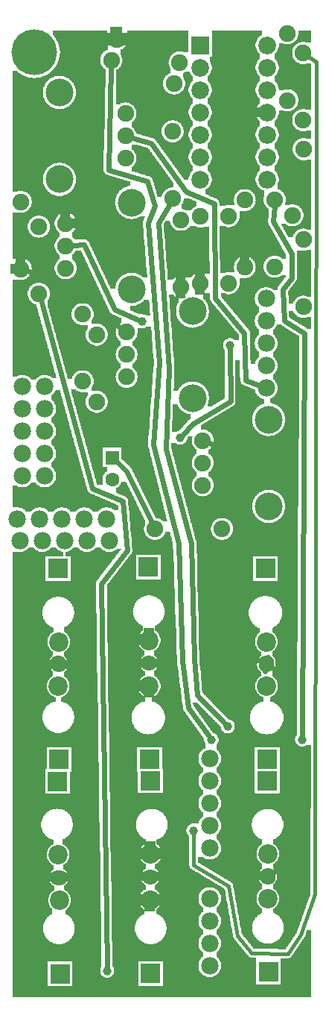
<source format=gtl>
G04 MADE WITH FRITZING*
G04 WWW.FRITZING.ORG*
G04 DOUBLE SIDED*
G04 HOLES PLATED*
G04 CONTOUR ON CENTER OF CONTOUR VECTOR*
%ASAXBY*%
%FSLAX23Y23*%
%MOIN*%
%OFA0B0*%
%SFA1.0B1.0*%
%ADD10C,0.075000*%
%ADD11C,0.078000*%
%ADD12C,0.086614*%
%ADD13C,0.086555*%
%ADD14C,0.070232*%
%ADD15C,0.039370*%
%ADD16C,0.074667*%
%ADD17C,0.074695*%
%ADD18C,0.124033*%
%ADD19C,0.079370*%
%ADD20C,0.204725*%
%ADD21C,0.062992*%
%ADD22R,0.086614X0.086614*%
%ADD23R,0.079370X0.079370*%
%ADD24R,0.062992X0.062992*%
%ADD25C,0.024000*%
%ADD26C,0.016000*%
%LNCOPPER1*%
G90*
G70*
G54D10*
X575Y4200D03*
X787Y3395D03*
X1314Y4138D03*
X979Y4278D03*
X824Y2912D03*
X302Y4283D03*
X275Y2422D03*
X109Y1969D03*
X1268Y2904D03*
G54D11*
X461Y2178D03*
X361Y2178D03*
X261Y2178D03*
X161Y2178D03*
X61Y2178D03*
G54D12*
X654Y1102D03*
G54D13*
X651Y1430D03*
G54D14*
X651Y1532D03*
G54D12*
X1180Y1007D03*
G54D13*
X1182Y679D03*
G54D14*
X1182Y577D03*
G54D15*
X930Y1189D03*
X1003Y1250D03*
X1336Y1191D03*
X790Y2540D03*
X1014Y2953D03*
X621Y3060D03*
X463Y158D03*
G54D11*
X1175Y3162D03*
X1175Y3062D03*
X1175Y2962D03*
X1175Y2862D03*
X1175Y2762D03*
X83Y2769D03*
X83Y2669D03*
X83Y2569D03*
X83Y2469D03*
X83Y2369D03*
X83Y2769D03*
X83Y2669D03*
X83Y2569D03*
X83Y2469D03*
X83Y2369D03*
X183Y2369D03*
X183Y2469D03*
X183Y2569D03*
X183Y2669D03*
X183Y2769D03*
G54D12*
X648Y1962D03*
G54D13*
X651Y1634D03*
G54D14*
X651Y1532D03*
G54D12*
X244Y1955D03*
G54D13*
X246Y1628D03*
G54D14*
X246Y1525D03*
G54D16*
X550Y3012D03*
X550Y2912D03*
G54D17*
X550Y2812D03*
G54D18*
X846Y3106D03*
X846Y2717D03*
G54D16*
X891Y2527D03*
X891Y2427D03*
G54D17*
X891Y2327D03*
G54D18*
X1187Y2621D03*
X1187Y2233D03*
G54D16*
X278Y3497D03*
X278Y3397D03*
G54D17*
X278Y3297D03*
G54D18*
X573Y3591D03*
X573Y3203D03*
G54D16*
X545Y3789D03*
X545Y3889D03*
G54D17*
X545Y3989D03*
G54D18*
X249Y3695D03*
X249Y4083D03*
G54D12*
X241Y1004D03*
G54D13*
X243Y676D03*
G54D14*
X243Y574D03*
G54D11*
X922Y180D03*
X922Y280D03*
X922Y380D03*
X922Y480D03*
X922Y180D03*
X922Y280D03*
X922Y380D03*
X922Y480D03*
X72Y2080D03*
X172Y2080D03*
X272Y2080D03*
X372Y2080D03*
X472Y2080D03*
G54D12*
X1173Y1956D03*
G54D13*
X1176Y1628D03*
G54D14*
X1176Y1526D03*
G54D12*
X1180Y1102D03*
G54D13*
X1177Y1430D03*
G54D14*
X1177Y1532D03*
G54D12*
X1185Y152D03*
G54D13*
X1182Y480D03*
G54D14*
X1182Y582D03*
G54D12*
X656Y1007D03*
G54D13*
X658Y680D03*
G54D14*
X658Y577D03*
G54D12*
X247Y1102D03*
G54D13*
X244Y1430D03*
G54D14*
X244Y1532D03*
G54D12*
X252Y144D03*
G54D13*
X250Y472D03*
G54D14*
X250Y574D03*
G54D12*
X658Y146D03*
G54D13*
X655Y474D03*
G54D14*
X655Y576D03*
G54D19*
X880Y4294D03*
X1180Y4294D03*
X880Y4194D03*
X1180Y4194D03*
X880Y4094D03*
X1180Y4094D03*
X880Y3994D03*
X1180Y3994D03*
X880Y3894D03*
X1180Y3894D03*
X880Y3794D03*
X1180Y3794D03*
X880Y3694D03*
X1180Y3694D03*
G54D10*
X416Y3001D03*
X416Y2701D03*
X1271Y4048D03*
X1271Y4348D03*
X353Y3092D03*
X353Y2792D03*
X157Y3483D03*
X157Y3183D03*
X76Y3594D03*
X76Y3294D03*
X1342Y3425D03*
X1342Y3125D03*
X1007Y3531D03*
X1007Y3231D03*
X793Y3513D03*
X793Y3213D03*
X1341Y4259D03*
X1341Y3959D03*
X1213Y3304D03*
X1213Y3604D03*
X756Y3909D03*
X756Y3609D03*
X482Y4227D03*
X763Y4123D03*
X1344Y3829D03*
X1292Y3534D03*
X1080Y3602D03*
X1080Y3302D03*
X506Y4320D03*
X788Y4217D03*
X880Y3229D03*
X880Y3529D03*
G54D20*
X137Y4262D03*
G54D10*
X678Y2132D03*
X978Y2132D03*
G54D15*
X850Y784D03*
G54D21*
X485Y2451D03*
X485Y2353D03*
G54D11*
X922Y705D03*
X922Y805D03*
X922Y905D03*
X922Y1005D03*
X922Y1105D03*
G54D22*
X654Y1102D03*
X1180Y1007D03*
X648Y1962D03*
X244Y1955D03*
X241Y1004D03*
X1173Y1956D03*
X1180Y1102D03*
X1185Y152D03*
X656Y1007D03*
X247Y1102D03*
X252Y144D03*
X658Y146D03*
G54D23*
X880Y4294D03*
G54D24*
X485Y2451D03*
G54D25*
X726Y2491D02*
X840Y2065D01*
D02*
X670Y2510D02*
X696Y2877D01*
D02*
X800Y1543D02*
X782Y2067D01*
D02*
X852Y1554D02*
X867Y1389D01*
D02*
X741Y2851D02*
X726Y2491D01*
D02*
X696Y2877D02*
X647Y3500D01*
D02*
X1289Y3362D02*
X1289Y3254D01*
D02*
X1250Y3203D02*
X1256Y3064D01*
D02*
X644Y3685D02*
X471Y3738D01*
D02*
X471Y3738D02*
X481Y4199D01*
D02*
X676Y3578D02*
X644Y3685D01*
D02*
X647Y3500D02*
X676Y3578D01*
D02*
X1208Y3505D02*
X1289Y3362D01*
D02*
X1256Y3064D02*
X1348Y3006D01*
D02*
X1274Y640D02*
X1278Y1458D01*
D02*
X1278Y1458D02*
X1206Y1511D01*
D02*
X1213Y601D02*
X1274Y640D01*
D02*
X1289Y3254D02*
X1250Y3203D01*
D02*
X1212Y3576D02*
X1208Y3505D01*
D02*
X1348Y3006D02*
X1336Y1210D01*
D02*
X919Y1205D02*
X827Y1334D01*
D02*
X742Y3584D02*
X692Y3500D01*
D02*
X692Y3500D02*
X741Y2851D01*
D02*
X1038Y2478D02*
X921Y2517D01*
D02*
X1081Y1580D02*
X1038Y2478D01*
D02*
X1145Y1544D02*
X1081Y1580D01*
G54D26*
D02*
X1400Y4220D02*
X1394Y500D01*
D02*
X1360Y4247D02*
X1400Y4220D01*
D02*
X1331Y319D02*
X1272Y233D01*
D02*
X1394Y500D02*
X1331Y319D01*
D02*
X1047Y314D02*
X1007Y536D01*
D02*
X1111Y236D02*
X1047Y314D01*
D02*
X1272Y233D02*
X1111Y236D01*
G54D25*
D02*
X661Y3855D02*
X817Y3641D01*
D02*
X817Y3641D02*
X942Y3586D01*
D02*
X942Y3586D02*
X947Y3164D01*
D02*
X947Y3164D02*
X1078Y3008D01*
D02*
X1083Y2797D02*
X1147Y2773D01*
D02*
X1078Y3008D02*
X1083Y2797D01*
D02*
X575Y3880D02*
X661Y3855D01*
D02*
X1015Y2703D02*
X1014Y2934D01*
D02*
X803Y2554D02*
X844Y2600D01*
D02*
X441Y3091D02*
X525Y3030D01*
D02*
X533Y2255D02*
X397Y2314D01*
D02*
X103Y3286D02*
X389Y3199D01*
D02*
X389Y3199D02*
X441Y3091D01*
D02*
X397Y2314D02*
X165Y3156D01*
D02*
X552Y2036D02*
X533Y2255D01*
D02*
X437Y1888D02*
X552Y2036D01*
D02*
X463Y177D02*
X437Y1888D01*
D02*
X496Y3114D02*
X360Y3403D01*
D02*
X360Y3403D02*
X309Y3399D01*
D02*
X603Y3068D02*
X496Y3114D01*
D02*
X1170Y1497D02*
X1184Y1561D01*
G54D26*
D02*
X850Y630D02*
X850Y771D01*
D02*
X1007Y536D02*
X850Y630D01*
G54D25*
D02*
X867Y1389D02*
X990Y1263D01*
D02*
X827Y1334D02*
X800Y1543D01*
D02*
X550Y2391D02*
X505Y2433D01*
D02*
X665Y2158D02*
X550Y2391D01*
D02*
X782Y2067D02*
X670Y2510D01*
D02*
X840Y2065D02*
X852Y1554D01*
D02*
X844Y2600D02*
X1015Y2703D01*
G36*
X552Y4359D02*
X552Y4335D01*
X554Y4335D01*
X554Y4327D01*
X556Y4327D01*
X556Y4311D01*
X554Y4311D01*
X554Y4303D01*
X552Y4303D01*
X552Y4299D01*
X550Y4299D01*
X550Y4295D01*
X548Y4295D01*
X548Y4291D01*
X546Y4291D01*
X546Y4289D01*
X544Y4289D01*
X544Y4287D01*
X542Y4287D01*
X542Y4285D01*
X540Y4285D01*
X540Y4283D01*
X538Y4283D01*
X538Y4281D01*
X536Y4281D01*
X536Y4279D01*
X532Y4279D01*
X532Y4277D01*
X530Y4277D01*
X530Y4275D01*
X524Y4275D01*
X524Y4267D01*
X796Y4267D01*
X796Y4265D01*
X804Y4265D01*
X804Y4263D01*
X828Y4263D01*
X828Y4359D01*
X552Y4359D01*
G37*
D02*
G36*
X524Y4267D02*
X524Y4251D01*
X526Y4251D01*
X526Y4247D01*
X528Y4247D01*
X528Y4241D01*
X530Y4241D01*
X530Y4231D01*
X532Y4231D01*
X532Y4227D01*
X530Y4227D01*
X530Y4213D01*
X528Y4213D01*
X528Y4207D01*
X526Y4207D01*
X526Y4203D01*
X524Y4203D01*
X524Y4201D01*
X522Y4201D01*
X522Y4197D01*
X520Y4197D01*
X520Y4195D01*
X518Y4195D01*
X518Y4193D01*
X516Y4193D01*
X516Y4191D01*
X514Y4191D01*
X514Y4189D01*
X512Y4189D01*
X512Y4187D01*
X508Y4187D01*
X508Y4185D01*
X504Y4185D01*
X504Y4105D01*
X502Y4105D01*
X502Y4073D01*
X756Y4073D01*
X756Y4075D01*
X746Y4075D01*
X746Y4077D01*
X742Y4077D01*
X742Y4079D01*
X738Y4079D01*
X738Y4081D01*
X736Y4081D01*
X736Y4083D01*
X732Y4083D01*
X732Y4085D01*
X730Y4085D01*
X730Y4087D01*
X728Y4087D01*
X728Y4089D01*
X726Y4089D01*
X726Y4091D01*
X724Y4091D01*
X724Y4093D01*
X722Y4093D01*
X722Y4097D01*
X720Y4097D01*
X720Y4101D01*
X718Y4101D01*
X718Y4105D01*
X716Y4105D01*
X716Y4111D01*
X714Y4111D01*
X714Y4135D01*
X716Y4135D01*
X716Y4141D01*
X718Y4141D01*
X718Y4145D01*
X720Y4145D01*
X720Y4149D01*
X722Y4149D01*
X722Y4151D01*
X724Y4151D01*
X724Y4155D01*
X726Y4155D01*
X726Y4157D01*
X728Y4157D01*
X728Y4159D01*
X730Y4159D01*
X730Y4161D01*
X732Y4161D01*
X732Y4163D01*
X736Y4163D01*
X736Y4165D01*
X740Y4165D01*
X740Y4167D01*
X742Y4167D01*
X742Y4169D01*
X748Y4169D01*
X748Y4191D01*
X746Y4191D01*
X746Y4193D01*
X744Y4193D01*
X744Y4197D01*
X742Y4197D01*
X742Y4203D01*
X740Y4203D01*
X740Y4213D01*
X738Y4213D01*
X738Y4217D01*
X740Y4217D01*
X740Y4231D01*
X742Y4231D01*
X742Y4237D01*
X744Y4237D01*
X744Y4241D01*
X746Y4241D01*
X746Y4245D01*
X748Y4245D01*
X748Y4247D01*
X750Y4247D01*
X750Y4249D01*
X752Y4249D01*
X752Y4251D01*
X754Y4251D01*
X754Y4253D01*
X756Y4253D01*
X756Y4255D01*
X758Y4255D01*
X758Y4257D01*
X760Y4257D01*
X760Y4259D01*
X764Y4259D01*
X764Y4261D01*
X768Y4261D01*
X768Y4263D01*
X772Y4263D01*
X772Y4265D01*
X780Y4265D01*
X780Y4267D01*
X524Y4267D01*
G37*
D02*
G36*
X812Y4175D02*
X812Y4173D01*
X808Y4173D01*
X808Y4171D01*
X802Y4171D01*
X802Y4151D01*
X804Y4151D01*
X804Y4149D01*
X806Y4149D01*
X806Y4145D01*
X808Y4145D01*
X808Y4139D01*
X810Y4139D01*
X810Y4133D01*
X812Y4133D01*
X812Y4113D01*
X810Y4113D01*
X810Y4105D01*
X808Y4105D01*
X808Y4101D01*
X806Y4101D01*
X806Y4097D01*
X804Y4097D01*
X804Y4095D01*
X802Y4095D01*
X802Y4091D01*
X800Y4091D01*
X800Y4089D01*
X798Y4089D01*
X798Y4087D01*
X796Y4087D01*
X796Y4085D01*
X794Y4085D01*
X794Y4083D01*
X790Y4083D01*
X790Y4081D01*
X788Y4081D01*
X788Y4079D01*
X784Y4079D01*
X784Y4077D01*
X778Y4077D01*
X778Y4075D01*
X770Y4075D01*
X770Y4073D01*
X832Y4073D01*
X832Y4079D01*
X830Y4079D01*
X830Y4087D01*
X828Y4087D01*
X828Y4103D01*
X830Y4103D01*
X830Y4111D01*
X832Y4111D01*
X832Y4117D01*
X834Y4117D01*
X834Y4119D01*
X836Y4119D01*
X836Y4123D01*
X838Y4123D01*
X838Y4125D01*
X840Y4125D01*
X840Y4129D01*
X842Y4129D01*
X842Y4131D01*
X844Y4131D01*
X844Y4133D01*
X846Y4133D01*
X846Y4135D01*
X848Y4135D01*
X848Y4155D01*
X846Y4155D01*
X846Y4157D01*
X844Y4157D01*
X844Y4159D01*
X842Y4159D01*
X842Y4161D01*
X840Y4161D01*
X840Y4163D01*
X838Y4163D01*
X838Y4167D01*
X836Y4167D01*
X836Y4169D01*
X834Y4169D01*
X834Y4173D01*
X832Y4173D01*
X832Y4175D01*
X812Y4175D01*
G37*
D02*
G36*
X502Y4073D02*
X502Y4071D01*
X834Y4071D01*
X834Y4073D01*
X502Y4073D01*
G37*
D02*
G36*
X502Y4073D02*
X502Y4071D01*
X834Y4071D01*
X834Y4073D01*
X502Y4073D01*
G37*
D02*
G36*
X502Y4071D02*
X502Y4039D01*
X550Y4039D01*
X550Y4037D01*
X558Y4037D01*
X558Y4035D01*
X564Y4035D01*
X564Y4033D01*
X568Y4033D01*
X568Y4031D01*
X572Y4031D01*
X572Y4029D01*
X574Y4029D01*
X574Y4027D01*
X576Y4027D01*
X576Y4025D01*
X580Y4025D01*
X580Y4023D01*
X582Y4023D01*
X582Y4019D01*
X584Y4019D01*
X584Y4017D01*
X586Y4017D01*
X586Y4013D01*
X588Y4013D01*
X588Y4011D01*
X590Y4011D01*
X590Y4005D01*
X592Y4005D01*
X592Y3999D01*
X594Y3999D01*
X594Y3979D01*
X592Y3979D01*
X592Y3973D01*
X590Y3973D01*
X590Y3967D01*
X588Y3967D01*
X588Y3963D01*
X586Y3963D01*
X586Y3961D01*
X584Y3961D01*
X584Y3959D01*
X762Y3959D01*
X762Y3957D01*
X772Y3957D01*
X772Y3955D01*
X776Y3955D01*
X776Y3953D01*
X780Y3953D01*
X780Y3951D01*
X784Y3951D01*
X784Y3949D01*
X786Y3949D01*
X786Y3947D01*
X790Y3947D01*
X790Y3945D01*
X792Y3945D01*
X792Y3943D01*
X794Y3943D01*
X794Y3939D01*
X796Y3939D01*
X796Y3937D01*
X798Y3937D01*
X798Y3933D01*
X800Y3933D01*
X800Y3931D01*
X802Y3931D01*
X802Y3925D01*
X804Y3925D01*
X804Y3917D01*
X806Y3917D01*
X806Y3901D01*
X804Y3901D01*
X804Y3893D01*
X802Y3893D01*
X802Y3887D01*
X800Y3887D01*
X800Y3885D01*
X798Y3885D01*
X798Y3881D01*
X796Y3881D01*
X796Y3879D01*
X794Y3879D01*
X794Y3875D01*
X792Y3875D01*
X792Y3873D01*
X788Y3873D01*
X788Y3871D01*
X786Y3871D01*
X786Y3869D01*
X784Y3869D01*
X784Y3867D01*
X780Y3867D01*
X780Y3865D01*
X776Y3865D01*
X776Y3863D01*
X770Y3863D01*
X770Y3861D01*
X762Y3861D01*
X762Y3859D01*
X842Y3859D01*
X842Y3861D01*
X840Y3861D01*
X840Y3863D01*
X838Y3863D01*
X838Y3867D01*
X836Y3867D01*
X836Y3869D01*
X834Y3869D01*
X834Y3873D01*
X832Y3873D01*
X832Y3879D01*
X830Y3879D01*
X830Y3887D01*
X828Y3887D01*
X828Y3903D01*
X830Y3903D01*
X830Y3911D01*
X832Y3911D01*
X832Y3917D01*
X834Y3917D01*
X834Y3919D01*
X836Y3919D01*
X836Y3923D01*
X838Y3923D01*
X838Y3925D01*
X840Y3925D01*
X840Y3929D01*
X842Y3929D01*
X842Y3931D01*
X844Y3931D01*
X844Y3933D01*
X846Y3933D01*
X846Y3935D01*
X848Y3935D01*
X848Y3955D01*
X846Y3955D01*
X846Y3957D01*
X844Y3957D01*
X844Y3959D01*
X842Y3959D01*
X842Y3961D01*
X840Y3961D01*
X840Y3963D01*
X838Y3963D01*
X838Y3967D01*
X836Y3967D01*
X836Y3969D01*
X834Y3969D01*
X834Y3973D01*
X832Y3973D01*
X832Y3979D01*
X830Y3979D01*
X830Y3987D01*
X828Y3987D01*
X828Y4003D01*
X830Y4003D01*
X830Y4011D01*
X832Y4011D01*
X832Y4017D01*
X834Y4017D01*
X834Y4019D01*
X836Y4019D01*
X836Y4023D01*
X838Y4023D01*
X838Y4025D01*
X840Y4025D01*
X840Y4029D01*
X842Y4029D01*
X842Y4031D01*
X844Y4031D01*
X844Y4033D01*
X846Y4033D01*
X846Y4035D01*
X848Y4035D01*
X848Y4055D01*
X846Y4055D01*
X846Y4057D01*
X844Y4057D01*
X844Y4059D01*
X842Y4059D01*
X842Y4061D01*
X840Y4061D01*
X840Y4063D01*
X838Y4063D01*
X838Y4067D01*
X836Y4067D01*
X836Y4069D01*
X834Y4069D01*
X834Y4071D01*
X502Y4071D01*
G37*
D02*
G36*
X502Y4039D02*
X502Y4031D01*
X522Y4031D01*
X522Y4033D01*
X524Y4033D01*
X524Y4035D01*
X530Y4035D01*
X530Y4037D01*
X540Y4037D01*
X540Y4039D01*
X502Y4039D01*
G37*
D02*
G36*
X582Y3959D02*
X582Y3955D01*
X580Y3955D01*
X580Y3953D01*
X578Y3953D01*
X578Y3951D01*
X574Y3951D01*
X574Y3949D01*
X572Y3949D01*
X572Y3929D01*
X574Y3929D01*
X574Y3927D01*
X576Y3927D01*
X576Y3925D01*
X580Y3925D01*
X580Y3923D01*
X582Y3923D01*
X582Y3919D01*
X584Y3919D01*
X584Y3917D01*
X586Y3917D01*
X586Y3913D01*
X588Y3913D01*
X588Y3911D01*
X590Y3911D01*
X590Y3905D01*
X592Y3905D01*
X592Y3901D01*
X594Y3901D01*
X594Y3899D01*
X600Y3899D01*
X600Y3897D01*
X608Y3897D01*
X608Y3895D01*
X614Y3895D01*
X614Y3893D01*
X620Y3893D01*
X620Y3891D01*
X628Y3891D01*
X628Y3889D01*
X634Y3889D01*
X634Y3887D01*
X642Y3887D01*
X642Y3885D01*
X648Y3885D01*
X648Y3883D01*
X656Y3883D01*
X656Y3881D01*
X662Y3881D01*
X662Y3879D01*
X670Y3879D01*
X670Y3877D01*
X674Y3877D01*
X674Y3875D01*
X676Y3875D01*
X676Y3873D01*
X678Y3873D01*
X678Y3871D01*
X680Y3871D01*
X680Y3869D01*
X682Y3869D01*
X682Y3867D01*
X684Y3867D01*
X684Y3863D01*
X686Y3863D01*
X686Y3861D01*
X688Y3861D01*
X688Y3859D01*
X750Y3859D01*
X750Y3861D01*
X742Y3861D01*
X742Y3863D01*
X736Y3863D01*
X736Y3865D01*
X732Y3865D01*
X732Y3867D01*
X730Y3867D01*
X730Y3869D01*
X726Y3869D01*
X726Y3871D01*
X724Y3871D01*
X724Y3873D01*
X722Y3873D01*
X722Y3875D01*
X720Y3875D01*
X720Y3877D01*
X718Y3877D01*
X718Y3879D01*
X716Y3879D01*
X716Y3883D01*
X714Y3883D01*
X714Y3885D01*
X712Y3885D01*
X712Y3889D01*
X710Y3889D01*
X710Y3895D01*
X708Y3895D01*
X708Y3907D01*
X706Y3907D01*
X706Y3911D01*
X708Y3911D01*
X708Y3923D01*
X710Y3923D01*
X710Y3929D01*
X712Y3929D01*
X712Y3933D01*
X714Y3933D01*
X714Y3935D01*
X716Y3935D01*
X716Y3939D01*
X718Y3939D01*
X718Y3941D01*
X720Y3941D01*
X720Y3943D01*
X722Y3943D01*
X722Y3945D01*
X724Y3945D01*
X724Y3947D01*
X726Y3947D01*
X726Y3949D01*
X728Y3949D01*
X728Y3951D01*
X732Y3951D01*
X732Y3953D01*
X736Y3953D01*
X736Y3955D01*
X742Y3955D01*
X742Y3957D01*
X750Y3957D01*
X750Y3959D01*
X582Y3959D01*
G37*
D02*
G36*
X688Y3859D02*
X688Y3857D01*
X844Y3857D01*
X844Y3859D01*
X688Y3859D01*
G37*
D02*
G36*
X688Y3859D02*
X688Y3857D01*
X844Y3857D01*
X844Y3859D01*
X688Y3859D01*
G37*
D02*
G36*
X690Y3857D02*
X690Y3855D01*
X692Y3855D01*
X692Y3853D01*
X694Y3853D01*
X694Y3849D01*
X696Y3849D01*
X696Y3847D01*
X698Y3847D01*
X698Y3845D01*
X700Y3845D01*
X700Y3841D01*
X702Y3841D01*
X702Y3839D01*
X704Y3839D01*
X704Y3835D01*
X706Y3835D01*
X706Y3833D01*
X708Y3833D01*
X708Y3831D01*
X710Y3831D01*
X710Y3827D01*
X712Y3827D01*
X712Y3825D01*
X714Y3825D01*
X714Y3823D01*
X716Y3823D01*
X716Y3819D01*
X718Y3819D01*
X718Y3817D01*
X720Y3817D01*
X720Y3813D01*
X722Y3813D01*
X722Y3811D01*
X724Y3811D01*
X724Y3809D01*
X726Y3809D01*
X726Y3805D01*
X728Y3805D01*
X728Y3803D01*
X730Y3803D01*
X730Y3801D01*
X732Y3801D01*
X732Y3797D01*
X734Y3797D01*
X734Y3795D01*
X736Y3795D01*
X736Y3791D01*
X738Y3791D01*
X738Y3789D01*
X740Y3789D01*
X740Y3787D01*
X742Y3787D01*
X742Y3783D01*
X744Y3783D01*
X744Y3781D01*
X746Y3781D01*
X746Y3779D01*
X748Y3779D01*
X748Y3775D01*
X750Y3775D01*
X750Y3773D01*
X752Y3773D01*
X752Y3769D01*
X754Y3769D01*
X754Y3767D01*
X756Y3767D01*
X756Y3765D01*
X758Y3765D01*
X758Y3761D01*
X760Y3761D01*
X760Y3759D01*
X762Y3759D01*
X762Y3757D01*
X764Y3757D01*
X764Y3753D01*
X766Y3753D01*
X766Y3751D01*
X768Y3751D01*
X768Y3747D01*
X770Y3747D01*
X770Y3745D01*
X772Y3745D01*
X772Y3743D01*
X774Y3743D01*
X774Y3739D01*
X776Y3739D01*
X776Y3737D01*
X778Y3737D01*
X778Y3735D01*
X780Y3735D01*
X780Y3731D01*
X782Y3731D01*
X782Y3729D01*
X784Y3729D01*
X784Y3725D01*
X786Y3725D01*
X786Y3723D01*
X788Y3723D01*
X788Y3721D01*
X790Y3721D01*
X790Y3717D01*
X792Y3717D01*
X792Y3715D01*
X794Y3715D01*
X794Y3713D01*
X796Y3713D01*
X796Y3709D01*
X798Y3709D01*
X798Y3707D01*
X800Y3707D01*
X800Y3703D01*
X802Y3703D01*
X802Y3701D01*
X804Y3701D01*
X804Y3699D01*
X806Y3699D01*
X806Y3695D01*
X808Y3695D01*
X808Y3693D01*
X828Y3693D01*
X828Y3703D01*
X830Y3703D01*
X830Y3711D01*
X832Y3711D01*
X832Y3717D01*
X834Y3717D01*
X834Y3719D01*
X836Y3719D01*
X836Y3723D01*
X838Y3723D01*
X838Y3725D01*
X840Y3725D01*
X840Y3729D01*
X842Y3729D01*
X842Y3731D01*
X844Y3731D01*
X844Y3733D01*
X846Y3733D01*
X846Y3735D01*
X848Y3735D01*
X848Y3755D01*
X846Y3755D01*
X846Y3757D01*
X844Y3757D01*
X844Y3759D01*
X842Y3759D01*
X842Y3761D01*
X840Y3761D01*
X840Y3763D01*
X838Y3763D01*
X838Y3767D01*
X836Y3767D01*
X836Y3769D01*
X834Y3769D01*
X834Y3773D01*
X832Y3773D01*
X832Y3779D01*
X830Y3779D01*
X830Y3787D01*
X828Y3787D01*
X828Y3803D01*
X830Y3803D01*
X830Y3811D01*
X832Y3811D01*
X832Y3817D01*
X834Y3817D01*
X834Y3819D01*
X836Y3819D01*
X836Y3823D01*
X838Y3823D01*
X838Y3825D01*
X840Y3825D01*
X840Y3829D01*
X842Y3829D01*
X842Y3831D01*
X844Y3831D01*
X844Y3833D01*
X846Y3833D01*
X846Y3835D01*
X848Y3835D01*
X848Y3855D01*
X846Y3855D01*
X846Y3857D01*
X690Y3857D01*
G37*
D02*
G36*
X574Y3851D02*
X574Y3849D01*
X572Y3849D01*
X572Y3829D01*
X574Y3829D01*
X574Y3827D01*
X576Y3827D01*
X576Y3825D01*
X580Y3825D01*
X580Y3823D01*
X582Y3823D01*
X582Y3819D01*
X584Y3819D01*
X584Y3817D01*
X586Y3817D01*
X586Y3813D01*
X588Y3813D01*
X588Y3811D01*
X590Y3811D01*
X590Y3805D01*
X592Y3805D01*
X592Y3799D01*
X594Y3799D01*
X594Y3779D01*
X592Y3779D01*
X592Y3773D01*
X590Y3773D01*
X590Y3767D01*
X588Y3767D01*
X588Y3763D01*
X586Y3763D01*
X586Y3761D01*
X584Y3761D01*
X584Y3759D01*
X582Y3759D01*
X582Y3755D01*
X580Y3755D01*
X580Y3753D01*
X578Y3753D01*
X578Y3751D01*
X574Y3751D01*
X574Y3731D01*
X580Y3731D01*
X580Y3729D01*
X586Y3729D01*
X586Y3727D01*
X592Y3727D01*
X592Y3725D01*
X600Y3725D01*
X600Y3723D01*
X606Y3723D01*
X606Y3721D01*
X612Y3721D01*
X612Y3719D01*
X618Y3719D01*
X618Y3717D01*
X626Y3717D01*
X626Y3715D01*
X632Y3715D01*
X632Y3713D01*
X638Y3713D01*
X638Y3711D01*
X644Y3711D01*
X644Y3709D01*
X652Y3709D01*
X652Y3707D01*
X656Y3707D01*
X656Y3705D01*
X658Y3705D01*
X658Y3703D01*
X662Y3703D01*
X662Y3701D01*
X664Y3701D01*
X664Y3697D01*
X666Y3697D01*
X666Y3693D01*
X668Y3693D01*
X668Y3687D01*
X670Y3687D01*
X670Y3679D01*
X672Y3679D01*
X672Y3673D01*
X674Y3673D01*
X674Y3665D01*
X676Y3665D01*
X676Y3659D01*
X678Y3659D01*
X678Y3653D01*
X680Y3653D01*
X680Y3645D01*
X682Y3645D01*
X682Y3639D01*
X684Y3639D01*
X684Y3631D01*
X686Y3631D01*
X686Y3625D01*
X688Y3625D01*
X688Y3617D01*
X708Y3617D01*
X708Y3623D01*
X710Y3623D01*
X710Y3629D01*
X712Y3629D01*
X712Y3633D01*
X714Y3633D01*
X714Y3635D01*
X716Y3635D01*
X716Y3639D01*
X718Y3639D01*
X718Y3641D01*
X720Y3641D01*
X720Y3643D01*
X722Y3643D01*
X722Y3645D01*
X724Y3645D01*
X724Y3647D01*
X726Y3647D01*
X726Y3649D01*
X728Y3649D01*
X728Y3651D01*
X732Y3651D01*
X732Y3653D01*
X736Y3653D01*
X736Y3655D01*
X742Y3655D01*
X742Y3657D01*
X750Y3657D01*
X750Y3659D01*
X760Y3659D01*
X760Y3681D01*
X758Y3681D01*
X758Y3683D01*
X756Y3683D01*
X756Y3685D01*
X754Y3685D01*
X754Y3689D01*
X752Y3689D01*
X752Y3691D01*
X750Y3691D01*
X750Y3693D01*
X748Y3693D01*
X748Y3697D01*
X746Y3697D01*
X746Y3699D01*
X744Y3699D01*
X744Y3703D01*
X742Y3703D01*
X742Y3705D01*
X740Y3705D01*
X740Y3707D01*
X738Y3707D01*
X738Y3711D01*
X736Y3711D01*
X736Y3713D01*
X734Y3713D01*
X734Y3715D01*
X732Y3715D01*
X732Y3719D01*
X730Y3719D01*
X730Y3721D01*
X728Y3721D01*
X728Y3725D01*
X726Y3725D01*
X726Y3727D01*
X724Y3727D01*
X724Y3729D01*
X722Y3729D01*
X722Y3733D01*
X720Y3733D01*
X720Y3735D01*
X718Y3735D01*
X718Y3737D01*
X716Y3737D01*
X716Y3741D01*
X714Y3741D01*
X714Y3743D01*
X712Y3743D01*
X712Y3747D01*
X710Y3747D01*
X710Y3749D01*
X708Y3749D01*
X708Y3751D01*
X706Y3751D01*
X706Y3755D01*
X704Y3755D01*
X704Y3757D01*
X702Y3757D01*
X702Y3759D01*
X700Y3759D01*
X700Y3763D01*
X698Y3763D01*
X698Y3765D01*
X696Y3765D01*
X696Y3769D01*
X694Y3769D01*
X694Y3771D01*
X692Y3771D01*
X692Y3773D01*
X690Y3773D01*
X690Y3777D01*
X688Y3777D01*
X688Y3779D01*
X686Y3779D01*
X686Y3781D01*
X684Y3781D01*
X684Y3785D01*
X682Y3785D01*
X682Y3787D01*
X680Y3787D01*
X680Y3791D01*
X678Y3791D01*
X678Y3793D01*
X676Y3793D01*
X676Y3795D01*
X674Y3795D01*
X674Y3799D01*
X672Y3799D01*
X672Y3801D01*
X670Y3801D01*
X670Y3803D01*
X668Y3803D01*
X668Y3807D01*
X666Y3807D01*
X666Y3809D01*
X664Y3809D01*
X664Y3813D01*
X662Y3813D01*
X662Y3815D01*
X660Y3815D01*
X660Y3817D01*
X658Y3817D01*
X658Y3821D01*
X656Y3821D01*
X656Y3823D01*
X654Y3823D01*
X654Y3825D01*
X652Y3825D01*
X652Y3829D01*
X650Y3829D01*
X650Y3831D01*
X648Y3831D01*
X648Y3835D01*
X642Y3835D01*
X642Y3837D01*
X636Y3837D01*
X636Y3839D01*
X628Y3839D01*
X628Y3841D01*
X622Y3841D01*
X622Y3843D01*
X614Y3843D01*
X614Y3845D01*
X608Y3845D01*
X608Y3847D01*
X600Y3847D01*
X600Y3849D01*
X594Y3849D01*
X594Y3851D01*
X574Y3851D01*
G37*
D02*
G36*
X806Y3611D02*
X806Y3601D01*
X804Y3601D01*
X804Y3593D01*
X802Y3593D01*
X802Y3587D01*
X800Y3587D01*
X800Y3585D01*
X798Y3585D01*
X798Y3563D01*
X802Y3563D01*
X802Y3561D01*
X810Y3561D01*
X810Y3559D01*
X814Y3559D01*
X814Y3557D01*
X818Y3557D01*
X818Y3555D01*
X840Y3555D01*
X840Y3559D01*
X842Y3559D01*
X842Y3561D01*
X844Y3561D01*
X844Y3563D01*
X846Y3563D01*
X846Y3565D01*
X848Y3565D01*
X848Y3567D01*
X850Y3567D01*
X850Y3569D01*
X852Y3569D01*
X852Y3571D01*
X856Y3571D01*
X856Y3573D01*
X860Y3573D01*
X860Y3575D01*
X864Y3575D01*
X864Y3595D01*
X860Y3595D01*
X860Y3597D01*
X856Y3597D01*
X856Y3599D01*
X852Y3599D01*
X852Y3601D01*
X846Y3601D01*
X846Y3603D01*
X842Y3603D01*
X842Y3605D01*
X838Y3605D01*
X838Y3607D01*
X834Y3607D01*
X834Y3609D01*
X828Y3609D01*
X828Y3611D01*
X806Y3611D01*
G37*
D02*
G36*
X724Y3509D02*
X724Y3505D01*
X722Y3505D01*
X722Y3503D01*
X720Y3503D01*
X720Y3499D01*
X718Y3499D01*
X718Y3463D01*
X792Y3463D01*
X792Y3465D01*
X780Y3465D01*
X780Y3467D01*
X774Y3467D01*
X774Y3469D01*
X770Y3469D01*
X770Y3471D01*
X766Y3471D01*
X766Y3473D01*
X764Y3473D01*
X764Y3475D01*
X762Y3475D01*
X762Y3477D01*
X760Y3477D01*
X760Y3479D01*
X758Y3479D01*
X758Y3481D01*
X756Y3481D01*
X756Y3483D01*
X754Y3483D01*
X754Y3485D01*
X752Y3485D01*
X752Y3489D01*
X750Y3489D01*
X750Y3493D01*
X748Y3493D01*
X748Y3497D01*
X746Y3497D01*
X746Y3503D01*
X744Y3503D01*
X744Y3509D01*
X724Y3509D01*
G37*
D02*
G36*
X834Y3487D02*
X834Y3485D01*
X832Y3485D01*
X832Y3481D01*
X830Y3481D01*
X830Y3479D01*
X874Y3479D01*
X874Y3481D01*
X866Y3481D01*
X866Y3483D01*
X860Y3483D01*
X860Y3485D01*
X856Y3485D01*
X856Y3487D01*
X834Y3487D01*
G37*
D02*
G36*
X896Y3483D02*
X896Y3481D01*
X888Y3481D01*
X888Y3479D01*
X920Y3479D01*
X920Y3483D01*
X896Y3483D01*
G37*
D02*
G36*
X828Y3479D02*
X828Y3477D01*
X920Y3477D01*
X920Y3479D01*
X828Y3479D01*
G37*
D02*
G36*
X828Y3479D02*
X828Y3477D01*
X920Y3477D01*
X920Y3479D01*
X828Y3479D01*
G37*
D02*
G36*
X826Y3477D02*
X826Y3475D01*
X822Y3475D01*
X822Y3473D01*
X820Y3473D01*
X820Y3471D01*
X816Y3471D01*
X816Y3469D01*
X812Y3469D01*
X812Y3467D01*
X806Y3467D01*
X806Y3465D01*
X794Y3465D01*
X794Y3463D01*
X920Y3463D01*
X920Y3477D01*
X826Y3477D01*
G37*
D02*
G36*
X718Y3463D02*
X718Y3461D01*
X920Y3461D01*
X920Y3463D01*
X718Y3463D01*
G37*
D02*
G36*
X718Y3463D02*
X718Y3461D01*
X920Y3461D01*
X920Y3463D01*
X718Y3463D01*
G37*
D02*
G36*
X718Y3461D02*
X718Y3457D01*
X720Y3457D01*
X720Y3431D01*
X722Y3431D01*
X722Y3403D01*
X724Y3403D01*
X724Y3377D01*
X726Y3377D01*
X726Y3351D01*
X728Y3351D01*
X728Y3325D01*
X730Y3325D01*
X730Y3297D01*
X732Y3297D01*
X732Y3279D01*
X886Y3279D01*
X886Y3277D01*
X894Y3277D01*
X894Y3275D01*
X900Y3275D01*
X900Y3273D01*
X922Y3273D01*
X922Y3331D01*
X920Y3331D01*
X920Y3461D01*
X718Y3461D01*
G37*
D02*
G36*
X732Y3279D02*
X732Y3271D01*
X734Y3271D01*
X734Y3263D01*
X802Y3263D01*
X802Y3261D01*
X810Y3261D01*
X810Y3259D01*
X814Y3259D01*
X814Y3257D01*
X818Y3257D01*
X818Y3255D01*
X840Y3255D01*
X840Y3259D01*
X842Y3259D01*
X842Y3261D01*
X844Y3261D01*
X844Y3263D01*
X846Y3263D01*
X846Y3265D01*
X848Y3265D01*
X848Y3267D01*
X850Y3267D01*
X850Y3269D01*
X852Y3269D01*
X852Y3271D01*
X856Y3271D01*
X856Y3273D01*
X860Y3273D01*
X860Y3275D01*
X866Y3275D01*
X866Y3277D01*
X874Y3277D01*
X874Y3279D01*
X732Y3279D01*
G37*
D02*
G36*
X734Y3263D02*
X734Y3245D01*
X756Y3245D01*
X756Y3247D01*
X758Y3247D01*
X758Y3249D01*
X760Y3249D01*
X760Y3251D01*
X762Y3251D01*
X762Y3253D01*
X766Y3253D01*
X766Y3255D01*
X768Y3255D01*
X768Y3257D01*
X772Y3257D01*
X772Y3259D01*
X778Y3259D01*
X778Y3261D01*
X784Y3261D01*
X784Y3263D01*
X734Y3263D01*
G37*
D02*
G36*
X1320Y4359D02*
X1320Y4339D01*
X1318Y4339D01*
X1318Y4331D01*
X1316Y4331D01*
X1316Y4327D01*
X1314Y4327D01*
X1314Y4323D01*
X1312Y4323D01*
X1312Y4319D01*
X1310Y4319D01*
X1310Y4317D01*
X1308Y4317D01*
X1308Y4315D01*
X1306Y4315D01*
X1306Y4313D01*
X1304Y4313D01*
X1304Y4311D01*
X1302Y4311D01*
X1302Y4309D01*
X1350Y4309D01*
X1350Y4307D01*
X1356Y4307D01*
X1356Y4305D01*
X1378Y4305D01*
X1378Y4359D01*
X1320Y4359D01*
G37*
D02*
G36*
X1300Y4309D02*
X1300Y4307D01*
X1296Y4307D01*
X1296Y4305D01*
X1292Y4305D01*
X1292Y4303D01*
X1288Y4303D01*
X1288Y4301D01*
X1280Y4301D01*
X1280Y4299D01*
X1312Y4299D01*
X1312Y4301D01*
X1316Y4301D01*
X1316Y4303D01*
X1320Y4303D01*
X1320Y4305D01*
X1324Y4305D01*
X1324Y4307D01*
X1332Y4307D01*
X1332Y4309D01*
X1300Y4309D01*
G37*
D02*
G36*
X1232Y4303D02*
X1232Y4299D01*
X1260Y4299D01*
X1260Y4301D01*
X1254Y4301D01*
X1254Y4303D01*
X1232Y4303D01*
G37*
D02*
G36*
X1232Y4299D02*
X1232Y4297D01*
X1310Y4297D01*
X1310Y4299D01*
X1232Y4299D01*
G37*
D02*
G36*
X1232Y4299D02*
X1232Y4297D01*
X1310Y4297D01*
X1310Y4299D01*
X1232Y4299D01*
G37*
D02*
G36*
X1232Y4297D02*
X1232Y4287D01*
X1230Y4287D01*
X1230Y4279D01*
X1228Y4279D01*
X1228Y4273D01*
X1226Y4273D01*
X1226Y4269D01*
X1224Y4269D01*
X1224Y4267D01*
X1222Y4267D01*
X1222Y4263D01*
X1220Y4263D01*
X1220Y4261D01*
X1218Y4261D01*
X1218Y4259D01*
X1216Y4259D01*
X1216Y4257D01*
X1214Y4257D01*
X1214Y4255D01*
X1212Y4255D01*
X1212Y4233D01*
X1216Y4233D01*
X1216Y4231D01*
X1218Y4231D01*
X1218Y4229D01*
X1220Y4229D01*
X1220Y4225D01*
X1222Y4225D01*
X1222Y4223D01*
X1224Y4223D01*
X1224Y4219D01*
X1226Y4219D01*
X1226Y4215D01*
X1228Y4215D01*
X1228Y4211D01*
X1230Y4211D01*
X1230Y4209D01*
X1340Y4209D01*
X1340Y4211D01*
X1328Y4211D01*
X1328Y4213D01*
X1322Y4213D01*
X1322Y4215D01*
X1318Y4215D01*
X1318Y4217D01*
X1314Y4217D01*
X1314Y4219D01*
X1312Y4219D01*
X1312Y4221D01*
X1308Y4221D01*
X1308Y4223D01*
X1306Y4223D01*
X1306Y4225D01*
X1304Y4225D01*
X1304Y4227D01*
X1302Y4227D01*
X1302Y4231D01*
X1300Y4231D01*
X1300Y4233D01*
X1298Y4233D01*
X1298Y4237D01*
X1296Y4237D01*
X1296Y4241D01*
X1294Y4241D01*
X1294Y4247D01*
X1292Y4247D01*
X1292Y4271D01*
X1294Y4271D01*
X1294Y4279D01*
X1296Y4279D01*
X1296Y4283D01*
X1298Y4283D01*
X1298Y4285D01*
X1300Y4285D01*
X1300Y4289D01*
X1302Y4289D01*
X1302Y4291D01*
X1304Y4291D01*
X1304Y4293D01*
X1306Y4293D01*
X1306Y4295D01*
X1308Y4295D01*
X1308Y4297D01*
X1232Y4297D01*
G37*
D02*
G36*
X1354Y4213D02*
X1354Y4211D01*
X1342Y4211D01*
X1342Y4209D01*
X1378Y4209D01*
X1378Y4211D01*
X1376Y4211D01*
X1376Y4213D01*
X1354Y4213D01*
G37*
D02*
G36*
X1230Y4209D02*
X1230Y4207D01*
X1378Y4207D01*
X1378Y4209D01*
X1230Y4209D01*
G37*
D02*
G36*
X1230Y4209D02*
X1230Y4207D01*
X1378Y4207D01*
X1378Y4209D01*
X1230Y4209D01*
G37*
D02*
G36*
X1230Y4207D02*
X1230Y4201D01*
X1232Y4201D01*
X1232Y4187D01*
X1230Y4187D01*
X1230Y4179D01*
X1228Y4179D01*
X1228Y4173D01*
X1226Y4173D01*
X1226Y4169D01*
X1224Y4169D01*
X1224Y4167D01*
X1222Y4167D01*
X1222Y4163D01*
X1220Y4163D01*
X1220Y4161D01*
X1218Y4161D01*
X1218Y4159D01*
X1216Y4159D01*
X1216Y4157D01*
X1214Y4157D01*
X1214Y4155D01*
X1212Y4155D01*
X1212Y4133D01*
X1216Y4133D01*
X1216Y4131D01*
X1218Y4131D01*
X1218Y4129D01*
X1220Y4129D01*
X1220Y4125D01*
X1222Y4125D01*
X1222Y4123D01*
X1224Y4123D01*
X1224Y4119D01*
X1226Y4119D01*
X1226Y4115D01*
X1228Y4115D01*
X1228Y4111D01*
X1230Y4111D01*
X1230Y4101D01*
X1232Y4101D01*
X1232Y4097D01*
X1284Y4097D01*
X1284Y4095D01*
X1290Y4095D01*
X1290Y4093D01*
X1294Y4093D01*
X1294Y4091D01*
X1298Y4091D01*
X1298Y4089D01*
X1300Y4089D01*
X1300Y4087D01*
X1302Y4087D01*
X1302Y4085D01*
X1304Y4085D01*
X1304Y4083D01*
X1306Y4083D01*
X1306Y4081D01*
X1308Y4081D01*
X1308Y4079D01*
X1310Y4079D01*
X1310Y4077D01*
X1312Y4077D01*
X1312Y4073D01*
X1314Y4073D01*
X1314Y4069D01*
X1316Y4069D01*
X1316Y4065D01*
X1318Y4065D01*
X1318Y4059D01*
X1320Y4059D01*
X1320Y4039D01*
X1318Y4039D01*
X1318Y4031D01*
X1316Y4031D01*
X1316Y4027D01*
X1314Y4027D01*
X1314Y4023D01*
X1312Y4023D01*
X1312Y4019D01*
X1310Y4019D01*
X1310Y4017D01*
X1308Y4017D01*
X1308Y4015D01*
X1306Y4015D01*
X1306Y4013D01*
X1304Y4013D01*
X1304Y4011D01*
X1302Y4011D01*
X1302Y4009D01*
X1350Y4009D01*
X1350Y4007D01*
X1356Y4007D01*
X1356Y4005D01*
X1378Y4005D01*
X1378Y4207D01*
X1230Y4207D01*
G37*
D02*
G36*
X1232Y4097D02*
X1232Y4093D01*
X1252Y4093D01*
X1252Y4095D01*
X1258Y4095D01*
X1258Y4097D01*
X1232Y4097D01*
G37*
D02*
G36*
X1300Y4009D02*
X1300Y4007D01*
X1296Y4007D01*
X1296Y4005D01*
X1292Y4005D01*
X1292Y4003D01*
X1288Y4003D01*
X1288Y4001D01*
X1280Y4001D01*
X1280Y3999D01*
X1312Y3999D01*
X1312Y4001D01*
X1316Y4001D01*
X1316Y4003D01*
X1320Y4003D01*
X1320Y4005D01*
X1324Y4005D01*
X1324Y4007D01*
X1332Y4007D01*
X1332Y4009D01*
X1300Y4009D01*
G37*
D02*
G36*
X1232Y4003D02*
X1232Y3999D01*
X1260Y3999D01*
X1260Y4001D01*
X1254Y4001D01*
X1254Y4003D01*
X1232Y4003D01*
G37*
D02*
G36*
X1232Y3999D02*
X1232Y3997D01*
X1310Y3997D01*
X1310Y3999D01*
X1232Y3999D01*
G37*
D02*
G36*
X1232Y3999D02*
X1232Y3997D01*
X1310Y3997D01*
X1310Y3999D01*
X1232Y3999D01*
G37*
D02*
G36*
X1232Y3997D02*
X1232Y3987D01*
X1230Y3987D01*
X1230Y3979D01*
X1228Y3979D01*
X1228Y3973D01*
X1226Y3973D01*
X1226Y3969D01*
X1224Y3969D01*
X1224Y3967D01*
X1222Y3967D01*
X1222Y3963D01*
X1220Y3963D01*
X1220Y3961D01*
X1218Y3961D01*
X1218Y3959D01*
X1216Y3959D01*
X1216Y3957D01*
X1214Y3957D01*
X1214Y3955D01*
X1212Y3955D01*
X1212Y3933D01*
X1216Y3933D01*
X1216Y3931D01*
X1218Y3931D01*
X1218Y3929D01*
X1220Y3929D01*
X1220Y3925D01*
X1222Y3925D01*
X1222Y3923D01*
X1224Y3923D01*
X1224Y3919D01*
X1226Y3919D01*
X1226Y3915D01*
X1228Y3915D01*
X1228Y3911D01*
X1230Y3911D01*
X1230Y3909D01*
X1340Y3909D01*
X1340Y3911D01*
X1328Y3911D01*
X1328Y3913D01*
X1322Y3913D01*
X1322Y3915D01*
X1318Y3915D01*
X1318Y3917D01*
X1314Y3917D01*
X1314Y3919D01*
X1312Y3919D01*
X1312Y3921D01*
X1308Y3921D01*
X1308Y3923D01*
X1306Y3923D01*
X1306Y3925D01*
X1304Y3925D01*
X1304Y3927D01*
X1302Y3927D01*
X1302Y3931D01*
X1300Y3931D01*
X1300Y3933D01*
X1298Y3933D01*
X1298Y3937D01*
X1296Y3937D01*
X1296Y3941D01*
X1294Y3941D01*
X1294Y3947D01*
X1292Y3947D01*
X1292Y3971D01*
X1294Y3971D01*
X1294Y3979D01*
X1296Y3979D01*
X1296Y3983D01*
X1298Y3983D01*
X1298Y3985D01*
X1300Y3985D01*
X1300Y3989D01*
X1302Y3989D01*
X1302Y3991D01*
X1304Y3991D01*
X1304Y3993D01*
X1306Y3993D01*
X1306Y3995D01*
X1308Y3995D01*
X1308Y3997D01*
X1232Y3997D01*
G37*
D02*
G36*
X1354Y3913D02*
X1354Y3911D01*
X1342Y3911D01*
X1342Y3909D01*
X1378Y3909D01*
X1378Y3913D01*
X1354Y3913D01*
G37*
D02*
G36*
X1230Y3909D02*
X1230Y3907D01*
X1378Y3907D01*
X1378Y3909D01*
X1230Y3909D01*
G37*
D02*
G36*
X1230Y3909D02*
X1230Y3907D01*
X1378Y3907D01*
X1378Y3909D01*
X1230Y3909D01*
G37*
D02*
G36*
X1230Y3907D02*
X1230Y3901D01*
X1232Y3901D01*
X1232Y3887D01*
X1230Y3887D01*
X1230Y3879D01*
X1354Y3879D01*
X1354Y3877D01*
X1378Y3877D01*
X1378Y3907D01*
X1230Y3907D01*
G37*
D02*
G36*
X1228Y3879D02*
X1228Y3873D01*
X1226Y3873D01*
X1226Y3869D01*
X1224Y3869D01*
X1224Y3867D01*
X1222Y3867D01*
X1222Y3863D01*
X1220Y3863D01*
X1220Y3861D01*
X1218Y3861D01*
X1218Y3859D01*
X1216Y3859D01*
X1216Y3857D01*
X1214Y3857D01*
X1214Y3855D01*
X1212Y3855D01*
X1212Y3833D01*
X1216Y3833D01*
X1216Y3831D01*
X1218Y3831D01*
X1218Y3829D01*
X1220Y3829D01*
X1220Y3825D01*
X1222Y3825D01*
X1222Y3823D01*
X1224Y3823D01*
X1224Y3819D01*
X1226Y3819D01*
X1226Y3815D01*
X1228Y3815D01*
X1228Y3811D01*
X1230Y3811D01*
X1230Y3801D01*
X1232Y3801D01*
X1232Y3787D01*
X1230Y3787D01*
X1230Y3781D01*
X1330Y3781D01*
X1330Y3783D01*
X1324Y3783D01*
X1324Y3785D01*
X1320Y3785D01*
X1320Y3787D01*
X1316Y3787D01*
X1316Y3789D01*
X1314Y3789D01*
X1314Y3791D01*
X1312Y3791D01*
X1312Y3793D01*
X1310Y3793D01*
X1310Y3795D01*
X1308Y3795D01*
X1308Y3797D01*
X1306Y3797D01*
X1306Y3799D01*
X1304Y3799D01*
X1304Y3801D01*
X1302Y3801D01*
X1302Y3805D01*
X1300Y3805D01*
X1300Y3809D01*
X1298Y3809D01*
X1298Y3813D01*
X1296Y3813D01*
X1296Y3821D01*
X1294Y3821D01*
X1294Y3839D01*
X1296Y3839D01*
X1296Y3847D01*
X1298Y3847D01*
X1298Y3851D01*
X1300Y3851D01*
X1300Y3855D01*
X1302Y3855D01*
X1302Y3857D01*
X1304Y3857D01*
X1304Y3861D01*
X1306Y3861D01*
X1306Y3863D01*
X1308Y3863D01*
X1308Y3865D01*
X1310Y3865D01*
X1310Y3867D01*
X1312Y3867D01*
X1312Y3869D01*
X1316Y3869D01*
X1316Y3871D01*
X1318Y3871D01*
X1318Y3873D01*
X1322Y3873D01*
X1322Y3875D01*
X1328Y3875D01*
X1328Y3877D01*
X1334Y3877D01*
X1334Y3879D01*
X1228Y3879D01*
G37*
D02*
G36*
X1356Y3783D02*
X1356Y3781D01*
X1378Y3781D01*
X1378Y3783D01*
X1356Y3783D01*
G37*
D02*
G36*
X1230Y3781D02*
X1230Y3779D01*
X1378Y3779D01*
X1378Y3781D01*
X1230Y3781D01*
G37*
D02*
G36*
X1230Y3781D02*
X1230Y3779D01*
X1378Y3779D01*
X1378Y3781D01*
X1230Y3781D01*
G37*
D02*
G36*
X1228Y3779D02*
X1228Y3773D01*
X1226Y3773D01*
X1226Y3769D01*
X1224Y3769D01*
X1224Y3767D01*
X1222Y3767D01*
X1222Y3763D01*
X1220Y3763D01*
X1220Y3761D01*
X1218Y3761D01*
X1218Y3759D01*
X1216Y3759D01*
X1216Y3757D01*
X1214Y3757D01*
X1214Y3755D01*
X1212Y3755D01*
X1212Y3733D01*
X1216Y3733D01*
X1216Y3731D01*
X1218Y3731D01*
X1218Y3729D01*
X1220Y3729D01*
X1220Y3725D01*
X1222Y3725D01*
X1222Y3723D01*
X1224Y3723D01*
X1224Y3719D01*
X1226Y3719D01*
X1226Y3715D01*
X1228Y3715D01*
X1228Y3711D01*
X1230Y3711D01*
X1230Y3701D01*
X1232Y3701D01*
X1232Y3687D01*
X1230Y3687D01*
X1230Y3679D01*
X1228Y3679D01*
X1228Y3673D01*
X1226Y3673D01*
X1226Y3651D01*
X1232Y3651D01*
X1232Y3649D01*
X1236Y3649D01*
X1236Y3647D01*
X1240Y3647D01*
X1240Y3645D01*
X1242Y3645D01*
X1242Y3643D01*
X1244Y3643D01*
X1244Y3641D01*
X1248Y3641D01*
X1248Y3639D01*
X1250Y3639D01*
X1250Y3635D01*
X1252Y3635D01*
X1252Y3633D01*
X1254Y3633D01*
X1254Y3631D01*
X1256Y3631D01*
X1256Y3627D01*
X1258Y3627D01*
X1258Y3623D01*
X1260Y3623D01*
X1260Y3615D01*
X1262Y3615D01*
X1262Y3593D01*
X1260Y3593D01*
X1260Y3583D01*
X1304Y3583D01*
X1304Y3581D01*
X1310Y3581D01*
X1310Y3579D01*
X1314Y3579D01*
X1314Y3577D01*
X1318Y3577D01*
X1318Y3575D01*
X1322Y3575D01*
X1322Y3573D01*
X1324Y3573D01*
X1324Y3571D01*
X1326Y3571D01*
X1326Y3569D01*
X1328Y3569D01*
X1328Y3567D01*
X1330Y3567D01*
X1330Y3565D01*
X1332Y3565D01*
X1332Y3563D01*
X1334Y3563D01*
X1334Y3559D01*
X1336Y3559D01*
X1336Y3555D01*
X1338Y3555D01*
X1338Y3549D01*
X1340Y3549D01*
X1340Y3543D01*
X1342Y3543D01*
X1342Y3525D01*
X1340Y3525D01*
X1340Y3517D01*
X1338Y3517D01*
X1338Y3513D01*
X1336Y3513D01*
X1336Y3509D01*
X1334Y3509D01*
X1334Y3505D01*
X1332Y3505D01*
X1332Y3503D01*
X1330Y3503D01*
X1330Y3501D01*
X1328Y3501D01*
X1328Y3499D01*
X1326Y3499D01*
X1326Y3497D01*
X1324Y3497D01*
X1324Y3495D01*
X1322Y3495D01*
X1322Y3493D01*
X1318Y3493D01*
X1318Y3491D01*
X1314Y3491D01*
X1314Y3489D01*
X1310Y3489D01*
X1310Y3487D01*
X1304Y3487D01*
X1304Y3485D01*
X1378Y3485D01*
X1378Y3779D01*
X1228Y3779D01*
G37*
D02*
G36*
X1260Y3583D02*
X1260Y3581D01*
X1280Y3581D01*
X1280Y3583D01*
X1260Y3583D01*
G37*
D02*
G36*
X1242Y3497D02*
X1242Y3493D01*
X1244Y3493D01*
X1244Y3489D01*
X1246Y3489D01*
X1246Y3485D01*
X1280Y3485D01*
X1280Y3487D01*
X1274Y3487D01*
X1274Y3489D01*
X1270Y3489D01*
X1270Y3491D01*
X1266Y3491D01*
X1266Y3493D01*
X1264Y3493D01*
X1264Y3495D01*
X1262Y3495D01*
X1262Y3497D01*
X1242Y3497D01*
G37*
D02*
G36*
X1248Y3485D02*
X1248Y3483D01*
X1378Y3483D01*
X1378Y3485D01*
X1248Y3485D01*
G37*
D02*
G36*
X1248Y3485D02*
X1248Y3483D01*
X1378Y3483D01*
X1378Y3485D01*
X1248Y3485D01*
G37*
D02*
G36*
X1250Y3483D02*
X1250Y3479D01*
X1252Y3479D01*
X1252Y3475D01*
X1346Y3475D01*
X1346Y3473D01*
X1356Y3473D01*
X1356Y3471D01*
X1378Y3471D01*
X1378Y3483D01*
X1250Y3483D01*
G37*
D02*
G36*
X1254Y3475D02*
X1254Y3471D01*
X1256Y3471D01*
X1256Y3467D01*
X1258Y3467D01*
X1258Y3465D01*
X1260Y3465D01*
X1260Y3461D01*
X1262Y3461D01*
X1262Y3457D01*
X1264Y3457D01*
X1264Y3453D01*
X1266Y3453D01*
X1266Y3449D01*
X1268Y3449D01*
X1268Y3447D01*
X1270Y3447D01*
X1270Y3443D01*
X1272Y3443D01*
X1272Y3439D01*
X1274Y3439D01*
X1274Y3435D01*
X1294Y3435D01*
X1294Y3439D01*
X1296Y3439D01*
X1296Y3445D01*
X1298Y3445D01*
X1298Y3449D01*
X1300Y3449D01*
X1300Y3451D01*
X1302Y3451D01*
X1302Y3455D01*
X1304Y3455D01*
X1304Y3457D01*
X1306Y3457D01*
X1306Y3459D01*
X1308Y3459D01*
X1308Y3461D01*
X1310Y3461D01*
X1310Y3463D01*
X1312Y3463D01*
X1312Y3465D01*
X1316Y3465D01*
X1316Y3467D01*
X1318Y3467D01*
X1318Y3469D01*
X1322Y3469D01*
X1322Y3471D01*
X1328Y3471D01*
X1328Y3473D01*
X1338Y3473D01*
X1338Y3475D01*
X1254Y3475D01*
G37*
D02*
G36*
X1358Y3379D02*
X1358Y3377D01*
X1350Y3377D01*
X1350Y3375D01*
X1378Y3375D01*
X1378Y3379D01*
X1358Y3379D01*
G37*
D02*
G36*
X1312Y3377D02*
X1312Y3375D01*
X1334Y3375D01*
X1334Y3377D01*
X1312Y3377D01*
G37*
D02*
G36*
X1312Y3375D02*
X1312Y3373D01*
X1378Y3373D01*
X1378Y3375D01*
X1312Y3375D01*
G37*
D02*
G36*
X1312Y3375D02*
X1312Y3373D01*
X1378Y3373D01*
X1378Y3375D01*
X1312Y3375D01*
G37*
D02*
G36*
X1312Y3373D02*
X1312Y3245D01*
X1310Y3245D01*
X1310Y3241D01*
X1308Y3241D01*
X1308Y3239D01*
X1306Y3239D01*
X1306Y3237D01*
X1304Y3237D01*
X1304Y3233D01*
X1302Y3233D01*
X1302Y3231D01*
X1300Y3231D01*
X1300Y3229D01*
X1298Y3229D01*
X1298Y3225D01*
X1296Y3225D01*
X1296Y3223D01*
X1294Y3223D01*
X1294Y3221D01*
X1292Y3221D01*
X1292Y3217D01*
X1290Y3217D01*
X1290Y3215D01*
X1288Y3215D01*
X1288Y3213D01*
X1286Y3213D01*
X1286Y3209D01*
X1284Y3209D01*
X1284Y3207D01*
X1282Y3207D01*
X1282Y3205D01*
X1280Y3205D01*
X1280Y3201D01*
X1278Y3201D01*
X1278Y3199D01*
X1276Y3199D01*
X1276Y3197D01*
X1274Y3197D01*
X1274Y3177D01*
X1276Y3177D01*
X1276Y3175D01*
X1346Y3175D01*
X1346Y3173D01*
X1356Y3173D01*
X1356Y3171D01*
X1378Y3171D01*
X1378Y3373D01*
X1312Y3373D01*
G37*
D02*
G36*
X1276Y3175D02*
X1276Y3139D01*
X1296Y3139D01*
X1296Y3145D01*
X1298Y3145D01*
X1298Y3149D01*
X1300Y3149D01*
X1300Y3151D01*
X1302Y3151D01*
X1302Y3155D01*
X1304Y3155D01*
X1304Y3157D01*
X1306Y3157D01*
X1306Y3159D01*
X1308Y3159D01*
X1308Y3161D01*
X1310Y3161D01*
X1310Y3163D01*
X1312Y3163D01*
X1312Y3165D01*
X1316Y3165D01*
X1316Y3167D01*
X1318Y3167D01*
X1318Y3169D01*
X1322Y3169D01*
X1322Y3171D01*
X1328Y3171D01*
X1328Y3173D01*
X1338Y3173D01*
X1338Y3175D01*
X1276Y3175D01*
G37*
D02*
G36*
X932Y4359D02*
X932Y4243D01*
X922Y4243D01*
X922Y4223D01*
X924Y4223D01*
X924Y4219D01*
X926Y4219D01*
X926Y4215D01*
X928Y4215D01*
X928Y4211D01*
X930Y4211D01*
X930Y4201D01*
X932Y4201D01*
X932Y4187D01*
X930Y4187D01*
X930Y4179D01*
X928Y4179D01*
X928Y4173D01*
X926Y4173D01*
X926Y4169D01*
X924Y4169D01*
X924Y4167D01*
X922Y4167D01*
X922Y4163D01*
X920Y4163D01*
X920Y4161D01*
X918Y4161D01*
X918Y4159D01*
X916Y4159D01*
X916Y4157D01*
X914Y4157D01*
X914Y4155D01*
X912Y4155D01*
X912Y4133D01*
X916Y4133D01*
X916Y4131D01*
X918Y4131D01*
X918Y4129D01*
X920Y4129D01*
X920Y4125D01*
X922Y4125D01*
X922Y4123D01*
X924Y4123D01*
X924Y4119D01*
X926Y4119D01*
X926Y4115D01*
X928Y4115D01*
X928Y4111D01*
X930Y4111D01*
X930Y4101D01*
X932Y4101D01*
X932Y4087D01*
X930Y4087D01*
X930Y4079D01*
X928Y4079D01*
X928Y4073D01*
X926Y4073D01*
X926Y4069D01*
X924Y4069D01*
X924Y4067D01*
X922Y4067D01*
X922Y4063D01*
X920Y4063D01*
X920Y4061D01*
X918Y4061D01*
X918Y4059D01*
X916Y4059D01*
X916Y4057D01*
X914Y4057D01*
X914Y4055D01*
X912Y4055D01*
X912Y4033D01*
X916Y4033D01*
X916Y4031D01*
X918Y4031D01*
X918Y4029D01*
X920Y4029D01*
X920Y4025D01*
X922Y4025D01*
X922Y4023D01*
X924Y4023D01*
X924Y4019D01*
X926Y4019D01*
X926Y4015D01*
X928Y4015D01*
X928Y4011D01*
X930Y4011D01*
X930Y4001D01*
X932Y4001D01*
X932Y3987D01*
X930Y3987D01*
X930Y3979D01*
X928Y3979D01*
X928Y3973D01*
X926Y3973D01*
X926Y3969D01*
X924Y3969D01*
X924Y3967D01*
X922Y3967D01*
X922Y3963D01*
X920Y3963D01*
X920Y3961D01*
X918Y3961D01*
X918Y3959D01*
X916Y3959D01*
X916Y3957D01*
X914Y3957D01*
X914Y3955D01*
X912Y3955D01*
X912Y3933D01*
X916Y3933D01*
X916Y3931D01*
X918Y3931D01*
X918Y3929D01*
X920Y3929D01*
X920Y3925D01*
X922Y3925D01*
X922Y3923D01*
X924Y3923D01*
X924Y3919D01*
X926Y3919D01*
X926Y3915D01*
X928Y3915D01*
X928Y3911D01*
X930Y3911D01*
X930Y3901D01*
X932Y3901D01*
X932Y3887D01*
X930Y3887D01*
X930Y3879D01*
X928Y3879D01*
X928Y3873D01*
X926Y3873D01*
X926Y3869D01*
X924Y3869D01*
X924Y3867D01*
X922Y3867D01*
X922Y3863D01*
X920Y3863D01*
X920Y3861D01*
X918Y3861D01*
X918Y3859D01*
X916Y3859D01*
X916Y3857D01*
X914Y3857D01*
X914Y3855D01*
X912Y3855D01*
X912Y3833D01*
X916Y3833D01*
X916Y3831D01*
X918Y3831D01*
X918Y3829D01*
X920Y3829D01*
X920Y3825D01*
X922Y3825D01*
X922Y3823D01*
X924Y3823D01*
X924Y3819D01*
X926Y3819D01*
X926Y3815D01*
X928Y3815D01*
X928Y3811D01*
X930Y3811D01*
X930Y3801D01*
X932Y3801D01*
X932Y3787D01*
X930Y3787D01*
X930Y3779D01*
X928Y3779D01*
X928Y3773D01*
X926Y3773D01*
X926Y3769D01*
X924Y3769D01*
X924Y3767D01*
X922Y3767D01*
X922Y3763D01*
X920Y3763D01*
X920Y3761D01*
X918Y3761D01*
X918Y3759D01*
X916Y3759D01*
X916Y3757D01*
X914Y3757D01*
X914Y3755D01*
X912Y3755D01*
X912Y3733D01*
X916Y3733D01*
X916Y3731D01*
X918Y3731D01*
X918Y3729D01*
X920Y3729D01*
X920Y3725D01*
X922Y3725D01*
X922Y3723D01*
X924Y3723D01*
X924Y3719D01*
X926Y3719D01*
X926Y3715D01*
X928Y3715D01*
X928Y3711D01*
X930Y3711D01*
X930Y3701D01*
X932Y3701D01*
X932Y3687D01*
X930Y3687D01*
X930Y3679D01*
X928Y3679D01*
X928Y3673D01*
X926Y3673D01*
X926Y3669D01*
X924Y3669D01*
X924Y3667D01*
X922Y3667D01*
X922Y3663D01*
X920Y3663D01*
X920Y3661D01*
X918Y3661D01*
X918Y3659D01*
X916Y3659D01*
X916Y3657D01*
X914Y3657D01*
X914Y3655D01*
X912Y3655D01*
X912Y3653D01*
X908Y3653D01*
X908Y3651D01*
X1092Y3651D01*
X1092Y3649D01*
X1098Y3649D01*
X1098Y3647D01*
X1102Y3647D01*
X1102Y3645D01*
X1106Y3645D01*
X1106Y3643D01*
X1108Y3643D01*
X1108Y3641D01*
X1112Y3641D01*
X1112Y3639D01*
X1114Y3639D01*
X1114Y3637D01*
X1116Y3637D01*
X1116Y3635D01*
X1118Y3635D01*
X1118Y3631D01*
X1120Y3631D01*
X1120Y3629D01*
X1122Y3629D01*
X1122Y3625D01*
X1124Y3625D01*
X1124Y3621D01*
X1126Y3621D01*
X1126Y3615D01*
X1128Y3615D01*
X1128Y3603D01*
X1130Y3603D01*
X1130Y3601D01*
X1128Y3601D01*
X1128Y3589D01*
X1126Y3589D01*
X1126Y3583D01*
X1124Y3583D01*
X1124Y3579D01*
X1122Y3579D01*
X1122Y3575D01*
X1120Y3575D01*
X1120Y3573D01*
X1118Y3573D01*
X1118Y3571D01*
X1116Y3571D01*
X1116Y3567D01*
X1112Y3567D01*
X1112Y3565D01*
X1110Y3565D01*
X1110Y3563D01*
X1108Y3563D01*
X1108Y3561D01*
X1104Y3561D01*
X1104Y3559D01*
X1102Y3559D01*
X1102Y3557D01*
X1096Y3557D01*
X1096Y3555D01*
X1090Y3555D01*
X1090Y3553D01*
X1056Y3553D01*
X1056Y3521D01*
X1054Y3521D01*
X1054Y3513D01*
X1052Y3513D01*
X1052Y3509D01*
X1050Y3509D01*
X1050Y3505D01*
X1048Y3505D01*
X1048Y3503D01*
X1046Y3503D01*
X1046Y3499D01*
X1044Y3499D01*
X1044Y3497D01*
X1042Y3497D01*
X1042Y3495D01*
X1040Y3495D01*
X1040Y3493D01*
X1038Y3493D01*
X1038Y3491D01*
X1034Y3491D01*
X1034Y3489D01*
X1032Y3489D01*
X1032Y3487D01*
X1028Y3487D01*
X1028Y3485D01*
X1022Y3485D01*
X1022Y3483D01*
X1014Y3483D01*
X1014Y3481D01*
X1194Y3481D01*
X1194Y3483D01*
X1192Y3483D01*
X1192Y3487D01*
X1190Y3487D01*
X1190Y3491D01*
X1188Y3491D01*
X1188Y3495D01*
X1186Y3495D01*
X1186Y3501D01*
X1184Y3501D01*
X1184Y3521D01*
X1186Y3521D01*
X1186Y3563D01*
X1184Y3563D01*
X1184Y3565D01*
X1182Y3565D01*
X1182Y3567D01*
X1180Y3567D01*
X1180Y3569D01*
X1178Y3569D01*
X1178Y3571D01*
X1176Y3571D01*
X1176Y3573D01*
X1174Y3573D01*
X1174Y3575D01*
X1172Y3575D01*
X1172Y3579D01*
X1170Y3579D01*
X1170Y3583D01*
X1168Y3583D01*
X1168Y3587D01*
X1166Y3587D01*
X1166Y3593D01*
X1164Y3593D01*
X1164Y3615D01*
X1166Y3615D01*
X1166Y3623D01*
X1168Y3623D01*
X1168Y3645D01*
X1162Y3645D01*
X1162Y3647D01*
X1158Y3647D01*
X1158Y3649D01*
X1154Y3649D01*
X1154Y3651D01*
X1150Y3651D01*
X1150Y3653D01*
X1148Y3653D01*
X1148Y3655D01*
X1146Y3655D01*
X1146Y3657D01*
X1144Y3657D01*
X1144Y3659D01*
X1142Y3659D01*
X1142Y3661D01*
X1140Y3661D01*
X1140Y3663D01*
X1138Y3663D01*
X1138Y3667D01*
X1136Y3667D01*
X1136Y3669D01*
X1134Y3669D01*
X1134Y3673D01*
X1132Y3673D01*
X1132Y3679D01*
X1130Y3679D01*
X1130Y3687D01*
X1128Y3687D01*
X1128Y3703D01*
X1130Y3703D01*
X1130Y3711D01*
X1132Y3711D01*
X1132Y3717D01*
X1134Y3717D01*
X1134Y3719D01*
X1136Y3719D01*
X1136Y3723D01*
X1138Y3723D01*
X1138Y3725D01*
X1140Y3725D01*
X1140Y3729D01*
X1142Y3729D01*
X1142Y3731D01*
X1144Y3731D01*
X1144Y3733D01*
X1146Y3733D01*
X1146Y3735D01*
X1148Y3735D01*
X1148Y3755D01*
X1146Y3755D01*
X1146Y3757D01*
X1144Y3757D01*
X1144Y3759D01*
X1142Y3759D01*
X1142Y3761D01*
X1140Y3761D01*
X1140Y3763D01*
X1138Y3763D01*
X1138Y3767D01*
X1136Y3767D01*
X1136Y3769D01*
X1134Y3769D01*
X1134Y3773D01*
X1132Y3773D01*
X1132Y3779D01*
X1130Y3779D01*
X1130Y3787D01*
X1128Y3787D01*
X1128Y3803D01*
X1130Y3803D01*
X1130Y3811D01*
X1132Y3811D01*
X1132Y3817D01*
X1134Y3817D01*
X1134Y3819D01*
X1136Y3819D01*
X1136Y3823D01*
X1138Y3823D01*
X1138Y3825D01*
X1140Y3825D01*
X1140Y3829D01*
X1142Y3829D01*
X1142Y3831D01*
X1144Y3831D01*
X1144Y3833D01*
X1146Y3833D01*
X1146Y3835D01*
X1148Y3835D01*
X1148Y3855D01*
X1146Y3855D01*
X1146Y3857D01*
X1144Y3857D01*
X1144Y3859D01*
X1142Y3859D01*
X1142Y3861D01*
X1140Y3861D01*
X1140Y3863D01*
X1138Y3863D01*
X1138Y3867D01*
X1136Y3867D01*
X1136Y3869D01*
X1134Y3869D01*
X1134Y3873D01*
X1132Y3873D01*
X1132Y3879D01*
X1130Y3879D01*
X1130Y3887D01*
X1128Y3887D01*
X1128Y3903D01*
X1130Y3903D01*
X1130Y3911D01*
X1132Y3911D01*
X1132Y3917D01*
X1134Y3917D01*
X1134Y3919D01*
X1136Y3919D01*
X1136Y3923D01*
X1138Y3923D01*
X1138Y3925D01*
X1140Y3925D01*
X1140Y3929D01*
X1142Y3929D01*
X1142Y3931D01*
X1144Y3931D01*
X1144Y3933D01*
X1146Y3933D01*
X1146Y3935D01*
X1148Y3935D01*
X1148Y3955D01*
X1146Y3955D01*
X1146Y3957D01*
X1144Y3957D01*
X1144Y3959D01*
X1142Y3959D01*
X1142Y3961D01*
X1140Y3961D01*
X1140Y3963D01*
X1138Y3963D01*
X1138Y3967D01*
X1136Y3967D01*
X1136Y3969D01*
X1134Y3969D01*
X1134Y3973D01*
X1132Y3973D01*
X1132Y3979D01*
X1130Y3979D01*
X1130Y3987D01*
X1128Y3987D01*
X1128Y4003D01*
X1130Y4003D01*
X1130Y4011D01*
X1132Y4011D01*
X1132Y4017D01*
X1134Y4017D01*
X1134Y4019D01*
X1136Y4019D01*
X1136Y4023D01*
X1138Y4023D01*
X1138Y4025D01*
X1140Y4025D01*
X1140Y4029D01*
X1142Y4029D01*
X1142Y4031D01*
X1144Y4031D01*
X1144Y4033D01*
X1146Y4033D01*
X1146Y4035D01*
X1148Y4035D01*
X1148Y4055D01*
X1146Y4055D01*
X1146Y4057D01*
X1144Y4057D01*
X1144Y4059D01*
X1142Y4059D01*
X1142Y4061D01*
X1140Y4061D01*
X1140Y4063D01*
X1138Y4063D01*
X1138Y4067D01*
X1136Y4067D01*
X1136Y4069D01*
X1134Y4069D01*
X1134Y4073D01*
X1132Y4073D01*
X1132Y4079D01*
X1130Y4079D01*
X1130Y4087D01*
X1128Y4087D01*
X1128Y4103D01*
X1130Y4103D01*
X1130Y4111D01*
X1132Y4111D01*
X1132Y4117D01*
X1134Y4117D01*
X1134Y4119D01*
X1136Y4119D01*
X1136Y4123D01*
X1138Y4123D01*
X1138Y4125D01*
X1140Y4125D01*
X1140Y4129D01*
X1142Y4129D01*
X1142Y4131D01*
X1144Y4131D01*
X1144Y4133D01*
X1146Y4133D01*
X1146Y4135D01*
X1148Y4135D01*
X1148Y4155D01*
X1146Y4155D01*
X1146Y4157D01*
X1144Y4157D01*
X1144Y4159D01*
X1142Y4159D01*
X1142Y4161D01*
X1140Y4161D01*
X1140Y4163D01*
X1138Y4163D01*
X1138Y4167D01*
X1136Y4167D01*
X1136Y4169D01*
X1134Y4169D01*
X1134Y4173D01*
X1132Y4173D01*
X1132Y4179D01*
X1130Y4179D01*
X1130Y4187D01*
X1128Y4187D01*
X1128Y4203D01*
X1130Y4203D01*
X1130Y4211D01*
X1132Y4211D01*
X1132Y4217D01*
X1134Y4217D01*
X1134Y4219D01*
X1136Y4219D01*
X1136Y4223D01*
X1138Y4223D01*
X1138Y4225D01*
X1140Y4225D01*
X1140Y4229D01*
X1142Y4229D01*
X1142Y4231D01*
X1144Y4231D01*
X1144Y4233D01*
X1146Y4233D01*
X1146Y4235D01*
X1148Y4235D01*
X1148Y4255D01*
X1146Y4255D01*
X1146Y4257D01*
X1144Y4257D01*
X1144Y4259D01*
X1142Y4259D01*
X1142Y4261D01*
X1140Y4261D01*
X1140Y4263D01*
X1138Y4263D01*
X1138Y4267D01*
X1136Y4267D01*
X1136Y4269D01*
X1134Y4269D01*
X1134Y4273D01*
X1132Y4273D01*
X1132Y4279D01*
X1130Y4279D01*
X1130Y4287D01*
X1128Y4287D01*
X1128Y4303D01*
X1130Y4303D01*
X1130Y4311D01*
X1132Y4311D01*
X1132Y4317D01*
X1134Y4317D01*
X1134Y4319D01*
X1136Y4319D01*
X1136Y4323D01*
X1138Y4323D01*
X1138Y4325D01*
X1140Y4325D01*
X1140Y4329D01*
X1142Y4329D01*
X1142Y4331D01*
X1144Y4331D01*
X1144Y4333D01*
X1146Y4333D01*
X1146Y4335D01*
X1150Y4335D01*
X1150Y4337D01*
X1152Y4337D01*
X1152Y4339D01*
X1156Y4339D01*
X1156Y4359D01*
X932Y4359D01*
G37*
D02*
G36*
X906Y3651D02*
X906Y3649D01*
X902Y3649D01*
X902Y3629D01*
X906Y3629D01*
X906Y3627D01*
X910Y3627D01*
X910Y3625D01*
X916Y3625D01*
X916Y3623D01*
X920Y3623D01*
X920Y3621D01*
X924Y3621D01*
X924Y3619D01*
X928Y3619D01*
X928Y3617D01*
X934Y3617D01*
X934Y3615D01*
X938Y3615D01*
X938Y3613D01*
X942Y3613D01*
X942Y3611D01*
X946Y3611D01*
X946Y3609D01*
X952Y3609D01*
X952Y3607D01*
X954Y3607D01*
X954Y3605D01*
X958Y3605D01*
X958Y3603D01*
X960Y3603D01*
X960Y3601D01*
X962Y3601D01*
X962Y3597D01*
X964Y3597D01*
X964Y3591D01*
X966Y3591D01*
X966Y3581D01*
X1012Y3581D01*
X1012Y3579D01*
X1032Y3579D01*
X1032Y3593D01*
X1030Y3593D01*
X1030Y3611D01*
X1032Y3611D01*
X1032Y3619D01*
X1034Y3619D01*
X1034Y3623D01*
X1036Y3623D01*
X1036Y3627D01*
X1038Y3627D01*
X1038Y3631D01*
X1040Y3631D01*
X1040Y3633D01*
X1042Y3633D01*
X1042Y3635D01*
X1044Y3635D01*
X1044Y3637D01*
X1046Y3637D01*
X1046Y3639D01*
X1048Y3639D01*
X1048Y3641D01*
X1050Y3641D01*
X1050Y3643D01*
X1054Y3643D01*
X1054Y3645D01*
X1056Y3645D01*
X1056Y3647D01*
X1060Y3647D01*
X1060Y3649D01*
X1068Y3649D01*
X1068Y3651D01*
X906Y3651D01*
G37*
D02*
G36*
X966Y3581D02*
X966Y3575D01*
X986Y3575D01*
X986Y3577D01*
X992Y3577D01*
X992Y3579D01*
X1002Y3579D01*
X1002Y3581D01*
X966Y3581D01*
G37*
D02*
G36*
X968Y3485D02*
X968Y3481D01*
X1000Y3481D01*
X1000Y3483D01*
X992Y3483D01*
X992Y3485D01*
X968Y3485D01*
G37*
D02*
G36*
X968Y3481D02*
X968Y3479D01*
X1196Y3479D01*
X1196Y3481D01*
X968Y3481D01*
G37*
D02*
G36*
X968Y3481D02*
X968Y3479D01*
X1196Y3479D01*
X1196Y3481D01*
X968Y3481D01*
G37*
D02*
G36*
X968Y3479D02*
X968Y3353D01*
X1226Y3353D01*
X1226Y3351D01*
X1232Y3351D01*
X1232Y3349D01*
X1236Y3349D01*
X1236Y3347D01*
X1240Y3347D01*
X1240Y3345D01*
X1242Y3345D01*
X1242Y3343D01*
X1244Y3343D01*
X1244Y3341D01*
X1264Y3341D01*
X1264Y3359D01*
X1262Y3359D01*
X1262Y3363D01*
X1260Y3363D01*
X1260Y3367D01*
X1258Y3367D01*
X1258Y3369D01*
X1256Y3369D01*
X1256Y3373D01*
X1254Y3373D01*
X1254Y3377D01*
X1252Y3377D01*
X1252Y3381D01*
X1250Y3381D01*
X1250Y3383D01*
X1248Y3383D01*
X1248Y3387D01*
X1246Y3387D01*
X1246Y3391D01*
X1244Y3391D01*
X1244Y3395D01*
X1242Y3395D01*
X1242Y3399D01*
X1240Y3399D01*
X1240Y3401D01*
X1238Y3401D01*
X1238Y3405D01*
X1236Y3405D01*
X1236Y3409D01*
X1234Y3409D01*
X1234Y3413D01*
X1232Y3413D01*
X1232Y3417D01*
X1230Y3417D01*
X1230Y3419D01*
X1228Y3419D01*
X1228Y3423D01*
X1226Y3423D01*
X1226Y3427D01*
X1224Y3427D01*
X1224Y3431D01*
X1222Y3431D01*
X1222Y3433D01*
X1220Y3433D01*
X1220Y3437D01*
X1218Y3437D01*
X1218Y3441D01*
X1216Y3441D01*
X1216Y3445D01*
X1214Y3445D01*
X1214Y3449D01*
X1212Y3449D01*
X1212Y3451D01*
X1210Y3451D01*
X1210Y3455D01*
X1208Y3455D01*
X1208Y3459D01*
X1206Y3459D01*
X1206Y3463D01*
X1204Y3463D01*
X1204Y3465D01*
X1202Y3465D01*
X1202Y3469D01*
X1200Y3469D01*
X1200Y3473D01*
X1198Y3473D01*
X1198Y3477D01*
X1196Y3477D01*
X1196Y3479D01*
X968Y3479D01*
G37*
D02*
G36*
X968Y3353D02*
X968Y3351D01*
X1092Y3351D01*
X1092Y3349D01*
X1098Y3349D01*
X1098Y3347D01*
X1102Y3347D01*
X1102Y3345D01*
X1106Y3345D01*
X1106Y3343D01*
X1108Y3343D01*
X1108Y3341D01*
X1112Y3341D01*
X1112Y3339D01*
X1114Y3339D01*
X1114Y3337D01*
X1116Y3337D01*
X1116Y3335D01*
X1118Y3335D01*
X1118Y3331D01*
X1120Y3331D01*
X1120Y3329D01*
X1122Y3329D01*
X1122Y3325D01*
X1124Y3325D01*
X1124Y3321D01*
X1126Y3321D01*
X1126Y3315D01*
X1128Y3315D01*
X1128Y3303D01*
X1130Y3303D01*
X1130Y3301D01*
X1128Y3301D01*
X1128Y3289D01*
X1126Y3289D01*
X1126Y3283D01*
X1124Y3283D01*
X1124Y3279D01*
X1122Y3279D01*
X1122Y3275D01*
X1120Y3275D01*
X1120Y3273D01*
X1118Y3273D01*
X1118Y3271D01*
X1116Y3271D01*
X1116Y3267D01*
X1112Y3267D01*
X1112Y3265D01*
X1110Y3265D01*
X1110Y3263D01*
X1108Y3263D01*
X1108Y3261D01*
X1104Y3261D01*
X1104Y3259D01*
X1102Y3259D01*
X1102Y3257D01*
X1096Y3257D01*
X1096Y3255D01*
X1202Y3255D01*
X1202Y3257D01*
X1196Y3257D01*
X1196Y3259D01*
X1192Y3259D01*
X1192Y3261D01*
X1188Y3261D01*
X1188Y3263D01*
X1184Y3263D01*
X1184Y3265D01*
X1182Y3265D01*
X1182Y3267D01*
X1180Y3267D01*
X1180Y3269D01*
X1178Y3269D01*
X1178Y3271D01*
X1176Y3271D01*
X1176Y3273D01*
X1174Y3273D01*
X1174Y3275D01*
X1172Y3275D01*
X1172Y3279D01*
X1170Y3279D01*
X1170Y3283D01*
X1168Y3283D01*
X1168Y3287D01*
X1166Y3287D01*
X1166Y3293D01*
X1164Y3293D01*
X1164Y3315D01*
X1166Y3315D01*
X1166Y3323D01*
X1168Y3323D01*
X1168Y3327D01*
X1170Y3327D01*
X1170Y3331D01*
X1172Y3331D01*
X1172Y3333D01*
X1174Y3333D01*
X1174Y3335D01*
X1176Y3335D01*
X1176Y3339D01*
X1178Y3339D01*
X1178Y3341D01*
X1182Y3341D01*
X1182Y3343D01*
X1184Y3343D01*
X1184Y3345D01*
X1186Y3345D01*
X1186Y3347D01*
X1190Y3347D01*
X1190Y3349D01*
X1194Y3349D01*
X1194Y3351D01*
X1200Y3351D01*
X1200Y3353D01*
X968Y3353D01*
G37*
D02*
G36*
X968Y3351D02*
X968Y3333D01*
X970Y3333D01*
X970Y3281D01*
X1012Y3281D01*
X1012Y3279D01*
X1032Y3279D01*
X1032Y3293D01*
X1030Y3293D01*
X1030Y3311D01*
X1032Y3311D01*
X1032Y3319D01*
X1034Y3319D01*
X1034Y3323D01*
X1036Y3323D01*
X1036Y3327D01*
X1038Y3327D01*
X1038Y3331D01*
X1040Y3331D01*
X1040Y3333D01*
X1042Y3333D01*
X1042Y3335D01*
X1044Y3335D01*
X1044Y3337D01*
X1046Y3337D01*
X1046Y3339D01*
X1048Y3339D01*
X1048Y3341D01*
X1050Y3341D01*
X1050Y3343D01*
X1054Y3343D01*
X1054Y3345D01*
X1056Y3345D01*
X1056Y3347D01*
X1060Y3347D01*
X1060Y3349D01*
X1068Y3349D01*
X1068Y3351D01*
X968Y3351D01*
G37*
D02*
G36*
X970Y3281D02*
X970Y3277D01*
X992Y3277D01*
X992Y3279D01*
X1002Y3279D01*
X1002Y3281D01*
X970Y3281D01*
G37*
D02*
G36*
X1244Y3267D02*
X1244Y3265D01*
X1242Y3265D01*
X1242Y3263D01*
X1238Y3263D01*
X1238Y3261D01*
X1234Y3261D01*
X1234Y3259D01*
X1230Y3259D01*
X1230Y3257D01*
X1222Y3257D01*
X1222Y3255D01*
X1260Y3255D01*
X1260Y3257D01*
X1262Y3257D01*
X1262Y3261D01*
X1264Y3261D01*
X1264Y3267D01*
X1244Y3267D01*
G37*
D02*
G36*
X1090Y3255D02*
X1090Y3253D01*
X1258Y3253D01*
X1258Y3255D01*
X1090Y3255D01*
G37*
D02*
G36*
X1090Y3255D02*
X1090Y3253D01*
X1258Y3253D01*
X1258Y3255D01*
X1090Y3255D01*
G37*
D02*
G36*
X1056Y3253D02*
X1056Y3221D01*
X1054Y3221D01*
X1054Y3213D01*
X1184Y3213D01*
X1184Y3211D01*
X1192Y3211D01*
X1192Y3209D01*
X1196Y3209D01*
X1196Y3207D01*
X1200Y3207D01*
X1200Y3205D01*
X1204Y3205D01*
X1204Y3203D01*
X1206Y3203D01*
X1206Y3201D01*
X1226Y3201D01*
X1226Y3209D01*
X1228Y3209D01*
X1228Y3215D01*
X1230Y3215D01*
X1230Y3217D01*
X1232Y3217D01*
X1232Y3221D01*
X1234Y3221D01*
X1234Y3223D01*
X1236Y3223D01*
X1236Y3225D01*
X1238Y3225D01*
X1238Y3229D01*
X1240Y3229D01*
X1240Y3231D01*
X1242Y3231D01*
X1242Y3233D01*
X1244Y3233D01*
X1244Y3237D01*
X1246Y3237D01*
X1246Y3239D01*
X1248Y3239D01*
X1248Y3241D01*
X1250Y3241D01*
X1250Y3245D01*
X1252Y3245D01*
X1252Y3247D01*
X1254Y3247D01*
X1254Y3249D01*
X1256Y3249D01*
X1256Y3253D01*
X1056Y3253D01*
G37*
D02*
G36*
X1052Y3213D02*
X1052Y3209D01*
X1050Y3209D01*
X1050Y3205D01*
X1048Y3205D01*
X1048Y3203D01*
X1046Y3203D01*
X1046Y3199D01*
X1044Y3199D01*
X1044Y3197D01*
X1042Y3197D01*
X1042Y3195D01*
X1040Y3195D01*
X1040Y3193D01*
X1038Y3193D01*
X1038Y3191D01*
X1034Y3191D01*
X1034Y3189D01*
X1032Y3189D01*
X1032Y3187D01*
X1028Y3187D01*
X1028Y3185D01*
X1022Y3185D01*
X1022Y3183D01*
X1014Y3183D01*
X1014Y3181D01*
X1128Y3181D01*
X1128Y3183D01*
X1130Y3183D01*
X1130Y3187D01*
X1132Y3187D01*
X1132Y3191D01*
X1134Y3191D01*
X1134Y3193D01*
X1136Y3193D01*
X1136Y3195D01*
X1138Y3195D01*
X1138Y3197D01*
X1140Y3197D01*
X1140Y3199D01*
X1142Y3199D01*
X1142Y3201D01*
X1144Y3201D01*
X1144Y3203D01*
X1146Y3203D01*
X1146Y3205D01*
X1150Y3205D01*
X1150Y3207D01*
X1154Y3207D01*
X1154Y3209D01*
X1158Y3209D01*
X1158Y3211D01*
X1166Y3211D01*
X1166Y3213D01*
X1052Y3213D01*
G37*
D02*
G36*
X972Y3185D02*
X972Y3181D01*
X1000Y3181D01*
X1000Y3183D01*
X992Y3183D01*
X992Y3185D01*
X972Y3185D01*
G37*
D02*
G36*
X972Y3181D02*
X972Y3179D01*
X1128Y3179D01*
X1128Y3181D01*
X972Y3181D01*
G37*
D02*
G36*
X972Y3181D02*
X972Y3179D01*
X1128Y3179D01*
X1128Y3181D01*
X972Y3181D01*
G37*
D02*
G36*
X972Y3179D02*
X972Y3171D01*
X974Y3171D01*
X974Y3169D01*
X976Y3169D01*
X976Y3165D01*
X978Y3165D01*
X978Y3163D01*
X980Y3163D01*
X980Y3161D01*
X982Y3161D01*
X982Y3159D01*
X984Y3159D01*
X984Y3157D01*
X986Y3157D01*
X986Y3153D01*
X988Y3153D01*
X988Y3151D01*
X990Y3151D01*
X990Y3149D01*
X992Y3149D01*
X992Y3147D01*
X994Y3147D01*
X994Y3145D01*
X996Y3145D01*
X996Y3141D01*
X998Y3141D01*
X998Y3139D01*
X1000Y3139D01*
X1000Y3137D01*
X1002Y3137D01*
X1002Y3135D01*
X1004Y3135D01*
X1004Y3133D01*
X1006Y3133D01*
X1006Y3129D01*
X1008Y3129D01*
X1008Y3127D01*
X1010Y3127D01*
X1010Y3125D01*
X1012Y3125D01*
X1012Y3123D01*
X1014Y3123D01*
X1014Y3121D01*
X1016Y3121D01*
X1016Y3119D01*
X1018Y3119D01*
X1018Y3115D01*
X1020Y3115D01*
X1020Y3113D01*
X1022Y3113D01*
X1022Y3111D01*
X1024Y3111D01*
X1024Y3109D01*
X1026Y3109D01*
X1026Y3107D01*
X1028Y3107D01*
X1028Y3103D01*
X1030Y3103D01*
X1030Y3101D01*
X1032Y3101D01*
X1032Y3099D01*
X1034Y3099D01*
X1034Y3097D01*
X1036Y3097D01*
X1036Y3095D01*
X1038Y3095D01*
X1038Y3091D01*
X1040Y3091D01*
X1040Y3089D01*
X1042Y3089D01*
X1042Y3087D01*
X1044Y3087D01*
X1044Y3085D01*
X1046Y3085D01*
X1046Y3083D01*
X1048Y3083D01*
X1048Y3079D01*
X1050Y3079D01*
X1050Y3077D01*
X1052Y3077D01*
X1052Y3075D01*
X1054Y3075D01*
X1054Y3073D01*
X1056Y3073D01*
X1056Y3071D01*
X1058Y3071D01*
X1058Y3067D01*
X1060Y3067D01*
X1060Y3065D01*
X1062Y3065D01*
X1062Y3063D01*
X1064Y3063D01*
X1064Y3061D01*
X1066Y3061D01*
X1066Y3059D01*
X1068Y3059D01*
X1068Y3057D01*
X1070Y3057D01*
X1070Y3053D01*
X1072Y3053D01*
X1072Y3051D01*
X1074Y3051D01*
X1074Y3049D01*
X1076Y3049D01*
X1076Y3047D01*
X1078Y3047D01*
X1078Y3045D01*
X1080Y3045D01*
X1080Y3041D01*
X1082Y3041D01*
X1082Y3039D01*
X1084Y3039D01*
X1084Y3037D01*
X1086Y3037D01*
X1086Y3035D01*
X1088Y3035D01*
X1088Y3033D01*
X1090Y3033D01*
X1090Y3029D01*
X1092Y3029D01*
X1092Y3027D01*
X1094Y3027D01*
X1094Y3025D01*
X1096Y3025D01*
X1096Y3023D01*
X1098Y3023D01*
X1098Y3019D01*
X1100Y3019D01*
X1100Y3015D01*
X1102Y3015D01*
X1102Y2963D01*
X1104Y2963D01*
X1104Y2887D01*
X1106Y2887D01*
X1106Y2869D01*
X1126Y2869D01*
X1126Y2879D01*
X1128Y2879D01*
X1128Y2883D01*
X1130Y2883D01*
X1130Y2887D01*
X1132Y2887D01*
X1132Y2891D01*
X1134Y2891D01*
X1134Y2893D01*
X1136Y2893D01*
X1136Y2895D01*
X1138Y2895D01*
X1138Y2897D01*
X1140Y2897D01*
X1140Y2899D01*
X1142Y2899D01*
X1142Y2901D01*
X1144Y2901D01*
X1144Y2923D01*
X1142Y2923D01*
X1142Y2925D01*
X1140Y2925D01*
X1140Y2927D01*
X1138Y2927D01*
X1138Y2929D01*
X1136Y2929D01*
X1136Y2931D01*
X1134Y2931D01*
X1134Y2933D01*
X1132Y2933D01*
X1132Y2937D01*
X1130Y2937D01*
X1130Y2941D01*
X1128Y2941D01*
X1128Y2945D01*
X1126Y2945D01*
X1126Y2953D01*
X1124Y2953D01*
X1124Y2969D01*
X1126Y2969D01*
X1126Y2979D01*
X1128Y2979D01*
X1128Y2983D01*
X1130Y2983D01*
X1130Y2987D01*
X1132Y2987D01*
X1132Y2991D01*
X1134Y2991D01*
X1134Y2993D01*
X1136Y2993D01*
X1136Y2995D01*
X1138Y2995D01*
X1138Y2997D01*
X1140Y2997D01*
X1140Y2999D01*
X1142Y2999D01*
X1142Y3001D01*
X1144Y3001D01*
X1144Y3023D01*
X1142Y3023D01*
X1142Y3025D01*
X1140Y3025D01*
X1140Y3027D01*
X1138Y3027D01*
X1138Y3029D01*
X1136Y3029D01*
X1136Y3031D01*
X1134Y3031D01*
X1134Y3033D01*
X1132Y3033D01*
X1132Y3037D01*
X1130Y3037D01*
X1130Y3041D01*
X1128Y3041D01*
X1128Y3045D01*
X1126Y3045D01*
X1126Y3053D01*
X1124Y3053D01*
X1124Y3069D01*
X1126Y3069D01*
X1126Y3079D01*
X1128Y3079D01*
X1128Y3083D01*
X1130Y3083D01*
X1130Y3087D01*
X1132Y3087D01*
X1132Y3091D01*
X1134Y3091D01*
X1134Y3093D01*
X1136Y3093D01*
X1136Y3095D01*
X1138Y3095D01*
X1138Y3097D01*
X1140Y3097D01*
X1140Y3099D01*
X1142Y3099D01*
X1142Y3101D01*
X1144Y3101D01*
X1144Y3123D01*
X1142Y3123D01*
X1142Y3125D01*
X1140Y3125D01*
X1140Y3127D01*
X1138Y3127D01*
X1138Y3129D01*
X1136Y3129D01*
X1136Y3131D01*
X1134Y3131D01*
X1134Y3133D01*
X1132Y3133D01*
X1132Y3137D01*
X1130Y3137D01*
X1130Y3141D01*
X1128Y3141D01*
X1128Y3145D01*
X1126Y3145D01*
X1126Y3153D01*
X1124Y3153D01*
X1124Y3169D01*
X1126Y3169D01*
X1126Y3179D01*
X972Y3179D01*
G37*
D02*
G36*
X900Y3185D02*
X900Y3183D01*
X896Y3183D01*
X896Y3181D01*
X894Y3181D01*
X894Y3161D01*
X896Y3161D01*
X896Y3159D01*
X898Y3159D01*
X898Y3157D01*
X900Y3157D01*
X900Y3155D01*
X902Y3155D01*
X902Y3153D01*
X904Y3153D01*
X904Y3149D01*
X906Y3149D01*
X906Y3147D01*
X908Y3147D01*
X908Y3143D01*
X910Y3143D01*
X910Y3141D01*
X912Y3141D01*
X912Y3137D01*
X914Y3137D01*
X914Y3131D01*
X916Y3131D01*
X916Y3125D01*
X918Y3125D01*
X918Y3113D01*
X920Y3113D01*
X920Y3097D01*
X918Y3097D01*
X918Y3087D01*
X916Y3087D01*
X916Y3081D01*
X914Y3081D01*
X914Y3075D01*
X912Y3075D01*
X912Y3071D01*
X910Y3071D01*
X910Y3069D01*
X908Y3069D01*
X908Y3065D01*
X906Y3065D01*
X906Y3063D01*
X904Y3063D01*
X904Y3059D01*
X902Y3059D01*
X902Y3057D01*
X900Y3057D01*
X900Y3055D01*
X898Y3055D01*
X898Y3053D01*
X896Y3053D01*
X896Y3051D01*
X894Y3051D01*
X894Y3049D01*
X892Y3049D01*
X892Y3047D01*
X888Y3047D01*
X888Y3045D01*
X886Y3045D01*
X886Y3043D01*
X882Y3043D01*
X882Y3041D01*
X880Y3041D01*
X880Y3039D01*
X874Y3039D01*
X874Y3037D01*
X870Y3037D01*
X870Y3035D01*
X862Y3035D01*
X862Y3033D01*
X848Y3033D01*
X848Y3031D01*
X1026Y3031D01*
X1026Y3033D01*
X1024Y3033D01*
X1024Y3037D01*
X1022Y3037D01*
X1022Y3039D01*
X1020Y3039D01*
X1020Y3041D01*
X1018Y3041D01*
X1018Y3043D01*
X1016Y3043D01*
X1016Y3045D01*
X1014Y3045D01*
X1014Y3049D01*
X1012Y3049D01*
X1012Y3051D01*
X1010Y3051D01*
X1010Y3053D01*
X1008Y3053D01*
X1008Y3055D01*
X1006Y3055D01*
X1006Y3057D01*
X1004Y3057D01*
X1004Y3061D01*
X1002Y3061D01*
X1002Y3063D01*
X1000Y3063D01*
X1000Y3065D01*
X998Y3065D01*
X998Y3067D01*
X996Y3067D01*
X996Y3069D01*
X994Y3069D01*
X994Y3071D01*
X992Y3071D01*
X992Y3075D01*
X990Y3075D01*
X990Y3077D01*
X988Y3077D01*
X988Y3079D01*
X986Y3079D01*
X986Y3081D01*
X984Y3081D01*
X984Y3083D01*
X982Y3083D01*
X982Y3087D01*
X980Y3087D01*
X980Y3089D01*
X978Y3089D01*
X978Y3091D01*
X976Y3091D01*
X976Y3093D01*
X974Y3093D01*
X974Y3095D01*
X972Y3095D01*
X972Y3099D01*
X970Y3099D01*
X970Y3101D01*
X968Y3101D01*
X968Y3103D01*
X966Y3103D01*
X966Y3105D01*
X964Y3105D01*
X964Y3107D01*
X962Y3107D01*
X962Y3111D01*
X960Y3111D01*
X960Y3113D01*
X958Y3113D01*
X958Y3115D01*
X956Y3115D01*
X956Y3117D01*
X954Y3117D01*
X954Y3119D01*
X952Y3119D01*
X952Y3121D01*
X950Y3121D01*
X950Y3125D01*
X948Y3125D01*
X948Y3127D01*
X946Y3127D01*
X946Y3129D01*
X944Y3129D01*
X944Y3131D01*
X942Y3131D01*
X942Y3133D01*
X940Y3133D01*
X940Y3137D01*
X938Y3137D01*
X938Y3139D01*
X936Y3139D01*
X936Y3141D01*
X934Y3141D01*
X934Y3143D01*
X932Y3143D01*
X932Y3145D01*
X930Y3145D01*
X930Y3149D01*
X928Y3149D01*
X928Y3151D01*
X926Y3151D01*
X926Y3155D01*
X924Y3155D01*
X924Y3179D01*
X922Y3179D01*
X922Y3185D01*
X900Y3185D01*
G37*
D02*
G36*
X740Y3179D02*
X740Y3165D01*
X742Y3165D01*
X742Y3139D01*
X744Y3139D01*
X744Y3113D01*
X746Y3113D01*
X746Y3087D01*
X748Y3087D01*
X748Y3059D01*
X750Y3059D01*
X750Y3033D01*
X752Y3033D01*
X752Y3031D01*
X842Y3031D01*
X842Y3033D01*
X828Y3033D01*
X828Y3035D01*
X822Y3035D01*
X822Y3037D01*
X816Y3037D01*
X816Y3039D01*
X812Y3039D01*
X812Y3041D01*
X808Y3041D01*
X808Y3043D01*
X806Y3043D01*
X806Y3045D01*
X802Y3045D01*
X802Y3047D01*
X800Y3047D01*
X800Y3049D01*
X798Y3049D01*
X798Y3051D01*
X794Y3051D01*
X794Y3053D01*
X792Y3053D01*
X792Y3055D01*
X790Y3055D01*
X790Y3059D01*
X788Y3059D01*
X788Y3061D01*
X786Y3061D01*
X786Y3063D01*
X784Y3063D01*
X784Y3067D01*
X782Y3067D01*
X782Y3069D01*
X780Y3069D01*
X780Y3073D01*
X778Y3073D01*
X778Y3077D01*
X776Y3077D01*
X776Y3083D01*
X774Y3083D01*
X774Y3091D01*
X772Y3091D01*
X772Y3121D01*
X774Y3121D01*
X774Y3129D01*
X776Y3129D01*
X776Y3133D01*
X778Y3133D01*
X778Y3139D01*
X780Y3139D01*
X780Y3143D01*
X782Y3143D01*
X782Y3145D01*
X784Y3145D01*
X784Y3165D01*
X780Y3165D01*
X780Y3167D01*
X774Y3167D01*
X774Y3169D01*
X770Y3169D01*
X770Y3171D01*
X766Y3171D01*
X766Y3173D01*
X764Y3173D01*
X764Y3175D01*
X762Y3175D01*
X762Y3177D01*
X760Y3177D01*
X760Y3179D01*
X740Y3179D01*
G37*
D02*
G36*
X752Y3031D02*
X752Y3029D01*
X1028Y3029D01*
X1028Y3031D01*
X752Y3031D01*
G37*
D02*
G36*
X752Y3031D02*
X752Y3029D01*
X1028Y3029D01*
X1028Y3031D01*
X752Y3031D01*
G37*
D02*
G36*
X752Y3029D02*
X752Y3007D01*
X754Y3007D01*
X754Y2985D01*
X1020Y2985D01*
X1020Y2983D01*
X1026Y2983D01*
X1026Y2981D01*
X1030Y2981D01*
X1030Y2979D01*
X1034Y2979D01*
X1034Y2977D01*
X1054Y2977D01*
X1054Y3001D01*
X1052Y3001D01*
X1052Y3003D01*
X1050Y3003D01*
X1050Y3005D01*
X1048Y3005D01*
X1048Y3007D01*
X1046Y3007D01*
X1046Y3009D01*
X1044Y3009D01*
X1044Y3013D01*
X1042Y3013D01*
X1042Y3015D01*
X1040Y3015D01*
X1040Y3017D01*
X1038Y3017D01*
X1038Y3019D01*
X1036Y3019D01*
X1036Y3021D01*
X1034Y3021D01*
X1034Y3025D01*
X1032Y3025D01*
X1032Y3027D01*
X1030Y3027D01*
X1030Y3029D01*
X752Y3029D01*
G37*
D02*
G36*
X754Y2985D02*
X754Y2981D01*
X756Y2981D01*
X756Y2953D01*
X758Y2953D01*
X758Y2927D01*
X760Y2927D01*
X760Y2901D01*
X762Y2901D01*
X762Y2875D01*
X764Y2875D01*
X764Y2809D01*
X762Y2809D01*
X762Y2791D01*
X860Y2791D01*
X860Y2789D01*
X868Y2789D01*
X868Y2787D01*
X874Y2787D01*
X874Y2785D01*
X878Y2785D01*
X878Y2783D01*
X882Y2783D01*
X882Y2781D01*
X884Y2781D01*
X884Y2779D01*
X888Y2779D01*
X888Y2777D01*
X890Y2777D01*
X890Y2775D01*
X894Y2775D01*
X894Y2773D01*
X896Y2773D01*
X896Y2771D01*
X898Y2771D01*
X898Y2769D01*
X900Y2769D01*
X900Y2767D01*
X902Y2767D01*
X902Y2765D01*
X904Y2765D01*
X904Y2761D01*
X906Y2761D01*
X906Y2759D01*
X908Y2759D01*
X908Y2755D01*
X910Y2755D01*
X910Y2751D01*
X912Y2751D01*
X912Y2747D01*
X914Y2747D01*
X914Y2743D01*
X916Y2743D01*
X916Y2737D01*
X918Y2737D01*
X918Y2725D01*
X920Y2725D01*
X920Y2709D01*
X918Y2709D01*
X918Y2699D01*
X916Y2699D01*
X916Y2693D01*
X914Y2693D01*
X914Y2681D01*
X934Y2681D01*
X934Y2683D01*
X938Y2683D01*
X938Y2685D01*
X940Y2685D01*
X940Y2687D01*
X944Y2687D01*
X944Y2689D01*
X948Y2689D01*
X948Y2691D01*
X950Y2691D01*
X950Y2693D01*
X954Y2693D01*
X954Y2695D01*
X958Y2695D01*
X958Y2697D01*
X960Y2697D01*
X960Y2699D01*
X964Y2699D01*
X964Y2701D01*
X968Y2701D01*
X968Y2703D01*
X970Y2703D01*
X970Y2705D01*
X974Y2705D01*
X974Y2707D01*
X978Y2707D01*
X978Y2709D01*
X980Y2709D01*
X980Y2711D01*
X984Y2711D01*
X984Y2713D01*
X988Y2713D01*
X988Y2715D01*
X990Y2715D01*
X990Y2933D01*
X988Y2933D01*
X988Y2937D01*
X986Y2937D01*
X986Y2941D01*
X984Y2941D01*
X984Y2947D01*
X982Y2947D01*
X982Y2959D01*
X984Y2959D01*
X984Y2965D01*
X986Y2965D01*
X986Y2969D01*
X988Y2969D01*
X988Y2973D01*
X990Y2973D01*
X990Y2975D01*
X992Y2975D01*
X992Y2977D01*
X994Y2977D01*
X994Y2979D01*
X998Y2979D01*
X998Y2981D01*
X1002Y2981D01*
X1002Y2983D01*
X1008Y2983D01*
X1008Y2985D01*
X754Y2985D01*
G37*
D02*
G36*
X762Y2791D02*
X762Y2759D01*
X760Y2759D01*
X760Y2749D01*
X780Y2749D01*
X780Y2753D01*
X782Y2753D01*
X782Y2757D01*
X784Y2757D01*
X784Y2759D01*
X786Y2759D01*
X786Y2763D01*
X788Y2763D01*
X788Y2765D01*
X790Y2765D01*
X790Y2767D01*
X792Y2767D01*
X792Y2769D01*
X794Y2769D01*
X794Y2771D01*
X796Y2771D01*
X796Y2773D01*
X798Y2773D01*
X798Y2775D01*
X800Y2775D01*
X800Y2777D01*
X802Y2777D01*
X802Y2779D01*
X806Y2779D01*
X806Y2781D01*
X810Y2781D01*
X810Y2783D01*
X814Y2783D01*
X814Y2785D01*
X818Y2785D01*
X818Y2787D01*
X822Y2787D01*
X822Y2789D01*
X830Y2789D01*
X830Y2791D01*
X762Y2791D01*
G37*
D02*
G36*
X630Y3157D02*
X630Y3155D01*
X628Y3155D01*
X628Y3153D01*
X626Y3153D01*
X626Y3151D01*
X624Y3151D01*
X624Y3149D01*
X622Y3149D01*
X622Y3147D01*
X620Y3147D01*
X620Y3145D01*
X616Y3145D01*
X616Y3143D01*
X614Y3143D01*
X614Y3141D01*
X610Y3141D01*
X610Y3139D01*
X608Y3139D01*
X608Y3137D01*
X604Y3137D01*
X604Y3135D01*
X598Y3135D01*
X598Y3133D01*
X592Y3133D01*
X592Y3131D01*
X582Y3131D01*
X582Y3129D01*
X566Y3129D01*
X566Y3109D01*
X570Y3109D01*
X570Y3107D01*
X576Y3107D01*
X576Y3105D01*
X580Y3105D01*
X580Y3103D01*
X584Y3103D01*
X584Y3101D01*
X590Y3101D01*
X590Y3099D01*
X594Y3099D01*
X594Y3097D01*
X598Y3097D01*
X598Y3095D01*
X604Y3095D01*
X604Y3093D01*
X622Y3093D01*
X622Y3091D01*
X632Y3091D01*
X632Y3089D01*
X636Y3089D01*
X636Y3087D01*
X656Y3087D01*
X656Y3095D01*
X654Y3095D01*
X654Y3121D01*
X652Y3121D01*
X652Y3147D01*
X650Y3147D01*
X650Y3157D01*
X630Y3157D01*
G37*
D02*
G36*
X1278Y3105D02*
X1278Y3079D01*
X1280Y3079D01*
X1280Y3077D01*
X1282Y3077D01*
X1282Y3075D01*
X1334Y3075D01*
X1334Y3077D01*
X1326Y3077D01*
X1326Y3079D01*
X1322Y3079D01*
X1322Y3081D01*
X1318Y3081D01*
X1318Y3083D01*
X1314Y3083D01*
X1314Y3085D01*
X1312Y3085D01*
X1312Y3087D01*
X1310Y3087D01*
X1310Y3089D01*
X1308Y3089D01*
X1308Y3091D01*
X1306Y3091D01*
X1306Y3093D01*
X1304Y3093D01*
X1304Y3095D01*
X1302Y3095D01*
X1302Y3097D01*
X1300Y3097D01*
X1300Y3101D01*
X1298Y3101D01*
X1298Y3105D01*
X1278Y3105D01*
G37*
D02*
G36*
X1358Y3079D02*
X1358Y3077D01*
X1350Y3077D01*
X1350Y3075D01*
X1378Y3075D01*
X1378Y3079D01*
X1358Y3079D01*
G37*
D02*
G36*
X1284Y3075D02*
X1284Y3073D01*
X1378Y3073D01*
X1378Y3075D01*
X1284Y3075D01*
G37*
D02*
G36*
X1284Y3075D02*
X1284Y3073D01*
X1378Y3073D01*
X1378Y3075D01*
X1284Y3075D01*
G37*
D02*
G36*
X1288Y3073D02*
X1288Y3071D01*
X1292Y3071D01*
X1292Y3069D01*
X1294Y3069D01*
X1294Y3067D01*
X1298Y3067D01*
X1298Y3065D01*
X1300Y3065D01*
X1300Y3063D01*
X1304Y3063D01*
X1304Y3061D01*
X1308Y3061D01*
X1308Y3059D01*
X1310Y3059D01*
X1310Y3057D01*
X1314Y3057D01*
X1314Y3055D01*
X1316Y3055D01*
X1316Y3053D01*
X1320Y3053D01*
X1320Y3051D01*
X1324Y3051D01*
X1324Y3049D01*
X1326Y3049D01*
X1326Y3047D01*
X1330Y3047D01*
X1330Y3045D01*
X1334Y3045D01*
X1334Y3043D01*
X1336Y3043D01*
X1336Y3041D01*
X1340Y3041D01*
X1340Y3039D01*
X1342Y3039D01*
X1342Y3037D01*
X1346Y3037D01*
X1346Y3035D01*
X1350Y3035D01*
X1350Y3033D01*
X1352Y3033D01*
X1352Y3031D01*
X1356Y3031D01*
X1356Y3029D01*
X1358Y3029D01*
X1358Y3027D01*
X1378Y3027D01*
X1378Y3073D01*
X1288Y3073D01*
G37*
D02*
G36*
X220Y4359D02*
X220Y4339D01*
X222Y4339D01*
X222Y4337D01*
X224Y4337D01*
X224Y4335D01*
X226Y4335D01*
X226Y4333D01*
X228Y4333D01*
X228Y4329D01*
X230Y4329D01*
X230Y4327D01*
X232Y4327D01*
X232Y4323D01*
X234Y4323D01*
X234Y4321D01*
X236Y4321D01*
X236Y4317D01*
X238Y4317D01*
X238Y4313D01*
X240Y4313D01*
X240Y4309D01*
X242Y4309D01*
X242Y4305D01*
X244Y4305D01*
X244Y4299D01*
X246Y4299D01*
X246Y4293D01*
X248Y4293D01*
X248Y4285D01*
X250Y4285D01*
X250Y4269D01*
X252Y4269D01*
X252Y4255D01*
X250Y4255D01*
X250Y4239D01*
X248Y4239D01*
X248Y4231D01*
X246Y4231D01*
X246Y4225D01*
X244Y4225D01*
X244Y4219D01*
X242Y4219D01*
X242Y4215D01*
X240Y4215D01*
X240Y4211D01*
X238Y4211D01*
X238Y4207D01*
X236Y4207D01*
X236Y4203D01*
X234Y4203D01*
X234Y4201D01*
X232Y4201D01*
X232Y4197D01*
X230Y4197D01*
X230Y4195D01*
X228Y4195D01*
X228Y4191D01*
X226Y4191D01*
X226Y4189D01*
X224Y4189D01*
X224Y4187D01*
X222Y4187D01*
X222Y4185D01*
X220Y4185D01*
X220Y4183D01*
X218Y4183D01*
X218Y4181D01*
X216Y4181D01*
X216Y4179D01*
X214Y4179D01*
X214Y4177D01*
X212Y4177D01*
X212Y4175D01*
X210Y4175D01*
X210Y4173D01*
X208Y4173D01*
X208Y4171D01*
X204Y4171D01*
X204Y4169D01*
X202Y4169D01*
X202Y4167D01*
X198Y4167D01*
X198Y4165D01*
X196Y4165D01*
X196Y4163D01*
X192Y4163D01*
X192Y4161D01*
X188Y4161D01*
X188Y4159D01*
X184Y4159D01*
X184Y4157D01*
X262Y4157D01*
X262Y4155D01*
X270Y4155D01*
X270Y4153D01*
X276Y4153D01*
X276Y4151D01*
X280Y4151D01*
X280Y4149D01*
X284Y4149D01*
X284Y4147D01*
X288Y4147D01*
X288Y4145D01*
X292Y4145D01*
X292Y4143D01*
X294Y4143D01*
X294Y4141D01*
X296Y4141D01*
X296Y4139D01*
X298Y4139D01*
X298Y4137D01*
X302Y4137D01*
X302Y4135D01*
X304Y4135D01*
X304Y4131D01*
X306Y4131D01*
X306Y4129D01*
X308Y4129D01*
X308Y4127D01*
X310Y4127D01*
X310Y4125D01*
X312Y4125D01*
X312Y4121D01*
X314Y4121D01*
X314Y4117D01*
X316Y4117D01*
X316Y4113D01*
X318Y4113D01*
X318Y4109D01*
X320Y4109D01*
X320Y4101D01*
X322Y4101D01*
X322Y4091D01*
X324Y4091D01*
X324Y4075D01*
X322Y4075D01*
X322Y4065D01*
X320Y4065D01*
X320Y4057D01*
X318Y4057D01*
X318Y4053D01*
X316Y4053D01*
X316Y4049D01*
X314Y4049D01*
X314Y4045D01*
X312Y4045D01*
X312Y4043D01*
X310Y4043D01*
X310Y4039D01*
X308Y4039D01*
X308Y4037D01*
X306Y4037D01*
X306Y4035D01*
X304Y4035D01*
X304Y4033D01*
X302Y4033D01*
X302Y4031D01*
X300Y4031D01*
X300Y4029D01*
X298Y4029D01*
X298Y4027D01*
X296Y4027D01*
X296Y4025D01*
X294Y4025D01*
X294Y4023D01*
X292Y4023D01*
X292Y4021D01*
X288Y4021D01*
X288Y4019D01*
X284Y4019D01*
X284Y4017D01*
X280Y4017D01*
X280Y4015D01*
X276Y4015D01*
X276Y4013D01*
X270Y4013D01*
X270Y4011D01*
X260Y4011D01*
X260Y4009D01*
X452Y4009D01*
X452Y4011D01*
X454Y4011D01*
X454Y4105D01*
X456Y4105D01*
X456Y4187D01*
X452Y4187D01*
X452Y4189D01*
X450Y4189D01*
X450Y4191D01*
X448Y4191D01*
X448Y4193D01*
X446Y4193D01*
X446Y4195D01*
X444Y4195D01*
X444Y4197D01*
X442Y4197D01*
X442Y4199D01*
X440Y4199D01*
X440Y4203D01*
X438Y4203D01*
X438Y4207D01*
X436Y4207D01*
X436Y4211D01*
X434Y4211D01*
X434Y4221D01*
X432Y4221D01*
X432Y4235D01*
X434Y4235D01*
X434Y4243D01*
X436Y4243D01*
X436Y4249D01*
X438Y4249D01*
X438Y4253D01*
X440Y4253D01*
X440Y4255D01*
X442Y4255D01*
X442Y4259D01*
X444Y4259D01*
X444Y4261D01*
X446Y4261D01*
X446Y4263D01*
X448Y4263D01*
X448Y4265D01*
X450Y4265D01*
X450Y4267D01*
X454Y4267D01*
X454Y4269D01*
X456Y4269D01*
X456Y4271D01*
X460Y4271D01*
X460Y4273D01*
X466Y4273D01*
X466Y4293D01*
X464Y4293D01*
X464Y4297D01*
X462Y4297D01*
X462Y4299D01*
X460Y4299D01*
X460Y4305D01*
X458Y4305D01*
X458Y4317D01*
X456Y4317D01*
X456Y4321D01*
X458Y4321D01*
X458Y4335D01*
X460Y4335D01*
X460Y4339D01*
X462Y4339D01*
X462Y4359D01*
X220Y4359D01*
G37*
D02*
G36*
X40Y4179D02*
X40Y4147D01*
X130Y4147D01*
X130Y4149D01*
X114Y4149D01*
X114Y4151D01*
X106Y4151D01*
X106Y4153D01*
X100Y4153D01*
X100Y4155D01*
X94Y4155D01*
X94Y4157D01*
X90Y4157D01*
X90Y4159D01*
X86Y4159D01*
X86Y4161D01*
X82Y4161D01*
X82Y4163D01*
X78Y4163D01*
X78Y4165D01*
X76Y4165D01*
X76Y4167D01*
X72Y4167D01*
X72Y4169D01*
X70Y4169D01*
X70Y4171D01*
X66Y4171D01*
X66Y4173D01*
X64Y4173D01*
X64Y4175D01*
X62Y4175D01*
X62Y4177D01*
X60Y4177D01*
X60Y4179D01*
X40Y4179D01*
G37*
D02*
G36*
X180Y4157D02*
X180Y4155D01*
X174Y4155D01*
X174Y4153D01*
X168Y4153D01*
X168Y4151D01*
X160Y4151D01*
X160Y4149D01*
X144Y4149D01*
X144Y4147D01*
X214Y4147D01*
X214Y4149D01*
X218Y4149D01*
X218Y4151D01*
X222Y4151D01*
X222Y4153D01*
X228Y4153D01*
X228Y4155D01*
X238Y4155D01*
X238Y4157D01*
X180Y4157D01*
G37*
D02*
G36*
X40Y4147D02*
X40Y4145D01*
X210Y4145D01*
X210Y4147D01*
X40Y4147D01*
G37*
D02*
G36*
X40Y4147D02*
X40Y4145D01*
X210Y4145D01*
X210Y4147D01*
X40Y4147D01*
G37*
D02*
G36*
X40Y4145D02*
X40Y4009D01*
X238Y4009D01*
X238Y4011D01*
X230Y4011D01*
X230Y4013D01*
X224Y4013D01*
X224Y4015D01*
X218Y4015D01*
X218Y4017D01*
X214Y4017D01*
X214Y4019D01*
X212Y4019D01*
X212Y4021D01*
X208Y4021D01*
X208Y4023D01*
X206Y4023D01*
X206Y4025D01*
X202Y4025D01*
X202Y4027D01*
X200Y4027D01*
X200Y4029D01*
X198Y4029D01*
X198Y4031D01*
X196Y4031D01*
X196Y4033D01*
X194Y4033D01*
X194Y4035D01*
X192Y4035D01*
X192Y4037D01*
X190Y4037D01*
X190Y4041D01*
X188Y4041D01*
X188Y4043D01*
X186Y4043D01*
X186Y4047D01*
X184Y4047D01*
X184Y4051D01*
X182Y4051D01*
X182Y4055D01*
X180Y4055D01*
X180Y4061D01*
X178Y4061D01*
X178Y4069D01*
X176Y4069D01*
X176Y4097D01*
X178Y4097D01*
X178Y4105D01*
X180Y4105D01*
X180Y4111D01*
X182Y4111D01*
X182Y4115D01*
X184Y4115D01*
X184Y4119D01*
X186Y4119D01*
X186Y4123D01*
X188Y4123D01*
X188Y4125D01*
X190Y4125D01*
X190Y4129D01*
X192Y4129D01*
X192Y4131D01*
X194Y4131D01*
X194Y4133D01*
X196Y4133D01*
X196Y4135D01*
X198Y4135D01*
X198Y4137D01*
X200Y4137D01*
X200Y4139D01*
X202Y4139D01*
X202Y4141D01*
X204Y4141D01*
X204Y4143D01*
X208Y4143D01*
X208Y4145D01*
X40Y4145D01*
G37*
D02*
G36*
X40Y4009D02*
X40Y4007D01*
X452Y4007D01*
X452Y4009D01*
X40Y4009D01*
G37*
D02*
G36*
X40Y4009D02*
X40Y4007D01*
X452Y4007D01*
X452Y4009D01*
X40Y4009D01*
G37*
D02*
G36*
X40Y4007D02*
X40Y3769D01*
X260Y3769D01*
X260Y3767D01*
X270Y3767D01*
X270Y3765D01*
X276Y3765D01*
X276Y3763D01*
X280Y3763D01*
X280Y3761D01*
X284Y3761D01*
X284Y3759D01*
X288Y3759D01*
X288Y3757D01*
X290Y3757D01*
X290Y3755D01*
X294Y3755D01*
X294Y3753D01*
X296Y3753D01*
X296Y3751D01*
X298Y3751D01*
X298Y3749D01*
X300Y3749D01*
X300Y3747D01*
X302Y3747D01*
X302Y3745D01*
X304Y3745D01*
X304Y3743D01*
X306Y3743D01*
X306Y3741D01*
X308Y3741D01*
X308Y3739D01*
X310Y3739D01*
X310Y3735D01*
X312Y3735D01*
X312Y3733D01*
X314Y3733D01*
X314Y3729D01*
X316Y3729D01*
X316Y3725D01*
X318Y3725D01*
X318Y3719D01*
X320Y3719D01*
X320Y3713D01*
X322Y3713D01*
X322Y3703D01*
X324Y3703D01*
X324Y3687D01*
X322Y3687D01*
X322Y3677D01*
X320Y3677D01*
X320Y3669D01*
X318Y3669D01*
X318Y3665D01*
X316Y3665D01*
X316Y3661D01*
X314Y3661D01*
X314Y3657D01*
X312Y3657D01*
X312Y3653D01*
X310Y3653D01*
X310Y3651D01*
X308Y3651D01*
X308Y3649D01*
X306Y3649D01*
X306Y3645D01*
X304Y3645D01*
X304Y3643D01*
X302Y3643D01*
X302Y3641D01*
X300Y3641D01*
X300Y3639D01*
X296Y3639D01*
X296Y3637D01*
X294Y3637D01*
X294Y3635D01*
X292Y3635D01*
X292Y3633D01*
X288Y3633D01*
X288Y3631D01*
X286Y3631D01*
X286Y3629D01*
X282Y3629D01*
X282Y3627D01*
X276Y3627D01*
X276Y3625D01*
X270Y3625D01*
X270Y3623D01*
X262Y3623D01*
X262Y3621D01*
X506Y3621D01*
X506Y3625D01*
X508Y3625D01*
X508Y3629D01*
X510Y3629D01*
X510Y3631D01*
X512Y3631D01*
X512Y3635D01*
X514Y3635D01*
X514Y3637D01*
X516Y3637D01*
X516Y3639D01*
X518Y3639D01*
X518Y3643D01*
X520Y3643D01*
X520Y3645D01*
X522Y3645D01*
X522Y3647D01*
X526Y3647D01*
X526Y3649D01*
X528Y3649D01*
X528Y3651D01*
X530Y3651D01*
X530Y3653D01*
X534Y3653D01*
X534Y3655D01*
X536Y3655D01*
X536Y3657D01*
X540Y3657D01*
X540Y3659D01*
X544Y3659D01*
X544Y3661D01*
X550Y3661D01*
X550Y3663D01*
X558Y3663D01*
X558Y3665D01*
X566Y3665D01*
X566Y3685D01*
X560Y3685D01*
X560Y3687D01*
X552Y3687D01*
X552Y3689D01*
X546Y3689D01*
X546Y3691D01*
X540Y3691D01*
X540Y3693D01*
X534Y3693D01*
X534Y3695D01*
X526Y3695D01*
X526Y3697D01*
X520Y3697D01*
X520Y3699D01*
X514Y3699D01*
X514Y3701D01*
X508Y3701D01*
X508Y3703D01*
X500Y3703D01*
X500Y3705D01*
X494Y3705D01*
X494Y3707D01*
X488Y3707D01*
X488Y3709D01*
X482Y3709D01*
X482Y3711D01*
X474Y3711D01*
X474Y3713D01*
X468Y3713D01*
X468Y3715D01*
X462Y3715D01*
X462Y3717D01*
X458Y3717D01*
X458Y3719D01*
X456Y3719D01*
X456Y3721D01*
X454Y3721D01*
X454Y3723D01*
X452Y3723D01*
X452Y3725D01*
X450Y3725D01*
X450Y3729D01*
X448Y3729D01*
X448Y3827D01*
X450Y3827D01*
X450Y3919D01*
X452Y3919D01*
X452Y4007D01*
X40Y4007D01*
G37*
D02*
G36*
X40Y3769D02*
X40Y3643D01*
X88Y3643D01*
X88Y3641D01*
X94Y3641D01*
X94Y3639D01*
X98Y3639D01*
X98Y3637D01*
X102Y3637D01*
X102Y3635D01*
X106Y3635D01*
X106Y3633D01*
X108Y3633D01*
X108Y3631D01*
X110Y3631D01*
X110Y3629D01*
X112Y3629D01*
X112Y3627D01*
X114Y3627D01*
X114Y3625D01*
X116Y3625D01*
X116Y3621D01*
X236Y3621D01*
X236Y3623D01*
X228Y3623D01*
X228Y3625D01*
X222Y3625D01*
X222Y3627D01*
X218Y3627D01*
X218Y3629D01*
X214Y3629D01*
X214Y3631D01*
X210Y3631D01*
X210Y3633D01*
X208Y3633D01*
X208Y3635D01*
X204Y3635D01*
X204Y3637D01*
X202Y3637D01*
X202Y3639D01*
X200Y3639D01*
X200Y3641D01*
X198Y3641D01*
X198Y3643D01*
X196Y3643D01*
X196Y3645D01*
X194Y3645D01*
X194Y3647D01*
X192Y3647D01*
X192Y3649D01*
X190Y3649D01*
X190Y3653D01*
X188Y3653D01*
X188Y3655D01*
X186Y3655D01*
X186Y3659D01*
X184Y3659D01*
X184Y3663D01*
X182Y3663D01*
X182Y3667D01*
X180Y3667D01*
X180Y3673D01*
X178Y3673D01*
X178Y3681D01*
X176Y3681D01*
X176Y3709D01*
X178Y3709D01*
X178Y3717D01*
X180Y3717D01*
X180Y3723D01*
X182Y3723D01*
X182Y3727D01*
X184Y3727D01*
X184Y3731D01*
X186Y3731D01*
X186Y3735D01*
X188Y3735D01*
X188Y3737D01*
X190Y3737D01*
X190Y3739D01*
X192Y3739D01*
X192Y3743D01*
X194Y3743D01*
X194Y3745D01*
X196Y3745D01*
X196Y3747D01*
X198Y3747D01*
X198Y3749D01*
X200Y3749D01*
X200Y3751D01*
X202Y3751D01*
X202Y3753D01*
X206Y3753D01*
X206Y3755D01*
X208Y3755D01*
X208Y3757D01*
X212Y3757D01*
X212Y3759D01*
X214Y3759D01*
X214Y3761D01*
X218Y3761D01*
X218Y3763D01*
X224Y3763D01*
X224Y3765D01*
X230Y3765D01*
X230Y3767D01*
X240Y3767D01*
X240Y3769D01*
X40Y3769D01*
G37*
D02*
G36*
X40Y3643D02*
X40Y3641D01*
X64Y3641D01*
X64Y3643D01*
X40Y3643D01*
G37*
D02*
G36*
X118Y3621D02*
X118Y3619D01*
X504Y3619D01*
X504Y3621D01*
X118Y3621D01*
G37*
D02*
G36*
X118Y3621D02*
X118Y3619D01*
X504Y3619D01*
X504Y3621D01*
X118Y3621D01*
G37*
D02*
G36*
X120Y3619D02*
X120Y3615D01*
X122Y3615D01*
X122Y3609D01*
X124Y3609D01*
X124Y3601D01*
X126Y3601D01*
X126Y3587D01*
X124Y3587D01*
X124Y3579D01*
X122Y3579D01*
X122Y3573D01*
X120Y3573D01*
X120Y3571D01*
X118Y3571D01*
X118Y3567D01*
X116Y3567D01*
X116Y3565D01*
X114Y3565D01*
X114Y3561D01*
X112Y3561D01*
X112Y3559D01*
X110Y3559D01*
X110Y3557D01*
X108Y3557D01*
X108Y3555D01*
X104Y3555D01*
X104Y3553D01*
X102Y3553D01*
X102Y3551D01*
X98Y3551D01*
X98Y3549D01*
X94Y3549D01*
X94Y3547D01*
X286Y3547D01*
X286Y3545D01*
X294Y3545D01*
X294Y3543D01*
X298Y3543D01*
X298Y3541D01*
X302Y3541D01*
X302Y3539D01*
X306Y3539D01*
X306Y3537D01*
X308Y3537D01*
X308Y3535D01*
X310Y3535D01*
X310Y3533D01*
X312Y3533D01*
X312Y3531D01*
X314Y3531D01*
X314Y3529D01*
X316Y3529D01*
X316Y3527D01*
X318Y3527D01*
X318Y3523D01*
X320Y3523D01*
X320Y3521D01*
X322Y3521D01*
X322Y3517D01*
X566Y3517D01*
X566Y3519D01*
X554Y3519D01*
X554Y3521D01*
X548Y3521D01*
X548Y3523D01*
X542Y3523D01*
X542Y3525D01*
X538Y3525D01*
X538Y3527D01*
X536Y3527D01*
X536Y3529D01*
X532Y3529D01*
X532Y3531D01*
X530Y3531D01*
X530Y3533D01*
X526Y3533D01*
X526Y3535D01*
X524Y3535D01*
X524Y3537D01*
X522Y3537D01*
X522Y3539D01*
X520Y3539D01*
X520Y3541D01*
X518Y3541D01*
X518Y3543D01*
X516Y3543D01*
X516Y3545D01*
X514Y3545D01*
X514Y3549D01*
X512Y3549D01*
X512Y3551D01*
X510Y3551D01*
X510Y3555D01*
X508Y3555D01*
X508Y3559D01*
X506Y3559D01*
X506Y3563D01*
X504Y3563D01*
X504Y3567D01*
X502Y3567D01*
X502Y3575D01*
X500Y3575D01*
X500Y3589D01*
X498Y3589D01*
X498Y3593D01*
X500Y3593D01*
X500Y3609D01*
X502Y3609D01*
X502Y3615D01*
X504Y3615D01*
X504Y3619D01*
X120Y3619D01*
G37*
D02*
G36*
X40Y3547D02*
X40Y3545D01*
X66Y3545D01*
X66Y3547D01*
X40Y3547D01*
G37*
D02*
G36*
X86Y3547D02*
X86Y3545D01*
X270Y3545D01*
X270Y3547D01*
X86Y3547D01*
G37*
D02*
G36*
X40Y3545D02*
X40Y3543D01*
X262Y3543D01*
X262Y3545D01*
X40Y3545D01*
G37*
D02*
G36*
X40Y3545D02*
X40Y3543D01*
X262Y3543D01*
X262Y3545D01*
X40Y3545D01*
G37*
D02*
G36*
X40Y3543D02*
X40Y3533D01*
X166Y3533D01*
X166Y3531D01*
X172Y3531D01*
X172Y3529D01*
X178Y3529D01*
X178Y3527D01*
X182Y3527D01*
X182Y3525D01*
X186Y3525D01*
X186Y3523D01*
X188Y3523D01*
X188Y3521D01*
X190Y3521D01*
X190Y3519D01*
X192Y3519D01*
X192Y3517D01*
X194Y3517D01*
X194Y3515D01*
X196Y3515D01*
X196Y3513D01*
X198Y3513D01*
X198Y3509D01*
X200Y3509D01*
X200Y3505D01*
X202Y3505D01*
X202Y3501D01*
X204Y3501D01*
X204Y3495D01*
X206Y3495D01*
X206Y3471D01*
X204Y3471D01*
X204Y3465D01*
X202Y3465D01*
X202Y3461D01*
X200Y3461D01*
X200Y3457D01*
X198Y3457D01*
X198Y3455D01*
X196Y3455D01*
X196Y3451D01*
X194Y3451D01*
X194Y3449D01*
X192Y3449D01*
X192Y3447D01*
X190Y3447D01*
X190Y3445D01*
X186Y3445D01*
X186Y3443D01*
X184Y3443D01*
X184Y3441D01*
X180Y3441D01*
X180Y3439D01*
X176Y3439D01*
X176Y3437D01*
X170Y3437D01*
X170Y3435D01*
X160Y3435D01*
X160Y3433D01*
X244Y3433D01*
X244Y3435D01*
X248Y3435D01*
X248Y3437D01*
X250Y3437D01*
X250Y3457D01*
X248Y3457D01*
X248Y3459D01*
X246Y3459D01*
X246Y3461D01*
X244Y3461D01*
X244Y3463D01*
X242Y3463D01*
X242Y3465D01*
X240Y3465D01*
X240Y3467D01*
X238Y3467D01*
X238Y3469D01*
X236Y3469D01*
X236Y3473D01*
X234Y3473D01*
X234Y3477D01*
X232Y3477D01*
X232Y3483D01*
X230Y3483D01*
X230Y3489D01*
X228Y3489D01*
X228Y3505D01*
X230Y3505D01*
X230Y3513D01*
X232Y3513D01*
X232Y3519D01*
X234Y3519D01*
X234Y3521D01*
X236Y3521D01*
X236Y3525D01*
X238Y3525D01*
X238Y3527D01*
X240Y3527D01*
X240Y3531D01*
X242Y3531D01*
X242Y3533D01*
X244Y3533D01*
X244Y3535D01*
X248Y3535D01*
X248Y3537D01*
X250Y3537D01*
X250Y3539D01*
X254Y3539D01*
X254Y3541D01*
X256Y3541D01*
X256Y3543D01*
X40Y3543D01*
G37*
D02*
G36*
X40Y3533D02*
X40Y3433D01*
X154Y3433D01*
X154Y3435D01*
X144Y3435D01*
X144Y3437D01*
X138Y3437D01*
X138Y3439D01*
X134Y3439D01*
X134Y3441D01*
X130Y3441D01*
X130Y3443D01*
X128Y3443D01*
X128Y3445D01*
X126Y3445D01*
X126Y3447D01*
X122Y3447D01*
X122Y3449D01*
X120Y3449D01*
X120Y3453D01*
X118Y3453D01*
X118Y3455D01*
X116Y3455D01*
X116Y3457D01*
X114Y3457D01*
X114Y3461D01*
X112Y3461D01*
X112Y3465D01*
X110Y3465D01*
X110Y3473D01*
X108Y3473D01*
X108Y3495D01*
X110Y3495D01*
X110Y3501D01*
X112Y3501D01*
X112Y3505D01*
X114Y3505D01*
X114Y3509D01*
X116Y3509D01*
X116Y3511D01*
X118Y3511D01*
X118Y3515D01*
X120Y3515D01*
X120Y3517D01*
X122Y3517D01*
X122Y3519D01*
X124Y3519D01*
X124Y3521D01*
X126Y3521D01*
X126Y3523D01*
X130Y3523D01*
X130Y3525D01*
X132Y3525D01*
X132Y3527D01*
X136Y3527D01*
X136Y3529D01*
X142Y3529D01*
X142Y3531D01*
X148Y3531D01*
X148Y3533D01*
X40Y3533D01*
G37*
D02*
G36*
X610Y3529D02*
X610Y3527D01*
X606Y3527D01*
X606Y3525D01*
X602Y3525D01*
X602Y3523D01*
X598Y3523D01*
X598Y3521D01*
X590Y3521D01*
X590Y3519D01*
X580Y3519D01*
X580Y3517D01*
X628Y3517D01*
X628Y3521D01*
X630Y3521D01*
X630Y3525D01*
X632Y3525D01*
X632Y3529D01*
X610Y3529D01*
G37*
D02*
G36*
X324Y3517D02*
X324Y3515D01*
X628Y3515D01*
X628Y3517D01*
X324Y3517D01*
G37*
D02*
G36*
X324Y3517D02*
X324Y3515D01*
X628Y3515D01*
X628Y3517D01*
X324Y3517D01*
G37*
D02*
G36*
X324Y3515D02*
X324Y3511D01*
X326Y3511D01*
X326Y3485D01*
X324Y3485D01*
X324Y3479D01*
X322Y3479D01*
X322Y3475D01*
X320Y3475D01*
X320Y3471D01*
X318Y3471D01*
X318Y3469D01*
X316Y3469D01*
X316Y3465D01*
X314Y3465D01*
X314Y3463D01*
X312Y3463D01*
X312Y3461D01*
X310Y3461D01*
X310Y3459D01*
X306Y3459D01*
X306Y3437D01*
X308Y3437D01*
X308Y3435D01*
X310Y3435D01*
X310Y3433D01*
X312Y3433D01*
X312Y3431D01*
X314Y3431D01*
X314Y3429D01*
X316Y3429D01*
X316Y3427D01*
X366Y3427D01*
X366Y3425D01*
X370Y3425D01*
X370Y3423D01*
X374Y3423D01*
X374Y3421D01*
X376Y3421D01*
X376Y3419D01*
X378Y3419D01*
X378Y3417D01*
X380Y3417D01*
X380Y3415D01*
X382Y3415D01*
X382Y3411D01*
X384Y3411D01*
X384Y3405D01*
X386Y3405D01*
X386Y3401D01*
X388Y3401D01*
X388Y3397D01*
X390Y3397D01*
X390Y3393D01*
X392Y3393D01*
X392Y3389D01*
X394Y3389D01*
X394Y3385D01*
X396Y3385D01*
X396Y3381D01*
X398Y3381D01*
X398Y3377D01*
X400Y3377D01*
X400Y3373D01*
X402Y3373D01*
X402Y3367D01*
X404Y3367D01*
X404Y3363D01*
X406Y3363D01*
X406Y3359D01*
X408Y3359D01*
X408Y3355D01*
X410Y3355D01*
X410Y3351D01*
X412Y3351D01*
X412Y3347D01*
X414Y3347D01*
X414Y3343D01*
X416Y3343D01*
X416Y3339D01*
X418Y3339D01*
X418Y3333D01*
X420Y3333D01*
X420Y3329D01*
X422Y3329D01*
X422Y3325D01*
X424Y3325D01*
X424Y3321D01*
X426Y3321D01*
X426Y3317D01*
X428Y3317D01*
X428Y3313D01*
X430Y3313D01*
X430Y3309D01*
X432Y3309D01*
X432Y3305D01*
X434Y3305D01*
X434Y3301D01*
X436Y3301D01*
X436Y3295D01*
X438Y3295D01*
X438Y3291D01*
X440Y3291D01*
X440Y3287D01*
X442Y3287D01*
X442Y3283D01*
X444Y3283D01*
X444Y3279D01*
X446Y3279D01*
X446Y3277D01*
X586Y3277D01*
X586Y3275D01*
X594Y3275D01*
X594Y3273D01*
X600Y3273D01*
X600Y3271D01*
X604Y3271D01*
X604Y3269D01*
X608Y3269D01*
X608Y3267D01*
X612Y3267D01*
X612Y3265D01*
X616Y3265D01*
X616Y3263D01*
X618Y3263D01*
X618Y3261D01*
X620Y3261D01*
X620Y3259D01*
X622Y3259D01*
X622Y3257D01*
X642Y3257D01*
X642Y3273D01*
X640Y3273D01*
X640Y3299D01*
X638Y3299D01*
X638Y3325D01*
X636Y3325D01*
X636Y3349D01*
X634Y3349D01*
X634Y3375D01*
X632Y3375D01*
X632Y3401D01*
X630Y3401D01*
X630Y3425D01*
X628Y3425D01*
X628Y3451D01*
X626Y3451D01*
X626Y3477D01*
X624Y3477D01*
X624Y3509D01*
X626Y3509D01*
X626Y3515D01*
X324Y3515D01*
G37*
D02*
G36*
X40Y3433D02*
X40Y3431D01*
X242Y3431D01*
X242Y3433D01*
X40Y3433D01*
G37*
D02*
G36*
X40Y3433D02*
X40Y3431D01*
X242Y3431D01*
X242Y3433D01*
X40Y3433D01*
G37*
D02*
G36*
X40Y3431D02*
X40Y3343D01*
X88Y3343D01*
X88Y3341D01*
X94Y3341D01*
X94Y3339D01*
X98Y3339D01*
X98Y3337D01*
X102Y3337D01*
X102Y3335D01*
X106Y3335D01*
X106Y3333D01*
X108Y3333D01*
X108Y3331D01*
X110Y3331D01*
X110Y3329D01*
X112Y3329D01*
X112Y3327D01*
X114Y3327D01*
X114Y3325D01*
X116Y3325D01*
X116Y3321D01*
X118Y3321D01*
X118Y3319D01*
X120Y3319D01*
X120Y3315D01*
X122Y3315D01*
X122Y3309D01*
X124Y3309D01*
X124Y3301D01*
X126Y3301D01*
X126Y3287D01*
X124Y3287D01*
X124Y3279D01*
X122Y3279D01*
X122Y3273D01*
X120Y3273D01*
X120Y3271D01*
X118Y3271D01*
X118Y3267D01*
X116Y3267D01*
X116Y3265D01*
X114Y3265D01*
X114Y3261D01*
X112Y3261D01*
X112Y3259D01*
X110Y3259D01*
X110Y3257D01*
X108Y3257D01*
X108Y3255D01*
X104Y3255D01*
X104Y3253D01*
X102Y3253D01*
X102Y3251D01*
X98Y3251D01*
X98Y3249D01*
X266Y3249D01*
X266Y3251D01*
X258Y3251D01*
X258Y3253D01*
X254Y3253D01*
X254Y3255D01*
X252Y3255D01*
X252Y3257D01*
X248Y3257D01*
X248Y3259D01*
X246Y3259D01*
X246Y3261D01*
X244Y3261D01*
X244Y3263D01*
X242Y3263D01*
X242Y3265D01*
X240Y3265D01*
X240Y3267D01*
X238Y3267D01*
X238Y3269D01*
X236Y3269D01*
X236Y3273D01*
X234Y3273D01*
X234Y3277D01*
X232Y3277D01*
X232Y3283D01*
X230Y3283D01*
X230Y3289D01*
X228Y3289D01*
X228Y3305D01*
X230Y3305D01*
X230Y3313D01*
X232Y3313D01*
X232Y3319D01*
X234Y3319D01*
X234Y3321D01*
X236Y3321D01*
X236Y3325D01*
X238Y3325D01*
X238Y3327D01*
X240Y3327D01*
X240Y3331D01*
X242Y3331D01*
X242Y3333D01*
X244Y3333D01*
X244Y3335D01*
X248Y3335D01*
X248Y3337D01*
X250Y3337D01*
X250Y3357D01*
X248Y3357D01*
X248Y3359D01*
X246Y3359D01*
X246Y3361D01*
X244Y3361D01*
X244Y3363D01*
X242Y3363D01*
X242Y3365D01*
X240Y3365D01*
X240Y3367D01*
X238Y3367D01*
X238Y3369D01*
X236Y3369D01*
X236Y3373D01*
X234Y3373D01*
X234Y3377D01*
X232Y3377D01*
X232Y3383D01*
X230Y3383D01*
X230Y3389D01*
X228Y3389D01*
X228Y3405D01*
X230Y3405D01*
X230Y3413D01*
X232Y3413D01*
X232Y3419D01*
X234Y3419D01*
X234Y3421D01*
X236Y3421D01*
X236Y3425D01*
X238Y3425D01*
X238Y3427D01*
X240Y3427D01*
X240Y3431D01*
X40Y3431D01*
G37*
D02*
G36*
X318Y3427D02*
X318Y3425D01*
X348Y3425D01*
X348Y3427D01*
X318Y3427D01*
G37*
D02*
G36*
X322Y3377D02*
X322Y3375D01*
X320Y3375D01*
X320Y3371D01*
X318Y3371D01*
X318Y3369D01*
X316Y3369D01*
X316Y3365D01*
X314Y3365D01*
X314Y3363D01*
X312Y3363D01*
X312Y3361D01*
X310Y3361D01*
X310Y3359D01*
X306Y3359D01*
X306Y3337D01*
X308Y3337D01*
X308Y3335D01*
X310Y3335D01*
X310Y3333D01*
X312Y3333D01*
X312Y3331D01*
X314Y3331D01*
X314Y3329D01*
X316Y3329D01*
X316Y3327D01*
X318Y3327D01*
X318Y3325D01*
X320Y3325D01*
X320Y3321D01*
X322Y3321D01*
X322Y3317D01*
X324Y3317D01*
X324Y3311D01*
X326Y3311D01*
X326Y3285D01*
X324Y3285D01*
X324Y3279D01*
X322Y3279D01*
X322Y3275D01*
X320Y3275D01*
X320Y3271D01*
X318Y3271D01*
X318Y3269D01*
X316Y3269D01*
X316Y3265D01*
X314Y3265D01*
X314Y3263D01*
X312Y3263D01*
X312Y3261D01*
X310Y3261D01*
X310Y3259D01*
X306Y3259D01*
X306Y3257D01*
X304Y3257D01*
X304Y3255D01*
X300Y3255D01*
X300Y3253D01*
X296Y3253D01*
X296Y3251D01*
X290Y3251D01*
X290Y3249D01*
X406Y3249D01*
X406Y3251D01*
X404Y3251D01*
X404Y3255D01*
X402Y3255D01*
X402Y3259D01*
X400Y3259D01*
X400Y3263D01*
X398Y3263D01*
X398Y3269D01*
X396Y3269D01*
X396Y3273D01*
X394Y3273D01*
X394Y3277D01*
X392Y3277D01*
X392Y3281D01*
X390Y3281D01*
X390Y3285D01*
X388Y3285D01*
X388Y3289D01*
X386Y3289D01*
X386Y3293D01*
X384Y3293D01*
X384Y3297D01*
X382Y3297D01*
X382Y3301D01*
X380Y3301D01*
X380Y3307D01*
X378Y3307D01*
X378Y3311D01*
X376Y3311D01*
X376Y3315D01*
X374Y3315D01*
X374Y3319D01*
X372Y3319D01*
X372Y3323D01*
X370Y3323D01*
X370Y3327D01*
X368Y3327D01*
X368Y3331D01*
X366Y3331D01*
X366Y3335D01*
X364Y3335D01*
X364Y3341D01*
X362Y3341D01*
X362Y3345D01*
X360Y3345D01*
X360Y3349D01*
X358Y3349D01*
X358Y3353D01*
X356Y3353D01*
X356Y3357D01*
X354Y3357D01*
X354Y3361D01*
X352Y3361D01*
X352Y3365D01*
X350Y3365D01*
X350Y3369D01*
X348Y3369D01*
X348Y3375D01*
X346Y3375D01*
X346Y3377D01*
X322Y3377D01*
G37*
D02*
G36*
X40Y3343D02*
X40Y3341D01*
X64Y3341D01*
X64Y3343D01*
X40Y3343D01*
G37*
D02*
G36*
X446Y3277D02*
X446Y3275D01*
X448Y3275D01*
X448Y3271D01*
X450Y3271D01*
X450Y3267D01*
X452Y3267D01*
X452Y3261D01*
X454Y3261D01*
X454Y3257D01*
X456Y3257D01*
X456Y3253D01*
X458Y3253D01*
X458Y3249D01*
X460Y3249D01*
X460Y3245D01*
X462Y3245D01*
X462Y3241D01*
X464Y3241D01*
X464Y3237D01*
X466Y3237D01*
X466Y3233D01*
X468Y3233D01*
X468Y3227D01*
X470Y3227D01*
X470Y3223D01*
X472Y3223D01*
X472Y3219D01*
X474Y3219D01*
X474Y3215D01*
X476Y3215D01*
X476Y3211D01*
X478Y3211D01*
X478Y3207D01*
X480Y3207D01*
X480Y3205D01*
X500Y3205D01*
X500Y3221D01*
X502Y3221D01*
X502Y3227D01*
X504Y3227D01*
X504Y3233D01*
X506Y3233D01*
X506Y3237D01*
X508Y3237D01*
X508Y3241D01*
X510Y3241D01*
X510Y3243D01*
X512Y3243D01*
X512Y3247D01*
X514Y3247D01*
X514Y3249D01*
X516Y3249D01*
X516Y3251D01*
X518Y3251D01*
X518Y3253D01*
X520Y3253D01*
X520Y3257D01*
X524Y3257D01*
X524Y3259D01*
X526Y3259D01*
X526Y3261D01*
X528Y3261D01*
X528Y3263D01*
X530Y3263D01*
X530Y3265D01*
X534Y3265D01*
X534Y3267D01*
X538Y3267D01*
X538Y3269D01*
X540Y3269D01*
X540Y3271D01*
X546Y3271D01*
X546Y3273D01*
X552Y3273D01*
X552Y3275D01*
X560Y3275D01*
X560Y3277D01*
X446Y3277D01*
G37*
D02*
G36*
X94Y3249D02*
X94Y3247D01*
X406Y3247D01*
X406Y3249D01*
X94Y3249D01*
G37*
D02*
G36*
X94Y3249D02*
X94Y3247D01*
X406Y3247D01*
X406Y3249D01*
X94Y3249D01*
G37*
D02*
G36*
X40Y3247D02*
X40Y3245D01*
X66Y3245D01*
X66Y3247D01*
X40Y3247D01*
G37*
D02*
G36*
X86Y3247D02*
X86Y3245D01*
X408Y3245D01*
X408Y3247D01*
X86Y3247D01*
G37*
D02*
G36*
X40Y3245D02*
X40Y3243D01*
X408Y3243D01*
X408Y3245D01*
X40Y3245D01*
G37*
D02*
G36*
X40Y3245D02*
X40Y3243D01*
X408Y3243D01*
X408Y3245D01*
X40Y3245D01*
G37*
D02*
G36*
X40Y3243D02*
X40Y3233D01*
X166Y3233D01*
X166Y3231D01*
X172Y3231D01*
X172Y3229D01*
X178Y3229D01*
X178Y3227D01*
X182Y3227D01*
X182Y3225D01*
X186Y3225D01*
X186Y3223D01*
X188Y3223D01*
X188Y3221D01*
X190Y3221D01*
X190Y3219D01*
X192Y3219D01*
X192Y3217D01*
X194Y3217D01*
X194Y3215D01*
X196Y3215D01*
X196Y3213D01*
X198Y3213D01*
X198Y3209D01*
X200Y3209D01*
X200Y3205D01*
X202Y3205D01*
X202Y3201D01*
X204Y3201D01*
X204Y3195D01*
X206Y3195D01*
X206Y3171D01*
X204Y3171D01*
X204Y3165D01*
X202Y3165D01*
X202Y3161D01*
X200Y3161D01*
X200Y3157D01*
X198Y3157D01*
X198Y3155D01*
X196Y3155D01*
X196Y3141D01*
X364Y3141D01*
X364Y3139D01*
X372Y3139D01*
X372Y3137D01*
X376Y3137D01*
X376Y3135D01*
X380Y3135D01*
X380Y3133D01*
X382Y3133D01*
X382Y3131D01*
X384Y3131D01*
X384Y3129D01*
X388Y3129D01*
X388Y3127D01*
X390Y3127D01*
X390Y3123D01*
X392Y3123D01*
X392Y3121D01*
X394Y3121D01*
X394Y3119D01*
X396Y3119D01*
X396Y3115D01*
X398Y3115D01*
X398Y3111D01*
X400Y3111D01*
X400Y3103D01*
X402Y3103D01*
X402Y3081D01*
X400Y3081D01*
X400Y3073D01*
X398Y3073D01*
X398Y3069D01*
X396Y3069D01*
X396Y3067D01*
X394Y3067D01*
X394Y3051D01*
X422Y3051D01*
X422Y3049D01*
X430Y3049D01*
X430Y3047D01*
X436Y3047D01*
X436Y3045D01*
X440Y3045D01*
X440Y3043D01*
X444Y3043D01*
X444Y3041D01*
X446Y3041D01*
X446Y3039D01*
X448Y3039D01*
X448Y3037D01*
X452Y3037D01*
X452Y3033D01*
X454Y3033D01*
X454Y3031D01*
X456Y3031D01*
X456Y3029D01*
X458Y3029D01*
X458Y3025D01*
X460Y3025D01*
X460Y3021D01*
X462Y3021D01*
X462Y3017D01*
X464Y3017D01*
X464Y3009D01*
X466Y3009D01*
X466Y2993D01*
X464Y2993D01*
X464Y2985D01*
X462Y2985D01*
X462Y2981D01*
X460Y2981D01*
X460Y2977D01*
X458Y2977D01*
X458Y2973D01*
X456Y2973D01*
X456Y2971D01*
X454Y2971D01*
X454Y2969D01*
X452Y2969D01*
X452Y2965D01*
X448Y2965D01*
X448Y2963D01*
X446Y2963D01*
X446Y2961D01*
X444Y2961D01*
X444Y2959D01*
X440Y2959D01*
X440Y2957D01*
X436Y2957D01*
X436Y2955D01*
X432Y2955D01*
X432Y2953D01*
X424Y2953D01*
X424Y2951D01*
X522Y2951D01*
X522Y2973D01*
X518Y2973D01*
X518Y2975D01*
X516Y2975D01*
X516Y2977D01*
X514Y2977D01*
X514Y2979D01*
X512Y2979D01*
X512Y2983D01*
X510Y2983D01*
X510Y2985D01*
X508Y2985D01*
X508Y2989D01*
X506Y2989D01*
X506Y2993D01*
X504Y2993D01*
X504Y2999D01*
X502Y2999D01*
X502Y3009D01*
X500Y3009D01*
X500Y3013D01*
X502Y3013D01*
X502Y3025D01*
X504Y3025D01*
X504Y3031D01*
X506Y3031D01*
X506Y3035D01*
X508Y3035D01*
X508Y3039D01*
X510Y3039D01*
X510Y3041D01*
X512Y3041D01*
X512Y3043D01*
X514Y3043D01*
X514Y3047D01*
X518Y3047D01*
X518Y3049D01*
X520Y3049D01*
X520Y3051D01*
X522Y3051D01*
X522Y3053D01*
X526Y3053D01*
X526Y3055D01*
X528Y3055D01*
X528Y3075D01*
X524Y3075D01*
X524Y3077D01*
X518Y3077D01*
X518Y3079D01*
X514Y3079D01*
X514Y3081D01*
X510Y3081D01*
X510Y3083D01*
X504Y3083D01*
X504Y3085D01*
X500Y3085D01*
X500Y3087D01*
X496Y3087D01*
X496Y3089D01*
X490Y3089D01*
X490Y3091D01*
X486Y3091D01*
X486Y3093D01*
X482Y3093D01*
X482Y3095D01*
X480Y3095D01*
X480Y3097D01*
X478Y3097D01*
X478Y3099D01*
X476Y3099D01*
X476Y3103D01*
X474Y3103D01*
X474Y3107D01*
X472Y3107D01*
X472Y3111D01*
X470Y3111D01*
X470Y3115D01*
X468Y3115D01*
X468Y3119D01*
X466Y3119D01*
X466Y3123D01*
X464Y3123D01*
X464Y3129D01*
X462Y3129D01*
X462Y3133D01*
X460Y3133D01*
X460Y3137D01*
X458Y3137D01*
X458Y3141D01*
X456Y3141D01*
X456Y3145D01*
X454Y3145D01*
X454Y3149D01*
X452Y3149D01*
X452Y3153D01*
X450Y3153D01*
X450Y3157D01*
X448Y3157D01*
X448Y3163D01*
X446Y3163D01*
X446Y3167D01*
X444Y3167D01*
X444Y3171D01*
X442Y3171D01*
X442Y3175D01*
X440Y3175D01*
X440Y3179D01*
X438Y3179D01*
X438Y3183D01*
X436Y3183D01*
X436Y3187D01*
X434Y3187D01*
X434Y3191D01*
X432Y3191D01*
X432Y3195D01*
X430Y3195D01*
X430Y3201D01*
X428Y3201D01*
X428Y3205D01*
X426Y3205D01*
X426Y3209D01*
X424Y3209D01*
X424Y3213D01*
X422Y3213D01*
X422Y3217D01*
X420Y3217D01*
X420Y3221D01*
X418Y3221D01*
X418Y3225D01*
X416Y3225D01*
X416Y3229D01*
X414Y3229D01*
X414Y3235D01*
X412Y3235D01*
X412Y3239D01*
X410Y3239D01*
X410Y3243D01*
X40Y3243D01*
G37*
D02*
G36*
X40Y3233D02*
X40Y2821D01*
X188Y2821D01*
X188Y2819D01*
X198Y2819D01*
X198Y2817D01*
X204Y2817D01*
X204Y2815D01*
X208Y2815D01*
X208Y2813D01*
X212Y2813D01*
X212Y2811D01*
X214Y2811D01*
X214Y2809D01*
X216Y2809D01*
X216Y2807D01*
X236Y2807D01*
X236Y2811D01*
X234Y2811D01*
X234Y2819D01*
X232Y2819D01*
X232Y2825D01*
X230Y2825D01*
X230Y2833D01*
X228Y2833D01*
X228Y2841D01*
X226Y2841D01*
X226Y2847D01*
X224Y2847D01*
X224Y2855D01*
X222Y2855D01*
X222Y2861D01*
X220Y2861D01*
X220Y2869D01*
X218Y2869D01*
X218Y2877D01*
X216Y2877D01*
X216Y2883D01*
X214Y2883D01*
X214Y2891D01*
X212Y2891D01*
X212Y2899D01*
X210Y2899D01*
X210Y2905D01*
X208Y2905D01*
X208Y2913D01*
X206Y2913D01*
X206Y2919D01*
X204Y2919D01*
X204Y2927D01*
X202Y2927D01*
X202Y2935D01*
X200Y2935D01*
X200Y2941D01*
X198Y2941D01*
X198Y2949D01*
X196Y2949D01*
X196Y2957D01*
X194Y2957D01*
X194Y2963D01*
X192Y2963D01*
X192Y2971D01*
X190Y2971D01*
X190Y2977D01*
X188Y2977D01*
X188Y2985D01*
X186Y2985D01*
X186Y2993D01*
X184Y2993D01*
X184Y2999D01*
X182Y2999D01*
X182Y3007D01*
X180Y3007D01*
X180Y3015D01*
X178Y3015D01*
X178Y3021D01*
X176Y3021D01*
X176Y3029D01*
X174Y3029D01*
X174Y3035D01*
X172Y3035D01*
X172Y3043D01*
X170Y3043D01*
X170Y3051D01*
X168Y3051D01*
X168Y3057D01*
X166Y3057D01*
X166Y3065D01*
X164Y3065D01*
X164Y3073D01*
X162Y3073D01*
X162Y3079D01*
X160Y3079D01*
X160Y3087D01*
X158Y3087D01*
X158Y3093D01*
X156Y3093D01*
X156Y3101D01*
X154Y3101D01*
X154Y3109D01*
X152Y3109D01*
X152Y3115D01*
X150Y3115D01*
X150Y3123D01*
X148Y3123D01*
X148Y3129D01*
X146Y3129D01*
X146Y3135D01*
X144Y3135D01*
X144Y3137D01*
X138Y3137D01*
X138Y3139D01*
X134Y3139D01*
X134Y3141D01*
X130Y3141D01*
X130Y3143D01*
X128Y3143D01*
X128Y3145D01*
X126Y3145D01*
X126Y3147D01*
X122Y3147D01*
X122Y3149D01*
X120Y3149D01*
X120Y3153D01*
X118Y3153D01*
X118Y3155D01*
X116Y3155D01*
X116Y3157D01*
X114Y3157D01*
X114Y3161D01*
X112Y3161D01*
X112Y3165D01*
X110Y3165D01*
X110Y3173D01*
X108Y3173D01*
X108Y3195D01*
X110Y3195D01*
X110Y3201D01*
X112Y3201D01*
X112Y3205D01*
X114Y3205D01*
X114Y3209D01*
X116Y3209D01*
X116Y3211D01*
X118Y3211D01*
X118Y3215D01*
X120Y3215D01*
X120Y3217D01*
X122Y3217D01*
X122Y3219D01*
X124Y3219D01*
X124Y3221D01*
X126Y3221D01*
X126Y3223D01*
X130Y3223D01*
X130Y3225D01*
X132Y3225D01*
X132Y3227D01*
X136Y3227D01*
X136Y3229D01*
X142Y3229D01*
X142Y3231D01*
X148Y3231D01*
X148Y3233D01*
X40Y3233D01*
G37*
D02*
G36*
X196Y3141D02*
X196Y3129D01*
X198Y3129D01*
X198Y3121D01*
X200Y3121D01*
X200Y3115D01*
X202Y3115D01*
X202Y3107D01*
X204Y3107D01*
X204Y3101D01*
X206Y3101D01*
X206Y3093D01*
X208Y3093D01*
X208Y3085D01*
X210Y3085D01*
X210Y3079D01*
X212Y3079D01*
X212Y3071D01*
X214Y3071D01*
X214Y3063D01*
X216Y3063D01*
X216Y3057D01*
X218Y3057D01*
X218Y3049D01*
X220Y3049D01*
X220Y3043D01*
X222Y3043D01*
X222Y3035D01*
X224Y3035D01*
X224Y3027D01*
X226Y3027D01*
X226Y3021D01*
X228Y3021D01*
X228Y3013D01*
X230Y3013D01*
X230Y3007D01*
X232Y3007D01*
X232Y2999D01*
X234Y2999D01*
X234Y2991D01*
X236Y2991D01*
X236Y2985D01*
X238Y2985D01*
X238Y2977D01*
X240Y2977D01*
X240Y2969D01*
X242Y2969D01*
X242Y2963D01*
X244Y2963D01*
X244Y2955D01*
X246Y2955D01*
X246Y2951D01*
X410Y2951D01*
X410Y2953D01*
X402Y2953D01*
X402Y2955D01*
X396Y2955D01*
X396Y2957D01*
X392Y2957D01*
X392Y2959D01*
X388Y2959D01*
X388Y2961D01*
X386Y2961D01*
X386Y2963D01*
X384Y2963D01*
X384Y2965D01*
X382Y2965D01*
X382Y2967D01*
X380Y2967D01*
X380Y2969D01*
X378Y2969D01*
X378Y2971D01*
X376Y2971D01*
X376Y2973D01*
X374Y2973D01*
X374Y2977D01*
X372Y2977D01*
X372Y2981D01*
X370Y2981D01*
X370Y2987D01*
X368Y2987D01*
X368Y2997D01*
X366Y2997D01*
X366Y3005D01*
X368Y3005D01*
X368Y3015D01*
X370Y3015D01*
X370Y3021D01*
X372Y3021D01*
X372Y3025D01*
X374Y3025D01*
X374Y3027D01*
X376Y3027D01*
X376Y3043D01*
X342Y3043D01*
X342Y3045D01*
X336Y3045D01*
X336Y3047D01*
X332Y3047D01*
X332Y3049D01*
X328Y3049D01*
X328Y3051D01*
X324Y3051D01*
X324Y3053D01*
X322Y3053D01*
X322Y3055D01*
X320Y3055D01*
X320Y3057D01*
X318Y3057D01*
X318Y3059D01*
X316Y3059D01*
X316Y3061D01*
X314Y3061D01*
X314Y3063D01*
X312Y3063D01*
X312Y3067D01*
X310Y3067D01*
X310Y3071D01*
X308Y3071D01*
X308Y3075D01*
X306Y3075D01*
X306Y3081D01*
X304Y3081D01*
X304Y3103D01*
X306Y3103D01*
X306Y3109D01*
X308Y3109D01*
X308Y3115D01*
X310Y3115D01*
X310Y3117D01*
X312Y3117D01*
X312Y3121D01*
X314Y3121D01*
X314Y3123D01*
X316Y3123D01*
X316Y3125D01*
X318Y3125D01*
X318Y3127D01*
X320Y3127D01*
X320Y3129D01*
X322Y3129D01*
X322Y3131D01*
X324Y3131D01*
X324Y3133D01*
X328Y3133D01*
X328Y3135D01*
X330Y3135D01*
X330Y3137D01*
X334Y3137D01*
X334Y3139D01*
X342Y3139D01*
X342Y3141D01*
X196Y3141D01*
G37*
D02*
G36*
X640Y3037D02*
X640Y3035D01*
X638Y3035D01*
X638Y3033D01*
X634Y3033D01*
X634Y3031D01*
X628Y3031D01*
X628Y3029D01*
X600Y3029D01*
X600Y3005D01*
X598Y3005D01*
X598Y2997D01*
X596Y2997D01*
X596Y2991D01*
X594Y2991D01*
X594Y2987D01*
X592Y2987D01*
X592Y2985D01*
X590Y2985D01*
X590Y2981D01*
X588Y2981D01*
X588Y2979D01*
X586Y2979D01*
X586Y2977D01*
X584Y2977D01*
X584Y2975D01*
X582Y2975D01*
X582Y2973D01*
X580Y2973D01*
X580Y2971D01*
X578Y2971D01*
X578Y2951D01*
X580Y2951D01*
X580Y2949D01*
X584Y2949D01*
X584Y2947D01*
X586Y2947D01*
X586Y2945D01*
X588Y2945D01*
X588Y2941D01*
X590Y2941D01*
X590Y2939D01*
X592Y2939D01*
X592Y2935D01*
X594Y2935D01*
X594Y2933D01*
X596Y2933D01*
X596Y2927D01*
X598Y2927D01*
X598Y2919D01*
X600Y2919D01*
X600Y2905D01*
X598Y2905D01*
X598Y2897D01*
X596Y2897D01*
X596Y2891D01*
X594Y2891D01*
X594Y2887D01*
X592Y2887D01*
X592Y2885D01*
X590Y2885D01*
X590Y2881D01*
X588Y2881D01*
X588Y2879D01*
X586Y2879D01*
X586Y2877D01*
X584Y2877D01*
X584Y2875D01*
X582Y2875D01*
X582Y2873D01*
X580Y2873D01*
X580Y2871D01*
X578Y2871D01*
X578Y2851D01*
X580Y2851D01*
X580Y2849D01*
X584Y2849D01*
X584Y2847D01*
X586Y2847D01*
X586Y2845D01*
X588Y2845D01*
X588Y2841D01*
X590Y2841D01*
X590Y2839D01*
X592Y2839D01*
X592Y2835D01*
X594Y2835D01*
X594Y2833D01*
X596Y2833D01*
X596Y2827D01*
X598Y2827D01*
X598Y2819D01*
X600Y2819D01*
X600Y2805D01*
X598Y2805D01*
X598Y2797D01*
X596Y2797D01*
X596Y2791D01*
X594Y2791D01*
X594Y2787D01*
X592Y2787D01*
X592Y2785D01*
X590Y2785D01*
X590Y2781D01*
X588Y2781D01*
X588Y2779D01*
X586Y2779D01*
X586Y2777D01*
X584Y2777D01*
X584Y2775D01*
X582Y2775D01*
X582Y2773D01*
X580Y2773D01*
X580Y2771D01*
X576Y2771D01*
X576Y2769D01*
X572Y2769D01*
X572Y2767D01*
X568Y2767D01*
X568Y2765D01*
X562Y2765D01*
X562Y2763D01*
X664Y2763D01*
X664Y2775D01*
X666Y2775D01*
X666Y2803D01*
X668Y2803D01*
X668Y2831D01*
X670Y2831D01*
X670Y2859D01*
X672Y2859D01*
X672Y2893D01*
X670Y2893D01*
X670Y2917D01*
X668Y2917D01*
X668Y2943D01*
X666Y2943D01*
X666Y2969D01*
X664Y2969D01*
X664Y2993D01*
X662Y2993D01*
X662Y3019D01*
X660Y3019D01*
X660Y3037D01*
X640Y3037D01*
G37*
D02*
G36*
X246Y2951D02*
X246Y2949D01*
X520Y2949D01*
X520Y2951D01*
X246Y2951D01*
G37*
D02*
G36*
X246Y2951D02*
X246Y2949D01*
X520Y2949D01*
X520Y2951D01*
X246Y2951D01*
G37*
D02*
G36*
X248Y2949D02*
X248Y2941D01*
X250Y2941D01*
X250Y2933D01*
X252Y2933D01*
X252Y2927D01*
X254Y2927D01*
X254Y2919D01*
X256Y2919D01*
X256Y2911D01*
X258Y2911D01*
X258Y2905D01*
X260Y2905D01*
X260Y2897D01*
X262Y2897D01*
X262Y2891D01*
X264Y2891D01*
X264Y2883D01*
X266Y2883D01*
X266Y2875D01*
X268Y2875D01*
X268Y2869D01*
X270Y2869D01*
X270Y2861D01*
X272Y2861D01*
X272Y2853D01*
X274Y2853D01*
X274Y2847D01*
X276Y2847D01*
X276Y2841D01*
X364Y2841D01*
X364Y2839D01*
X372Y2839D01*
X372Y2837D01*
X376Y2837D01*
X376Y2835D01*
X380Y2835D01*
X380Y2833D01*
X382Y2833D01*
X382Y2831D01*
X384Y2831D01*
X384Y2829D01*
X388Y2829D01*
X388Y2827D01*
X390Y2827D01*
X390Y2823D01*
X392Y2823D01*
X392Y2821D01*
X394Y2821D01*
X394Y2819D01*
X396Y2819D01*
X396Y2815D01*
X398Y2815D01*
X398Y2811D01*
X400Y2811D01*
X400Y2803D01*
X402Y2803D01*
X402Y2781D01*
X400Y2781D01*
X400Y2773D01*
X398Y2773D01*
X398Y2769D01*
X396Y2769D01*
X396Y2767D01*
X394Y2767D01*
X394Y2763D01*
X538Y2763D01*
X538Y2765D01*
X532Y2765D01*
X532Y2767D01*
X528Y2767D01*
X528Y2769D01*
X524Y2769D01*
X524Y2771D01*
X522Y2771D01*
X522Y2773D01*
X518Y2773D01*
X518Y2775D01*
X516Y2775D01*
X516Y2777D01*
X514Y2777D01*
X514Y2779D01*
X512Y2779D01*
X512Y2783D01*
X510Y2783D01*
X510Y2785D01*
X508Y2785D01*
X508Y2789D01*
X506Y2789D01*
X506Y2793D01*
X504Y2793D01*
X504Y2799D01*
X502Y2799D01*
X502Y2809D01*
X500Y2809D01*
X500Y2815D01*
X502Y2815D01*
X502Y2825D01*
X504Y2825D01*
X504Y2831D01*
X506Y2831D01*
X506Y2835D01*
X508Y2835D01*
X508Y2839D01*
X510Y2839D01*
X510Y2841D01*
X512Y2841D01*
X512Y2843D01*
X514Y2843D01*
X514Y2847D01*
X518Y2847D01*
X518Y2849D01*
X520Y2849D01*
X520Y2851D01*
X522Y2851D01*
X522Y2873D01*
X518Y2873D01*
X518Y2875D01*
X516Y2875D01*
X516Y2877D01*
X514Y2877D01*
X514Y2879D01*
X512Y2879D01*
X512Y2883D01*
X510Y2883D01*
X510Y2885D01*
X508Y2885D01*
X508Y2889D01*
X506Y2889D01*
X506Y2893D01*
X504Y2893D01*
X504Y2899D01*
X502Y2899D01*
X502Y2909D01*
X500Y2909D01*
X500Y2915D01*
X502Y2915D01*
X502Y2925D01*
X504Y2925D01*
X504Y2931D01*
X506Y2931D01*
X506Y2935D01*
X508Y2935D01*
X508Y2939D01*
X510Y2939D01*
X510Y2941D01*
X512Y2941D01*
X512Y2943D01*
X514Y2943D01*
X514Y2947D01*
X518Y2947D01*
X518Y2949D01*
X248Y2949D01*
G37*
D02*
G36*
X276Y2841D02*
X276Y2839D01*
X278Y2839D01*
X278Y2833D01*
X280Y2833D01*
X280Y2825D01*
X282Y2825D01*
X282Y2817D01*
X284Y2817D01*
X284Y2811D01*
X286Y2811D01*
X286Y2803D01*
X306Y2803D01*
X306Y2809D01*
X308Y2809D01*
X308Y2815D01*
X310Y2815D01*
X310Y2817D01*
X312Y2817D01*
X312Y2821D01*
X314Y2821D01*
X314Y2823D01*
X316Y2823D01*
X316Y2825D01*
X318Y2825D01*
X318Y2827D01*
X320Y2827D01*
X320Y2829D01*
X322Y2829D01*
X322Y2831D01*
X324Y2831D01*
X324Y2833D01*
X328Y2833D01*
X328Y2835D01*
X330Y2835D01*
X330Y2837D01*
X334Y2837D01*
X334Y2839D01*
X342Y2839D01*
X342Y2841D01*
X276Y2841D01*
G37*
D02*
G36*
X40Y2821D02*
X40Y2813D01*
X60Y2813D01*
X60Y2815D01*
X62Y2815D01*
X62Y2817D01*
X68Y2817D01*
X68Y2819D01*
X78Y2819D01*
X78Y2821D01*
X40Y2821D01*
G37*
D02*
G36*
X88Y2821D02*
X88Y2819D01*
X98Y2819D01*
X98Y2817D01*
X104Y2817D01*
X104Y2815D01*
X108Y2815D01*
X108Y2813D01*
X112Y2813D01*
X112Y2811D01*
X114Y2811D01*
X114Y2809D01*
X116Y2809D01*
X116Y2807D01*
X118Y2807D01*
X118Y2805D01*
X120Y2805D01*
X120Y2803D01*
X122Y2803D01*
X122Y2801D01*
X144Y2801D01*
X144Y2803D01*
X146Y2803D01*
X146Y2805D01*
X148Y2805D01*
X148Y2807D01*
X150Y2807D01*
X150Y2809D01*
X152Y2809D01*
X152Y2811D01*
X156Y2811D01*
X156Y2813D01*
X160Y2813D01*
X160Y2815D01*
X162Y2815D01*
X162Y2817D01*
X168Y2817D01*
X168Y2819D01*
X178Y2819D01*
X178Y2821D01*
X88Y2821D01*
G37*
D02*
G36*
X394Y2763D02*
X394Y2761D01*
X664Y2761D01*
X664Y2763D01*
X394Y2763D01*
G37*
D02*
G36*
X394Y2763D02*
X394Y2761D01*
X664Y2761D01*
X664Y2763D01*
X394Y2763D01*
G37*
D02*
G36*
X394Y2761D02*
X394Y2751D01*
X422Y2751D01*
X422Y2749D01*
X430Y2749D01*
X430Y2747D01*
X436Y2747D01*
X436Y2745D01*
X440Y2745D01*
X440Y2743D01*
X444Y2743D01*
X444Y2741D01*
X446Y2741D01*
X446Y2739D01*
X448Y2739D01*
X448Y2737D01*
X452Y2737D01*
X452Y2733D01*
X454Y2733D01*
X454Y2731D01*
X456Y2731D01*
X456Y2729D01*
X458Y2729D01*
X458Y2725D01*
X460Y2725D01*
X460Y2721D01*
X462Y2721D01*
X462Y2717D01*
X464Y2717D01*
X464Y2709D01*
X466Y2709D01*
X466Y2693D01*
X464Y2693D01*
X464Y2685D01*
X462Y2685D01*
X462Y2681D01*
X460Y2681D01*
X460Y2677D01*
X458Y2677D01*
X458Y2673D01*
X456Y2673D01*
X456Y2671D01*
X454Y2671D01*
X454Y2669D01*
X452Y2669D01*
X452Y2665D01*
X448Y2665D01*
X448Y2663D01*
X446Y2663D01*
X446Y2661D01*
X444Y2661D01*
X444Y2659D01*
X440Y2659D01*
X440Y2657D01*
X436Y2657D01*
X436Y2655D01*
X432Y2655D01*
X432Y2653D01*
X424Y2653D01*
X424Y2651D01*
X656Y2651D01*
X656Y2661D01*
X658Y2661D01*
X658Y2689D01*
X660Y2689D01*
X660Y2719D01*
X662Y2719D01*
X662Y2747D01*
X664Y2747D01*
X664Y2761D01*
X394Y2761D01*
G37*
D02*
G36*
X300Y2757D02*
X300Y2753D01*
X302Y2753D01*
X302Y2745D01*
X304Y2745D01*
X304Y2737D01*
X306Y2737D01*
X306Y2731D01*
X308Y2731D01*
X308Y2723D01*
X310Y2723D01*
X310Y2717D01*
X312Y2717D01*
X312Y2709D01*
X314Y2709D01*
X314Y2701D01*
X316Y2701D01*
X316Y2695D01*
X318Y2695D01*
X318Y2687D01*
X320Y2687D01*
X320Y2681D01*
X322Y2681D01*
X322Y2673D01*
X324Y2673D01*
X324Y2665D01*
X326Y2665D01*
X326Y2659D01*
X328Y2659D01*
X328Y2651D01*
X410Y2651D01*
X410Y2653D01*
X402Y2653D01*
X402Y2655D01*
X396Y2655D01*
X396Y2657D01*
X392Y2657D01*
X392Y2659D01*
X388Y2659D01*
X388Y2661D01*
X386Y2661D01*
X386Y2663D01*
X384Y2663D01*
X384Y2665D01*
X382Y2665D01*
X382Y2667D01*
X380Y2667D01*
X380Y2669D01*
X378Y2669D01*
X378Y2671D01*
X376Y2671D01*
X376Y2673D01*
X374Y2673D01*
X374Y2677D01*
X372Y2677D01*
X372Y2681D01*
X370Y2681D01*
X370Y2687D01*
X368Y2687D01*
X368Y2697D01*
X366Y2697D01*
X366Y2705D01*
X368Y2705D01*
X368Y2715D01*
X370Y2715D01*
X370Y2721D01*
X372Y2721D01*
X372Y2725D01*
X374Y2725D01*
X374Y2727D01*
X376Y2727D01*
X376Y2743D01*
X342Y2743D01*
X342Y2745D01*
X336Y2745D01*
X336Y2747D01*
X332Y2747D01*
X332Y2749D01*
X328Y2749D01*
X328Y2751D01*
X324Y2751D01*
X324Y2753D01*
X322Y2753D01*
X322Y2755D01*
X320Y2755D01*
X320Y2757D01*
X300Y2757D01*
G37*
D02*
G36*
X330Y2651D02*
X330Y2649D01*
X656Y2649D01*
X656Y2651D01*
X330Y2651D01*
G37*
D02*
G36*
X330Y2651D02*
X330Y2649D01*
X656Y2649D01*
X656Y2651D01*
X330Y2651D01*
G37*
D02*
G36*
X330Y2649D02*
X330Y2643D01*
X332Y2643D01*
X332Y2637D01*
X334Y2637D01*
X334Y2629D01*
X336Y2629D01*
X336Y2623D01*
X338Y2623D01*
X338Y2615D01*
X340Y2615D01*
X340Y2607D01*
X342Y2607D01*
X342Y2601D01*
X344Y2601D01*
X344Y2593D01*
X346Y2593D01*
X346Y2585D01*
X348Y2585D01*
X348Y2579D01*
X350Y2579D01*
X350Y2571D01*
X352Y2571D01*
X352Y2565D01*
X354Y2565D01*
X354Y2557D01*
X356Y2557D01*
X356Y2549D01*
X358Y2549D01*
X358Y2543D01*
X360Y2543D01*
X360Y2535D01*
X362Y2535D01*
X362Y2527D01*
X364Y2527D01*
X364Y2521D01*
X366Y2521D01*
X366Y2513D01*
X368Y2513D01*
X368Y2507D01*
X370Y2507D01*
X370Y2499D01*
X372Y2499D01*
X372Y2495D01*
X528Y2495D01*
X528Y2443D01*
X530Y2443D01*
X530Y2441D01*
X532Y2441D01*
X532Y2439D01*
X536Y2439D01*
X536Y2437D01*
X538Y2437D01*
X538Y2435D01*
X540Y2435D01*
X540Y2433D01*
X542Y2433D01*
X542Y2431D01*
X544Y2431D01*
X544Y2429D01*
X546Y2429D01*
X546Y2427D01*
X548Y2427D01*
X548Y2425D01*
X550Y2425D01*
X550Y2423D01*
X552Y2423D01*
X552Y2421D01*
X554Y2421D01*
X554Y2419D01*
X556Y2419D01*
X556Y2417D01*
X558Y2417D01*
X558Y2415D01*
X562Y2415D01*
X562Y2413D01*
X564Y2413D01*
X564Y2411D01*
X566Y2411D01*
X566Y2409D01*
X568Y2409D01*
X568Y2407D01*
X570Y2407D01*
X570Y2403D01*
X572Y2403D01*
X572Y2399D01*
X574Y2399D01*
X574Y2395D01*
X576Y2395D01*
X576Y2391D01*
X578Y2391D01*
X578Y2387D01*
X580Y2387D01*
X580Y2383D01*
X582Y2383D01*
X582Y2379D01*
X584Y2379D01*
X584Y2375D01*
X586Y2375D01*
X586Y2371D01*
X588Y2371D01*
X588Y2367D01*
X590Y2367D01*
X590Y2363D01*
X592Y2363D01*
X592Y2359D01*
X594Y2359D01*
X594Y2355D01*
X596Y2355D01*
X596Y2351D01*
X598Y2351D01*
X598Y2347D01*
X600Y2347D01*
X600Y2343D01*
X602Y2343D01*
X602Y2339D01*
X604Y2339D01*
X604Y2335D01*
X606Y2335D01*
X606Y2331D01*
X608Y2331D01*
X608Y2327D01*
X610Y2327D01*
X610Y2323D01*
X612Y2323D01*
X612Y2319D01*
X614Y2319D01*
X614Y2313D01*
X616Y2313D01*
X616Y2309D01*
X618Y2309D01*
X618Y2305D01*
X620Y2305D01*
X620Y2301D01*
X622Y2301D01*
X622Y2297D01*
X624Y2297D01*
X624Y2293D01*
X626Y2293D01*
X626Y2289D01*
X628Y2289D01*
X628Y2285D01*
X630Y2285D01*
X630Y2281D01*
X632Y2281D01*
X632Y2277D01*
X634Y2277D01*
X634Y2273D01*
X636Y2273D01*
X636Y2269D01*
X638Y2269D01*
X638Y2265D01*
X640Y2265D01*
X640Y2261D01*
X642Y2261D01*
X642Y2257D01*
X644Y2257D01*
X644Y2253D01*
X646Y2253D01*
X646Y2249D01*
X648Y2249D01*
X648Y2245D01*
X650Y2245D01*
X650Y2241D01*
X652Y2241D01*
X652Y2237D01*
X654Y2237D01*
X654Y2233D01*
X656Y2233D01*
X656Y2229D01*
X658Y2229D01*
X658Y2225D01*
X660Y2225D01*
X660Y2221D01*
X662Y2221D01*
X662Y2217D01*
X664Y2217D01*
X664Y2213D01*
X666Y2213D01*
X666Y2209D01*
X668Y2209D01*
X668Y2205D01*
X670Y2205D01*
X670Y2201D01*
X672Y2201D01*
X672Y2197D01*
X674Y2197D01*
X674Y2193D01*
X676Y2193D01*
X676Y2189D01*
X678Y2189D01*
X678Y2185D01*
X680Y2185D01*
X680Y2181D01*
X690Y2181D01*
X690Y2179D01*
X696Y2179D01*
X696Y2177D01*
X700Y2177D01*
X700Y2175D01*
X704Y2175D01*
X704Y2173D01*
X706Y2173D01*
X706Y2171D01*
X710Y2171D01*
X710Y2169D01*
X712Y2169D01*
X712Y2167D01*
X732Y2167D01*
X732Y2171D01*
X730Y2171D01*
X730Y2179D01*
X728Y2179D01*
X728Y2187D01*
X726Y2187D01*
X726Y2195D01*
X724Y2195D01*
X724Y2203D01*
X722Y2203D01*
X722Y2211D01*
X720Y2211D01*
X720Y2219D01*
X718Y2219D01*
X718Y2227D01*
X716Y2227D01*
X716Y2235D01*
X714Y2235D01*
X714Y2243D01*
X712Y2243D01*
X712Y2251D01*
X710Y2251D01*
X710Y2259D01*
X708Y2259D01*
X708Y2267D01*
X706Y2267D01*
X706Y2275D01*
X704Y2275D01*
X704Y2283D01*
X702Y2283D01*
X702Y2291D01*
X700Y2291D01*
X700Y2299D01*
X698Y2299D01*
X698Y2307D01*
X696Y2307D01*
X696Y2315D01*
X694Y2315D01*
X694Y2323D01*
X692Y2323D01*
X692Y2331D01*
X690Y2331D01*
X690Y2339D01*
X688Y2339D01*
X688Y2347D01*
X686Y2347D01*
X686Y2355D01*
X684Y2355D01*
X684Y2361D01*
X682Y2361D01*
X682Y2369D01*
X680Y2369D01*
X680Y2377D01*
X678Y2377D01*
X678Y2385D01*
X676Y2385D01*
X676Y2393D01*
X674Y2393D01*
X674Y2401D01*
X672Y2401D01*
X672Y2409D01*
X670Y2409D01*
X670Y2417D01*
X668Y2417D01*
X668Y2425D01*
X666Y2425D01*
X666Y2433D01*
X664Y2433D01*
X664Y2441D01*
X662Y2441D01*
X662Y2449D01*
X660Y2449D01*
X660Y2457D01*
X658Y2457D01*
X658Y2465D01*
X656Y2465D01*
X656Y2473D01*
X654Y2473D01*
X654Y2481D01*
X652Y2481D01*
X652Y2489D01*
X650Y2489D01*
X650Y2497D01*
X648Y2497D01*
X648Y2505D01*
X646Y2505D01*
X646Y2519D01*
X648Y2519D01*
X648Y2549D01*
X650Y2549D01*
X650Y2577D01*
X652Y2577D01*
X652Y2605D01*
X654Y2605D01*
X654Y2633D01*
X656Y2633D01*
X656Y2649D01*
X330Y2649D01*
G37*
D02*
G36*
X372Y2495D02*
X372Y2491D01*
X374Y2491D01*
X374Y2485D01*
X376Y2485D01*
X376Y2477D01*
X378Y2477D01*
X378Y2469D01*
X380Y2469D01*
X380Y2463D01*
X382Y2463D01*
X382Y2455D01*
X384Y2455D01*
X384Y2449D01*
X386Y2449D01*
X386Y2441D01*
X388Y2441D01*
X388Y2433D01*
X390Y2433D01*
X390Y2427D01*
X392Y2427D01*
X392Y2419D01*
X394Y2419D01*
X394Y2411D01*
X396Y2411D01*
X396Y2405D01*
X398Y2405D01*
X398Y2397D01*
X400Y2397D01*
X400Y2391D01*
X402Y2391D01*
X402Y2383D01*
X404Y2383D01*
X404Y2375D01*
X406Y2375D01*
X406Y2369D01*
X408Y2369D01*
X408Y2361D01*
X410Y2361D01*
X410Y2355D01*
X412Y2355D01*
X412Y2347D01*
X414Y2347D01*
X414Y2339D01*
X416Y2339D01*
X416Y2333D01*
X418Y2333D01*
X418Y2331D01*
X420Y2331D01*
X420Y2329D01*
X444Y2329D01*
X444Y2343D01*
X442Y2343D01*
X442Y2363D01*
X444Y2363D01*
X444Y2371D01*
X446Y2371D01*
X446Y2373D01*
X448Y2373D01*
X448Y2377D01*
X450Y2377D01*
X450Y2379D01*
X452Y2379D01*
X452Y2383D01*
X454Y2383D01*
X454Y2385D01*
X456Y2385D01*
X456Y2387D01*
X460Y2387D01*
X460Y2389D01*
X462Y2389D01*
X462Y2409D01*
X442Y2409D01*
X442Y2495D01*
X372Y2495D01*
G37*
D02*
G36*
X758Y2689D02*
X758Y2663D01*
X756Y2663D01*
X756Y2615D01*
X754Y2615D01*
X754Y2567D01*
X776Y2567D01*
X776Y2569D01*
X780Y2569D01*
X780Y2571D01*
X786Y2571D01*
X786Y2573D01*
X788Y2573D01*
X788Y2575D01*
X790Y2575D01*
X790Y2577D01*
X792Y2577D01*
X792Y2579D01*
X794Y2579D01*
X794Y2581D01*
X796Y2581D01*
X796Y2583D01*
X798Y2583D01*
X798Y2585D01*
X800Y2585D01*
X800Y2587D01*
X802Y2587D01*
X802Y2589D01*
X804Y2589D01*
X804Y2593D01*
X806Y2593D01*
X806Y2595D01*
X808Y2595D01*
X808Y2597D01*
X810Y2597D01*
X810Y2599D01*
X812Y2599D01*
X812Y2601D01*
X814Y2601D01*
X814Y2603D01*
X816Y2603D01*
X816Y2605D01*
X818Y2605D01*
X818Y2607D01*
X820Y2607D01*
X820Y2609D01*
X822Y2609D01*
X822Y2611D01*
X824Y2611D01*
X824Y2615D01*
X826Y2615D01*
X826Y2617D01*
X828Y2617D01*
X828Y2619D01*
X832Y2619D01*
X832Y2621D01*
X834Y2621D01*
X834Y2623D01*
X838Y2623D01*
X838Y2645D01*
X828Y2645D01*
X828Y2647D01*
X820Y2647D01*
X820Y2649D01*
X816Y2649D01*
X816Y2651D01*
X812Y2651D01*
X812Y2653D01*
X808Y2653D01*
X808Y2655D01*
X804Y2655D01*
X804Y2657D01*
X802Y2657D01*
X802Y2659D01*
X800Y2659D01*
X800Y2661D01*
X796Y2661D01*
X796Y2663D01*
X794Y2663D01*
X794Y2665D01*
X792Y2665D01*
X792Y2667D01*
X790Y2667D01*
X790Y2669D01*
X788Y2669D01*
X788Y2673D01*
X786Y2673D01*
X786Y2675D01*
X784Y2675D01*
X784Y2679D01*
X782Y2679D01*
X782Y2681D01*
X780Y2681D01*
X780Y2685D01*
X778Y2685D01*
X778Y2689D01*
X758Y2689D01*
G37*
D02*
G36*
X232Y2753D02*
X232Y2751D01*
X230Y2751D01*
X230Y2747D01*
X228Y2747D01*
X228Y2743D01*
X226Y2743D01*
X226Y2741D01*
X224Y2741D01*
X224Y2737D01*
X222Y2737D01*
X222Y2735D01*
X220Y2735D01*
X220Y2733D01*
X218Y2733D01*
X218Y2731D01*
X216Y2731D01*
X216Y2729D01*
X214Y2729D01*
X214Y2709D01*
X216Y2709D01*
X216Y2707D01*
X218Y2707D01*
X218Y2705D01*
X220Y2705D01*
X220Y2703D01*
X222Y2703D01*
X222Y2701D01*
X224Y2701D01*
X224Y2699D01*
X226Y2699D01*
X226Y2695D01*
X228Y2695D01*
X228Y2691D01*
X230Y2691D01*
X230Y2687D01*
X232Y2687D01*
X232Y2681D01*
X234Y2681D01*
X234Y2659D01*
X232Y2659D01*
X232Y2651D01*
X230Y2651D01*
X230Y2647D01*
X228Y2647D01*
X228Y2643D01*
X226Y2643D01*
X226Y2641D01*
X224Y2641D01*
X224Y2637D01*
X222Y2637D01*
X222Y2635D01*
X220Y2635D01*
X220Y2633D01*
X218Y2633D01*
X218Y2631D01*
X216Y2631D01*
X216Y2629D01*
X214Y2629D01*
X214Y2609D01*
X216Y2609D01*
X216Y2607D01*
X218Y2607D01*
X218Y2605D01*
X220Y2605D01*
X220Y2603D01*
X222Y2603D01*
X222Y2601D01*
X224Y2601D01*
X224Y2599D01*
X226Y2599D01*
X226Y2595D01*
X228Y2595D01*
X228Y2591D01*
X230Y2591D01*
X230Y2587D01*
X232Y2587D01*
X232Y2581D01*
X234Y2581D01*
X234Y2559D01*
X232Y2559D01*
X232Y2551D01*
X230Y2551D01*
X230Y2547D01*
X228Y2547D01*
X228Y2543D01*
X226Y2543D01*
X226Y2541D01*
X224Y2541D01*
X224Y2537D01*
X222Y2537D01*
X222Y2535D01*
X220Y2535D01*
X220Y2533D01*
X218Y2533D01*
X218Y2531D01*
X216Y2531D01*
X216Y2529D01*
X214Y2529D01*
X214Y2509D01*
X216Y2509D01*
X216Y2507D01*
X218Y2507D01*
X218Y2505D01*
X220Y2505D01*
X220Y2503D01*
X222Y2503D01*
X222Y2501D01*
X224Y2501D01*
X224Y2499D01*
X226Y2499D01*
X226Y2495D01*
X228Y2495D01*
X228Y2491D01*
X230Y2491D01*
X230Y2487D01*
X232Y2487D01*
X232Y2481D01*
X234Y2481D01*
X234Y2459D01*
X232Y2459D01*
X232Y2451D01*
X230Y2451D01*
X230Y2447D01*
X228Y2447D01*
X228Y2443D01*
X226Y2443D01*
X226Y2441D01*
X224Y2441D01*
X224Y2437D01*
X222Y2437D01*
X222Y2435D01*
X220Y2435D01*
X220Y2433D01*
X218Y2433D01*
X218Y2431D01*
X216Y2431D01*
X216Y2429D01*
X214Y2429D01*
X214Y2409D01*
X216Y2409D01*
X216Y2407D01*
X218Y2407D01*
X218Y2405D01*
X220Y2405D01*
X220Y2403D01*
X222Y2403D01*
X222Y2401D01*
X224Y2401D01*
X224Y2399D01*
X226Y2399D01*
X226Y2395D01*
X228Y2395D01*
X228Y2391D01*
X230Y2391D01*
X230Y2387D01*
X232Y2387D01*
X232Y2381D01*
X234Y2381D01*
X234Y2359D01*
X232Y2359D01*
X232Y2351D01*
X230Y2351D01*
X230Y2347D01*
X228Y2347D01*
X228Y2343D01*
X226Y2343D01*
X226Y2341D01*
X224Y2341D01*
X224Y2337D01*
X222Y2337D01*
X222Y2335D01*
X220Y2335D01*
X220Y2333D01*
X218Y2333D01*
X218Y2331D01*
X216Y2331D01*
X216Y2329D01*
X212Y2329D01*
X212Y2327D01*
X210Y2327D01*
X210Y2325D01*
X206Y2325D01*
X206Y2323D01*
X202Y2323D01*
X202Y2321D01*
X196Y2321D01*
X196Y2319D01*
X370Y2319D01*
X370Y2325D01*
X368Y2325D01*
X368Y2333D01*
X366Y2333D01*
X366Y2341D01*
X364Y2341D01*
X364Y2347D01*
X362Y2347D01*
X362Y2355D01*
X360Y2355D01*
X360Y2363D01*
X358Y2363D01*
X358Y2369D01*
X356Y2369D01*
X356Y2377D01*
X354Y2377D01*
X354Y2383D01*
X352Y2383D01*
X352Y2391D01*
X350Y2391D01*
X350Y2399D01*
X348Y2399D01*
X348Y2405D01*
X346Y2405D01*
X346Y2413D01*
X344Y2413D01*
X344Y2421D01*
X342Y2421D01*
X342Y2427D01*
X340Y2427D01*
X340Y2435D01*
X338Y2435D01*
X338Y2441D01*
X336Y2441D01*
X336Y2449D01*
X334Y2449D01*
X334Y2457D01*
X332Y2457D01*
X332Y2463D01*
X330Y2463D01*
X330Y2471D01*
X328Y2471D01*
X328Y2477D01*
X326Y2477D01*
X326Y2485D01*
X324Y2485D01*
X324Y2493D01*
X322Y2493D01*
X322Y2499D01*
X320Y2499D01*
X320Y2507D01*
X318Y2507D01*
X318Y2515D01*
X316Y2515D01*
X316Y2521D01*
X314Y2521D01*
X314Y2529D01*
X312Y2529D01*
X312Y2535D01*
X310Y2535D01*
X310Y2543D01*
X308Y2543D01*
X308Y2551D01*
X306Y2551D01*
X306Y2557D01*
X304Y2557D01*
X304Y2565D01*
X302Y2565D01*
X302Y2573D01*
X300Y2573D01*
X300Y2579D01*
X298Y2579D01*
X298Y2587D01*
X296Y2587D01*
X296Y2593D01*
X294Y2593D01*
X294Y2601D01*
X292Y2601D01*
X292Y2609D01*
X290Y2609D01*
X290Y2615D01*
X288Y2615D01*
X288Y2623D01*
X286Y2623D01*
X286Y2631D01*
X284Y2631D01*
X284Y2637D01*
X282Y2637D01*
X282Y2645D01*
X280Y2645D01*
X280Y2651D01*
X278Y2651D01*
X278Y2659D01*
X276Y2659D01*
X276Y2667D01*
X274Y2667D01*
X274Y2673D01*
X272Y2673D01*
X272Y2681D01*
X270Y2681D01*
X270Y2689D01*
X268Y2689D01*
X268Y2695D01*
X266Y2695D01*
X266Y2703D01*
X264Y2703D01*
X264Y2709D01*
X262Y2709D01*
X262Y2717D01*
X260Y2717D01*
X260Y2725D01*
X258Y2725D01*
X258Y2731D01*
X256Y2731D01*
X256Y2739D01*
X254Y2739D01*
X254Y2747D01*
X252Y2747D01*
X252Y2753D01*
X232Y2753D01*
G37*
D02*
G36*
X124Y2339D02*
X124Y2337D01*
X122Y2337D01*
X122Y2335D01*
X120Y2335D01*
X120Y2333D01*
X118Y2333D01*
X118Y2331D01*
X116Y2331D01*
X116Y2329D01*
X112Y2329D01*
X112Y2327D01*
X110Y2327D01*
X110Y2325D01*
X106Y2325D01*
X106Y2323D01*
X102Y2323D01*
X102Y2321D01*
X96Y2321D01*
X96Y2319D01*
X172Y2319D01*
X172Y2321D01*
X164Y2321D01*
X164Y2323D01*
X160Y2323D01*
X160Y2325D01*
X156Y2325D01*
X156Y2327D01*
X154Y2327D01*
X154Y2329D01*
X152Y2329D01*
X152Y2331D01*
X148Y2331D01*
X148Y2333D01*
X146Y2333D01*
X146Y2337D01*
X144Y2337D01*
X144Y2339D01*
X124Y2339D01*
G37*
D02*
G36*
X40Y2325D02*
X40Y2319D01*
X72Y2319D01*
X72Y2321D01*
X64Y2321D01*
X64Y2323D01*
X60Y2323D01*
X60Y2325D01*
X40Y2325D01*
G37*
D02*
G36*
X40Y2319D02*
X40Y2317D01*
X372Y2317D01*
X372Y2319D01*
X40Y2319D01*
G37*
D02*
G36*
X40Y2319D02*
X40Y2317D01*
X372Y2317D01*
X372Y2319D01*
X40Y2319D01*
G37*
D02*
G36*
X40Y2319D02*
X40Y2317D01*
X372Y2317D01*
X372Y2319D01*
X40Y2319D01*
G37*
D02*
G36*
X40Y2317D02*
X40Y2229D01*
X468Y2229D01*
X468Y2227D01*
X478Y2227D01*
X478Y2225D01*
X482Y2225D01*
X482Y2223D01*
X486Y2223D01*
X486Y2221D01*
X490Y2221D01*
X490Y2219D01*
X492Y2219D01*
X492Y2217D01*
X512Y2217D01*
X512Y2235D01*
X510Y2235D01*
X510Y2239D01*
X508Y2239D01*
X508Y2241D01*
X504Y2241D01*
X504Y2243D01*
X500Y2243D01*
X500Y2245D01*
X494Y2245D01*
X494Y2247D01*
X490Y2247D01*
X490Y2249D01*
X486Y2249D01*
X486Y2251D01*
X480Y2251D01*
X480Y2253D01*
X476Y2253D01*
X476Y2255D01*
X472Y2255D01*
X472Y2257D01*
X466Y2257D01*
X466Y2259D01*
X462Y2259D01*
X462Y2261D01*
X458Y2261D01*
X458Y2263D01*
X452Y2263D01*
X452Y2265D01*
X448Y2265D01*
X448Y2267D01*
X444Y2267D01*
X444Y2269D01*
X438Y2269D01*
X438Y2271D01*
X434Y2271D01*
X434Y2273D01*
X430Y2273D01*
X430Y2275D01*
X424Y2275D01*
X424Y2277D01*
X420Y2277D01*
X420Y2279D01*
X416Y2279D01*
X416Y2281D01*
X410Y2281D01*
X410Y2283D01*
X406Y2283D01*
X406Y2285D01*
X402Y2285D01*
X402Y2287D01*
X396Y2287D01*
X396Y2289D01*
X392Y2289D01*
X392Y2291D01*
X388Y2291D01*
X388Y2293D01*
X384Y2293D01*
X384Y2295D01*
X382Y2295D01*
X382Y2297D01*
X380Y2297D01*
X380Y2299D01*
X378Y2299D01*
X378Y2301D01*
X376Y2301D01*
X376Y2305D01*
X374Y2305D01*
X374Y2311D01*
X372Y2311D01*
X372Y2317D01*
X40Y2317D01*
G37*
D02*
G36*
X68Y2229D02*
X68Y2227D01*
X78Y2227D01*
X78Y2225D01*
X82Y2225D01*
X82Y2223D01*
X86Y2223D01*
X86Y2221D01*
X90Y2221D01*
X90Y2219D01*
X92Y2219D01*
X92Y2217D01*
X94Y2217D01*
X94Y2215D01*
X96Y2215D01*
X96Y2213D01*
X98Y2213D01*
X98Y2211D01*
X100Y2211D01*
X100Y2209D01*
X122Y2209D01*
X122Y2211D01*
X124Y2211D01*
X124Y2213D01*
X126Y2213D01*
X126Y2215D01*
X128Y2215D01*
X128Y2217D01*
X130Y2217D01*
X130Y2219D01*
X132Y2219D01*
X132Y2221D01*
X136Y2221D01*
X136Y2223D01*
X140Y2223D01*
X140Y2225D01*
X144Y2225D01*
X144Y2227D01*
X154Y2227D01*
X154Y2229D01*
X68Y2229D01*
G37*
D02*
G36*
X168Y2229D02*
X168Y2227D01*
X178Y2227D01*
X178Y2225D01*
X182Y2225D01*
X182Y2223D01*
X186Y2223D01*
X186Y2221D01*
X190Y2221D01*
X190Y2219D01*
X192Y2219D01*
X192Y2217D01*
X194Y2217D01*
X194Y2215D01*
X196Y2215D01*
X196Y2213D01*
X198Y2213D01*
X198Y2211D01*
X200Y2211D01*
X200Y2209D01*
X222Y2209D01*
X222Y2211D01*
X224Y2211D01*
X224Y2213D01*
X226Y2213D01*
X226Y2215D01*
X228Y2215D01*
X228Y2217D01*
X230Y2217D01*
X230Y2219D01*
X232Y2219D01*
X232Y2221D01*
X236Y2221D01*
X236Y2223D01*
X240Y2223D01*
X240Y2225D01*
X244Y2225D01*
X244Y2227D01*
X254Y2227D01*
X254Y2229D01*
X168Y2229D01*
G37*
D02*
G36*
X268Y2229D02*
X268Y2227D01*
X278Y2227D01*
X278Y2225D01*
X282Y2225D01*
X282Y2223D01*
X286Y2223D01*
X286Y2221D01*
X290Y2221D01*
X290Y2219D01*
X292Y2219D01*
X292Y2217D01*
X294Y2217D01*
X294Y2215D01*
X296Y2215D01*
X296Y2213D01*
X298Y2213D01*
X298Y2211D01*
X300Y2211D01*
X300Y2209D01*
X322Y2209D01*
X322Y2211D01*
X324Y2211D01*
X324Y2213D01*
X326Y2213D01*
X326Y2215D01*
X328Y2215D01*
X328Y2217D01*
X330Y2217D01*
X330Y2219D01*
X332Y2219D01*
X332Y2221D01*
X336Y2221D01*
X336Y2223D01*
X340Y2223D01*
X340Y2225D01*
X344Y2225D01*
X344Y2227D01*
X354Y2227D01*
X354Y2229D01*
X268Y2229D01*
G37*
D02*
G36*
X368Y2229D02*
X368Y2227D01*
X378Y2227D01*
X378Y2225D01*
X382Y2225D01*
X382Y2223D01*
X386Y2223D01*
X386Y2221D01*
X390Y2221D01*
X390Y2219D01*
X392Y2219D01*
X392Y2217D01*
X394Y2217D01*
X394Y2215D01*
X396Y2215D01*
X396Y2213D01*
X398Y2213D01*
X398Y2211D01*
X400Y2211D01*
X400Y2209D01*
X422Y2209D01*
X422Y2211D01*
X424Y2211D01*
X424Y2213D01*
X426Y2213D01*
X426Y2215D01*
X428Y2215D01*
X428Y2217D01*
X430Y2217D01*
X430Y2219D01*
X432Y2219D01*
X432Y2221D01*
X436Y2221D01*
X436Y2223D01*
X440Y2223D01*
X440Y2225D01*
X444Y2225D01*
X444Y2227D01*
X454Y2227D01*
X454Y2229D01*
X368Y2229D01*
G37*
D02*
G36*
X526Y2343D02*
X526Y2337D01*
X524Y2337D01*
X524Y2333D01*
X522Y2333D01*
X522Y2329D01*
X520Y2329D01*
X520Y2327D01*
X518Y2327D01*
X518Y2323D01*
X516Y2323D01*
X516Y2321D01*
X512Y2321D01*
X512Y2319D01*
X510Y2319D01*
X510Y2317D01*
X508Y2317D01*
X508Y2315D01*
X504Y2315D01*
X504Y2293D01*
X510Y2293D01*
X510Y2291D01*
X514Y2291D01*
X514Y2289D01*
X518Y2289D01*
X518Y2287D01*
X524Y2287D01*
X524Y2285D01*
X528Y2285D01*
X528Y2283D01*
X532Y2283D01*
X532Y2281D01*
X538Y2281D01*
X538Y2279D01*
X542Y2279D01*
X542Y2277D01*
X546Y2277D01*
X546Y2275D01*
X548Y2275D01*
X548Y2273D01*
X550Y2273D01*
X550Y2271D01*
X552Y2271D01*
X552Y2269D01*
X554Y2269D01*
X554Y2265D01*
X556Y2265D01*
X556Y2259D01*
X558Y2259D01*
X558Y2237D01*
X560Y2237D01*
X560Y2213D01*
X562Y2213D01*
X562Y2189D01*
X564Y2189D01*
X564Y2165D01*
X566Y2165D01*
X566Y2143D01*
X568Y2143D01*
X568Y2119D01*
X570Y2119D01*
X570Y2095D01*
X572Y2095D01*
X572Y2083D01*
X668Y2083D01*
X668Y2085D01*
X660Y2085D01*
X660Y2087D01*
X656Y2087D01*
X656Y2089D01*
X652Y2089D01*
X652Y2091D01*
X650Y2091D01*
X650Y2093D01*
X646Y2093D01*
X646Y2095D01*
X644Y2095D01*
X644Y2097D01*
X642Y2097D01*
X642Y2099D01*
X640Y2099D01*
X640Y2101D01*
X638Y2101D01*
X638Y2105D01*
X636Y2105D01*
X636Y2107D01*
X634Y2107D01*
X634Y2111D01*
X632Y2111D01*
X632Y2117D01*
X630Y2117D01*
X630Y2125D01*
X628Y2125D01*
X628Y2139D01*
X630Y2139D01*
X630Y2147D01*
X632Y2147D01*
X632Y2173D01*
X630Y2173D01*
X630Y2177D01*
X628Y2177D01*
X628Y2181D01*
X626Y2181D01*
X626Y2185D01*
X624Y2185D01*
X624Y2189D01*
X622Y2189D01*
X622Y2193D01*
X620Y2193D01*
X620Y2197D01*
X618Y2197D01*
X618Y2201D01*
X616Y2201D01*
X616Y2205D01*
X614Y2205D01*
X614Y2209D01*
X612Y2209D01*
X612Y2213D01*
X610Y2213D01*
X610Y2217D01*
X608Y2217D01*
X608Y2221D01*
X606Y2221D01*
X606Y2225D01*
X604Y2225D01*
X604Y2229D01*
X602Y2229D01*
X602Y2233D01*
X600Y2233D01*
X600Y2237D01*
X598Y2237D01*
X598Y2241D01*
X596Y2241D01*
X596Y2245D01*
X594Y2245D01*
X594Y2249D01*
X592Y2249D01*
X592Y2255D01*
X590Y2255D01*
X590Y2259D01*
X588Y2259D01*
X588Y2263D01*
X586Y2263D01*
X586Y2267D01*
X584Y2267D01*
X584Y2271D01*
X582Y2271D01*
X582Y2275D01*
X580Y2275D01*
X580Y2279D01*
X578Y2279D01*
X578Y2283D01*
X576Y2283D01*
X576Y2287D01*
X574Y2287D01*
X574Y2291D01*
X572Y2291D01*
X572Y2295D01*
X570Y2295D01*
X570Y2299D01*
X568Y2299D01*
X568Y2303D01*
X566Y2303D01*
X566Y2307D01*
X564Y2307D01*
X564Y2311D01*
X562Y2311D01*
X562Y2315D01*
X560Y2315D01*
X560Y2319D01*
X558Y2319D01*
X558Y2323D01*
X556Y2323D01*
X556Y2327D01*
X554Y2327D01*
X554Y2331D01*
X552Y2331D01*
X552Y2335D01*
X550Y2335D01*
X550Y2339D01*
X548Y2339D01*
X548Y2343D01*
X526Y2343D01*
G37*
D02*
G36*
X724Y2119D02*
X724Y2113D01*
X722Y2113D01*
X722Y2109D01*
X720Y2109D01*
X720Y2105D01*
X718Y2105D01*
X718Y2103D01*
X716Y2103D01*
X716Y2101D01*
X714Y2101D01*
X714Y2097D01*
X712Y2097D01*
X712Y2095D01*
X708Y2095D01*
X708Y2093D01*
X706Y2093D01*
X706Y2091D01*
X704Y2091D01*
X704Y2089D01*
X700Y2089D01*
X700Y2087D01*
X694Y2087D01*
X694Y2085D01*
X688Y2085D01*
X688Y2083D01*
X754Y2083D01*
X754Y2085D01*
X752Y2085D01*
X752Y2093D01*
X750Y2093D01*
X750Y2101D01*
X748Y2101D01*
X748Y2109D01*
X746Y2109D01*
X746Y2117D01*
X744Y2117D01*
X744Y2119D01*
X724Y2119D01*
G37*
D02*
G36*
X572Y2083D02*
X572Y2081D01*
X754Y2081D01*
X754Y2083D01*
X572Y2083D01*
G37*
D02*
G36*
X572Y2083D02*
X572Y2081D01*
X754Y2081D01*
X754Y2083D01*
X572Y2083D01*
G37*
D02*
G36*
X572Y2081D02*
X572Y2071D01*
X574Y2071D01*
X574Y2047D01*
X576Y2047D01*
X576Y2029D01*
X574Y2029D01*
X574Y2025D01*
X572Y2025D01*
X572Y2021D01*
X570Y2021D01*
X570Y2019D01*
X568Y2019D01*
X568Y2017D01*
X704Y2017D01*
X704Y1907D01*
X764Y1907D01*
X764Y1925D01*
X762Y1925D01*
X762Y1985D01*
X760Y1985D01*
X760Y2043D01*
X758Y2043D01*
X758Y2069D01*
X756Y2069D01*
X756Y2077D01*
X754Y2077D01*
X754Y2081D01*
X572Y2081D01*
G37*
D02*
G36*
X112Y2051D02*
X112Y2047D01*
X110Y2047D01*
X110Y2045D01*
X108Y2045D01*
X108Y2043D01*
X106Y2043D01*
X106Y2041D01*
X102Y2041D01*
X102Y2039D01*
X100Y2039D01*
X100Y2037D01*
X96Y2037D01*
X96Y2035D01*
X94Y2035D01*
X94Y2033D01*
X88Y2033D01*
X88Y2031D01*
X78Y2031D01*
X78Y2029D01*
X166Y2029D01*
X166Y2031D01*
X156Y2031D01*
X156Y2033D01*
X152Y2033D01*
X152Y2035D01*
X148Y2035D01*
X148Y2037D01*
X144Y2037D01*
X144Y2039D01*
X142Y2039D01*
X142Y2041D01*
X140Y2041D01*
X140Y2043D01*
X136Y2043D01*
X136Y2045D01*
X134Y2045D01*
X134Y2049D01*
X132Y2049D01*
X132Y2051D01*
X112Y2051D01*
G37*
D02*
G36*
X212Y2051D02*
X212Y2047D01*
X210Y2047D01*
X210Y2045D01*
X208Y2045D01*
X208Y2043D01*
X206Y2043D01*
X206Y2041D01*
X202Y2041D01*
X202Y2039D01*
X200Y2039D01*
X200Y2037D01*
X196Y2037D01*
X196Y2035D01*
X194Y2035D01*
X194Y2033D01*
X188Y2033D01*
X188Y2031D01*
X178Y2031D01*
X178Y2029D01*
X266Y2029D01*
X266Y2031D01*
X256Y2031D01*
X256Y2033D01*
X252Y2033D01*
X252Y2035D01*
X248Y2035D01*
X248Y2037D01*
X244Y2037D01*
X244Y2039D01*
X242Y2039D01*
X242Y2041D01*
X240Y2041D01*
X240Y2043D01*
X236Y2043D01*
X236Y2045D01*
X234Y2045D01*
X234Y2049D01*
X232Y2049D01*
X232Y2051D01*
X212Y2051D01*
G37*
D02*
G36*
X312Y2051D02*
X312Y2047D01*
X310Y2047D01*
X310Y2045D01*
X308Y2045D01*
X308Y2043D01*
X306Y2043D01*
X306Y2041D01*
X302Y2041D01*
X302Y2039D01*
X300Y2039D01*
X300Y2037D01*
X296Y2037D01*
X296Y2035D01*
X294Y2035D01*
X294Y2033D01*
X288Y2033D01*
X288Y2031D01*
X278Y2031D01*
X278Y2029D01*
X366Y2029D01*
X366Y2031D01*
X356Y2031D01*
X356Y2033D01*
X352Y2033D01*
X352Y2035D01*
X348Y2035D01*
X348Y2037D01*
X344Y2037D01*
X344Y2039D01*
X342Y2039D01*
X342Y2041D01*
X340Y2041D01*
X340Y2043D01*
X336Y2043D01*
X336Y2045D01*
X334Y2045D01*
X334Y2049D01*
X332Y2049D01*
X332Y2051D01*
X312Y2051D01*
G37*
D02*
G36*
X412Y2051D02*
X412Y2047D01*
X410Y2047D01*
X410Y2045D01*
X408Y2045D01*
X408Y2043D01*
X406Y2043D01*
X406Y2041D01*
X402Y2041D01*
X402Y2039D01*
X400Y2039D01*
X400Y2037D01*
X396Y2037D01*
X396Y2035D01*
X394Y2035D01*
X394Y2033D01*
X388Y2033D01*
X388Y2031D01*
X378Y2031D01*
X378Y2029D01*
X466Y2029D01*
X466Y2031D01*
X456Y2031D01*
X456Y2033D01*
X452Y2033D01*
X452Y2035D01*
X448Y2035D01*
X448Y2037D01*
X444Y2037D01*
X444Y2039D01*
X442Y2039D01*
X442Y2041D01*
X440Y2041D01*
X440Y2043D01*
X436Y2043D01*
X436Y2045D01*
X434Y2045D01*
X434Y2049D01*
X432Y2049D01*
X432Y2051D01*
X412Y2051D01*
G37*
D02*
G36*
X506Y2043D02*
X506Y2041D01*
X502Y2041D01*
X502Y2039D01*
X500Y2039D01*
X500Y2037D01*
X496Y2037D01*
X496Y2035D01*
X494Y2035D01*
X494Y2033D01*
X488Y2033D01*
X488Y2031D01*
X478Y2031D01*
X478Y2029D01*
X516Y2029D01*
X516Y2031D01*
X518Y2031D01*
X518Y2033D01*
X520Y2033D01*
X520Y2035D01*
X522Y2035D01*
X522Y2039D01*
X524Y2039D01*
X524Y2041D01*
X526Y2041D01*
X526Y2043D01*
X506Y2043D01*
G37*
D02*
G36*
X40Y2031D02*
X40Y2029D01*
X66Y2029D01*
X66Y2031D01*
X40Y2031D01*
G37*
D02*
G36*
X40Y2029D02*
X40Y2027D01*
X266Y2027D01*
X266Y2029D01*
X40Y2029D01*
G37*
D02*
G36*
X40Y2029D02*
X40Y2027D01*
X266Y2027D01*
X266Y2029D01*
X40Y2029D01*
G37*
D02*
G36*
X40Y2029D02*
X40Y2027D01*
X266Y2027D01*
X266Y2029D01*
X40Y2029D01*
G37*
D02*
G36*
X278Y2029D02*
X278Y2027D01*
X516Y2027D01*
X516Y2029D01*
X278Y2029D01*
G37*
D02*
G36*
X278Y2029D02*
X278Y2027D01*
X516Y2027D01*
X516Y2029D01*
X278Y2029D01*
G37*
D02*
G36*
X278Y2029D02*
X278Y2027D01*
X516Y2027D01*
X516Y2029D01*
X278Y2029D01*
G37*
D02*
G36*
X40Y2027D02*
X40Y1901D01*
X188Y1901D01*
X188Y2011D01*
X266Y2011D01*
X266Y2027D01*
X40Y2027D01*
G37*
D02*
G36*
X278Y2027D02*
X278Y2011D01*
X300Y2011D01*
X300Y1901D01*
X418Y1901D01*
X418Y1903D01*
X420Y1903D01*
X420Y1907D01*
X422Y1907D01*
X422Y1909D01*
X424Y1909D01*
X424Y1911D01*
X426Y1911D01*
X426Y1915D01*
X428Y1915D01*
X428Y1917D01*
X430Y1917D01*
X430Y1919D01*
X432Y1919D01*
X432Y1921D01*
X434Y1921D01*
X434Y1925D01*
X436Y1925D01*
X436Y1927D01*
X438Y1927D01*
X438Y1929D01*
X440Y1929D01*
X440Y1933D01*
X442Y1933D01*
X442Y1935D01*
X444Y1935D01*
X444Y1937D01*
X446Y1937D01*
X446Y1939D01*
X448Y1939D01*
X448Y1943D01*
X450Y1943D01*
X450Y1945D01*
X452Y1945D01*
X452Y1947D01*
X454Y1947D01*
X454Y1951D01*
X456Y1951D01*
X456Y1953D01*
X458Y1953D01*
X458Y1955D01*
X460Y1955D01*
X460Y1959D01*
X462Y1959D01*
X462Y1961D01*
X464Y1961D01*
X464Y1963D01*
X466Y1963D01*
X466Y1965D01*
X468Y1965D01*
X468Y1969D01*
X470Y1969D01*
X470Y1971D01*
X472Y1971D01*
X472Y1973D01*
X474Y1973D01*
X474Y1977D01*
X476Y1977D01*
X476Y1979D01*
X478Y1979D01*
X478Y1981D01*
X480Y1981D01*
X480Y1983D01*
X482Y1983D01*
X482Y1987D01*
X484Y1987D01*
X484Y1989D01*
X486Y1989D01*
X486Y1991D01*
X488Y1991D01*
X488Y1995D01*
X490Y1995D01*
X490Y1997D01*
X492Y1997D01*
X492Y1999D01*
X494Y1999D01*
X494Y2001D01*
X496Y2001D01*
X496Y2005D01*
X498Y2005D01*
X498Y2007D01*
X500Y2007D01*
X500Y2009D01*
X502Y2009D01*
X502Y2013D01*
X504Y2013D01*
X504Y2015D01*
X506Y2015D01*
X506Y2017D01*
X508Y2017D01*
X508Y2019D01*
X510Y2019D01*
X510Y2023D01*
X512Y2023D01*
X512Y2025D01*
X514Y2025D01*
X514Y2027D01*
X278Y2027D01*
G37*
D02*
G36*
X566Y2017D02*
X566Y2013D01*
X564Y2013D01*
X564Y2011D01*
X562Y2011D01*
X562Y2009D01*
X560Y2009D01*
X560Y2007D01*
X558Y2007D01*
X558Y2003D01*
X556Y2003D01*
X556Y2001D01*
X554Y2001D01*
X554Y1999D01*
X552Y1999D01*
X552Y1995D01*
X550Y1995D01*
X550Y1993D01*
X548Y1993D01*
X548Y1991D01*
X546Y1991D01*
X546Y1989D01*
X544Y1989D01*
X544Y1985D01*
X542Y1985D01*
X542Y1983D01*
X540Y1983D01*
X540Y1981D01*
X538Y1981D01*
X538Y1977D01*
X536Y1977D01*
X536Y1975D01*
X534Y1975D01*
X534Y1973D01*
X532Y1973D01*
X532Y1969D01*
X530Y1969D01*
X530Y1967D01*
X528Y1967D01*
X528Y1965D01*
X526Y1965D01*
X526Y1963D01*
X524Y1963D01*
X524Y1959D01*
X522Y1959D01*
X522Y1957D01*
X520Y1957D01*
X520Y1955D01*
X518Y1955D01*
X518Y1951D01*
X516Y1951D01*
X516Y1949D01*
X514Y1949D01*
X514Y1947D01*
X512Y1947D01*
X512Y1945D01*
X510Y1945D01*
X510Y1941D01*
X508Y1941D01*
X508Y1939D01*
X506Y1939D01*
X506Y1937D01*
X504Y1937D01*
X504Y1933D01*
X502Y1933D01*
X502Y1931D01*
X500Y1931D01*
X500Y1929D01*
X498Y1929D01*
X498Y1927D01*
X496Y1927D01*
X496Y1923D01*
X494Y1923D01*
X494Y1921D01*
X492Y1921D01*
X492Y1919D01*
X490Y1919D01*
X490Y1915D01*
X488Y1915D01*
X488Y1913D01*
X486Y1913D01*
X486Y1911D01*
X484Y1911D01*
X484Y1909D01*
X482Y1909D01*
X482Y1907D01*
X592Y1907D01*
X592Y2017D01*
X566Y2017D01*
G37*
D02*
G36*
X482Y1907D02*
X482Y1905D01*
X764Y1905D01*
X764Y1907D01*
X482Y1907D01*
G37*
D02*
G36*
X482Y1907D02*
X482Y1905D01*
X764Y1905D01*
X764Y1907D01*
X482Y1907D01*
G37*
D02*
G36*
X480Y1905D02*
X480Y1903D01*
X478Y1903D01*
X478Y1901D01*
X476Y1901D01*
X476Y1897D01*
X474Y1897D01*
X474Y1895D01*
X472Y1895D01*
X472Y1893D01*
X470Y1893D01*
X470Y1889D01*
X468Y1889D01*
X468Y1887D01*
X466Y1887D01*
X466Y1885D01*
X464Y1885D01*
X464Y1883D01*
X462Y1883D01*
X462Y1835D01*
X660Y1835D01*
X660Y1833D01*
X670Y1833D01*
X670Y1831D01*
X676Y1831D01*
X676Y1829D01*
X680Y1829D01*
X680Y1827D01*
X684Y1827D01*
X684Y1825D01*
X688Y1825D01*
X688Y1823D01*
X690Y1823D01*
X690Y1821D01*
X694Y1821D01*
X694Y1819D01*
X696Y1819D01*
X696Y1817D01*
X698Y1817D01*
X698Y1815D01*
X700Y1815D01*
X700Y1813D01*
X702Y1813D01*
X702Y1811D01*
X704Y1811D01*
X704Y1809D01*
X706Y1809D01*
X706Y1805D01*
X708Y1805D01*
X708Y1803D01*
X710Y1803D01*
X710Y1799D01*
X712Y1799D01*
X712Y1797D01*
X714Y1797D01*
X714Y1791D01*
X716Y1791D01*
X716Y1787D01*
X718Y1787D01*
X718Y1779D01*
X720Y1779D01*
X720Y1765D01*
X722Y1765D01*
X722Y1763D01*
X720Y1763D01*
X720Y1747D01*
X718Y1747D01*
X718Y1741D01*
X716Y1741D01*
X716Y1735D01*
X714Y1735D01*
X714Y1731D01*
X712Y1731D01*
X712Y1727D01*
X710Y1727D01*
X710Y1725D01*
X708Y1725D01*
X708Y1721D01*
X706Y1721D01*
X706Y1719D01*
X704Y1719D01*
X704Y1717D01*
X702Y1717D01*
X702Y1715D01*
X700Y1715D01*
X700Y1713D01*
X698Y1713D01*
X698Y1711D01*
X696Y1711D01*
X696Y1709D01*
X694Y1709D01*
X694Y1707D01*
X692Y1707D01*
X692Y1705D01*
X688Y1705D01*
X688Y1703D01*
X684Y1703D01*
X684Y1701D01*
X680Y1701D01*
X680Y1699D01*
X676Y1699D01*
X676Y1679D01*
X678Y1679D01*
X678Y1677D01*
X680Y1677D01*
X680Y1675D01*
X684Y1675D01*
X684Y1673D01*
X686Y1673D01*
X686Y1671D01*
X688Y1671D01*
X688Y1669D01*
X690Y1669D01*
X690Y1665D01*
X692Y1665D01*
X692Y1663D01*
X694Y1663D01*
X694Y1659D01*
X696Y1659D01*
X696Y1655D01*
X698Y1655D01*
X698Y1651D01*
X700Y1651D01*
X700Y1643D01*
X702Y1643D01*
X702Y1627D01*
X700Y1627D01*
X700Y1619D01*
X698Y1619D01*
X698Y1613D01*
X696Y1613D01*
X696Y1609D01*
X694Y1609D01*
X694Y1607D01*
X692Y1607D01*
X692Y1603D01*
X690Y1603D01*
X690Y1601D01*
X688Y1601D01*
X688Y1599D01*
X686Y1599D01*
X686Y1597D01*
X684Y1597D01*
X684Y1595D01*
X682Y1595D01*
X682Y1593D01*
X680Y1593D01*
X680Y1591D01*
X676Y1591D01*
X676Y1589D01*
X672Y1589D01*
X672Y1567D01*
X676Y1567D01*
X676Y1565D01*
X678Y1565D01*
X678Y1563D01*
X680Y1563D01*
X680Y1561D01*
X682Y1561D01*
X682Y1559D01*
X684Y1559D01*
X684Y1557D01*
X686Y1557D01*
X686Y1553D01*
X688Y1553D01*
X688Y1549D01*
X690Y1549D01*
X690Y1543D01*
X692Y1543D01*
X692Y1521D01*
X690Y1521D01*
X690Y1515D01*
X688Y1515D01*
X688Y1511D01*
X686Y1511D01*
X686Y1509D01*
X684Y1509D01*
X684Y1505D01*
X682Y1505D01*
X682Y1503D01*
X680Y1503D01*
X680Y1501D01*
X678Y1501D01*
X678Y1499D01*
X674Y1499D01*
X674Y1497D01*
X672Y1497D01*
X672Y1477D01*
X674Y1477D01*
X674Y1475D01*
X676Y1475D01*
X676Y1473D01*
X680Y1473D01*
X680Y1471D01*
X682Y1471D01*
X682Y1469D01*
X686Y1469D01*
X686Y1467D01*
X688Y1467D01*
X688Y1463D01*
X690Y1463D01*
X690Y1461D01*
X692Y1461D01*
X692Y1459D01*
X694Y1459D01*
X694Y1455D01*
X696Y1455D01*
X696Y1451D01*
X698Y1451D01*
X698Y1447D01*
X700Y1447D01*
X700Y1441D01*
X702Y1441D01*
X702Y1419D01*
X700Y1419D01*
X700Y1413D01*
X698Y1413D01*
X698Y1407D01*
X696Y1407D01*
X696Y1405D01*
X694Y1405D01*
X694Y1401D01*
X692Y1401D01*
X692Y1399D01*
X690Y1399D01*
X690Y1395D01*
X688Y1395D01*
X688Y1393D01*
X686Y1393D01*
X686Y1391D01*
X682Y1391D01*
X682Y1389D01*
X680Y1389D01*
X680Y1387D01*
X678Y1387D01*
X678Y1385D01*
X674Y1385D01*
X674Y1383D01*
X670Y1383D01*
X670Y1381D01*
X664Y1381D01*
X664Y1361D01*
X670Y1361D01*
X670Y1359D01*
X676Y1359D01*
X676Y1357D01*
X680Y1357D01*
X680Y1355D01*
X684Y1355D01*
X684Y1353D01*
X688Y1353D01*
X688Y1351D01*
X690Y1351D01*
X690Y1349D01*
X694Y1349D01*
X694Y1347D01*
X696Y1347D01*
X696Y1345D01*
X698Y1345D01*
X698Y1343D01*
X700Y1343D01*
X700Y1341D01*
X702Y1341D01*
X702Y1339D01*
X704Y1339D01*
X704Y1337D01*
X706Y1337D01*
X706Y1333D01*
X708Y1333D01*
X708Y1331D01*
X710Y1331D01*
X710Y1327D01*
X712Y1327D01*
X712Y1325D01*
X714Y1325D01*
X714Y1321D01*
X716Y1321D01*
X716Y1315D01*
X718Y1315D01*
X718Y1309D01*
X720Y1309D01*
X720Y1301D01*
X722Y1301D01*
X722Y1277D01*
X720Y1277D01*
X720Y1267D01*
X718Y1267D01*
X718Y1263D01*
X716Y1263D01*
X716Y1257D01*
X714Y1257D01*
X714Y1253D01*
X712Y1253D01*
X712Y1249D01*
X710Y1249D01*
X710Y1247D01*
X708Y1247D01*
X708Y1243D01*
X706Y1243D01*
X706Y1241D01*
X704Y1241D01*
X704Y1239D01*
X702Y1239D01*
X702Y1237D01*
X700Y1237D01*
X700Y1235D01*
X698Y1235D01*
X698Y1233D01*
X696Y1233D01*
X696Y1231D01*
X694Y1231D01*
X694Y1229D01*
X690Y1229D01*
X690Y1227D01*
X688Y1227D01*
X688Y1225D01*
X684Y1225D01*
X684Y1223D01*
X680Y1223D01*
X680Y1221D01*
X676Y1221D01*
X676Y1219D01*
X672Y1219D01*
X672Y1217D01*
X664Y1217D01*
X664Y1215D01*
X650Y1215D01*
X650Y1213D01*
X882Y1213D01*
X882Y1217D01*
X880Y1217D01*
X880Y1219D01*
X878Y1219D01*
X878Y1223D01*
X876Y1223D01*
X876Y1225D01*
X874Y1225D01*
X874Y1227D01*
X872Y1227D01*
X872Y1231D01*
X870Y1231D01*
X870Y1233D01*
X868Y1233D01*
X868Y1237D01*
X866Y1237D01*
X866Y1239D01*
X864Y1239D01*
X864Y1241D01*
X862Y1241D01*
X862Y1245D01*
X860Y1245D01*
X860Y1247D01*
X858Y1247D01*
X858Y1251D01*
X856Y1251D01*
X856Y1253D01*
X854Y1253D01*
X854Y1255D01*
X852Y1255D01*
X852Y1259D01*
X850Y1259D01*
X850Y1261D01*
X848Y1261D01*
X848Y1265D01*
X846Y1265D01*
X846Y1267D01*
X844Y1267D01*
X844Y1269D01*
X842Y1269D01*
X842Y1273D01*
X840Y1273D01*
X840Y1275D01*
X838Y1275D01*
X838Y1279D01*
X836Y1279D01*
X836Y1281D01*
X834Y1281D01*
X834Y1283D01*
X832Y1283D01*
X832Y1287D01*
X830Y1287D01*
X830Y1289D01*
X828Y1289D01*
X828Y1293D01*
X826Y1293D01*
X826Y1295D01*
X824Y1295D01*
X824Y1297D01*
X822Y1297D01*
X822Y1301D01*
X820Y1301D01*
X820Y1303D01*
X818Y1303D01*
X818Y1307D01*
X816Y1307D01*
X816Y1309D01*
X814Y1309D01*
X814Y1311D01*
X812Y1311D01*
X812Y1315D01*
X810Y1315D01*
X810Y1317D01*
X808Y1317D01*
X808Y1321D01*
X806Y1321D01*
X806Y1323D01*
X804Y1323D01*
X804Y1331D01*
X802Y1331D01*
X802Y1345D01*
X800Y1345D01*
X800Y1361D01*
X798Y1361D01*
X798Y1377D01*
X796Y1377D01*
X796Y1393D01*
X794Y1393D01*
X794Y1409D01*
X792Y1409D01*
X792Y1423D01*
X790Y1423D01*
X790Y1439D01*
X788Y1439D01*
X788Y1455D01*
X786Y1455D01*
X786Y1471D01*
X784Y1471D01*
X784Y1487D01*
X782Y1487D01*
X782Y1503D01*
X780Y1503D01*
X780Y1519D01*
X778Y1519D01*
X778Y1533D01*
X776Y1533D01*
X776Y1571D01*
X774Y1571D01*
X774Y1631D01*
X772Y1631D01*
X772Y1689D01*
X770Y1689D01*
X770Y1749D01*
X768Y1749D01*
X768Y1807D01*
X766Y1807D01*
X766Y1867D01*
X764Y1867D01*
X764Y1905D01*
X480Y1905D01*
G37*
D02*
G36*
X40Y1901D02*
X40Y1899D01*
X416Y1899D01*
X416Y1901D01*
X40Y1901D01*
G37*
D02*
G36*
X40Y1901D02*
X40Y1899D01*
X416Y1899D01*
X416Y1901D01*
X40Y1901D01*
G37*
D02*
G36*
X40Y1899D02*
X40Y1829D01*
X258Y1829D01*
X258Y1827D01*
X266Y1827D01*
X266Y1825D01*
X270Y1825D01*
X270Y1823D01*
X276Y1823D01*
X276Y1821D01*
X280Y1821D01*
X280Y1819D01*
X282Y1819D01*
X282Y1817D01*
X286Y1817D01*
X286Y1815D01*
X288Y1815D01*
X288Y1813D01*
X290Y1813D01*
X290Y1811D01*
X294Y1811D01*
X294Y1809D01*
X296Y1809D01*
X296Y1805D01*
X298Y1805D01*
X298Y1803D01*
X300Y1803D01*
X300Y1801D01*
X302Y1801D01*
X302Y1799D01*
X304Y1799D01*
X304Y1795D01*
X306Y1795D01*
X306Y1791D01*
X308Y1791D01*
X308Y1787D01*
X310Y1787D01*
X310Y1783D01*
X312Y1783D01*
X312Y1777D01*
X314Y1777D01*
X314Y1765D01*
X316Y1765D01*
X316Y1751D01*
X314Y1751D01*
X314Y1741D01*
X312Y1741D01*
X312Y1735D01*
X310Y1735D01*
X310Y1729D01*
X308Y1729D01*
X308Y1725D01*
X306Y1725D01*
X306Y1721D01*
X304Y1721D01*
X304Y1719D01*
X302Y1719D01*
X302Y1715D01*
X300Y1715D01*
X300Y1713D01*
X298Y1713D01*
X298Y1711D01*
X296Y1711D01*
X296Y1709D01*
X294Y1709D01*
X294Y1707D01*
X292Y1707D01*
X292Y1705D01*
X290Y1705D01*
X290Y1703D01*
X288Y1703D01*
X288Y1701D01*
X284Y1701D01*
X284Y1699D01*
X282Y1699D01*
X282Y1697D01*
X278Y1697D01*
X278Y1695D01*
X274Y1695D01*
X274Y1693D01*
X270Y1693D01*
X270Y1673D01*
X272Y1673D01*
X272Y1671D01*
X276Y1671D01*
X276Y1669D01*
X278Y1669D01*
X278Y1667D01*
X280Y1667D01*
X280Y1665D01*
X282Y1665D01*
X282Y1663D01*
X284Y1663D01*
X284Y1661D01*
X286Y1661D01*
X286Y1659D01*
X288Y1659D01*
X288Y1655D01*
X290Y1655D01*
X290Y1651D01*
X292Y1651D01*
X292Y1649D01*
X294Y1649D01*
X294Y1643D01*
X296Y1643D01*
X296Y1633D01*
X298Y1633D01*
X298Y1623D01*
X296Y1623D01*
X296Y1613D01*
X294Y1613D01*
X294Y1607D01*
X292Y1607D01*
X292Y1603D01*
X290Y1603D01*
X290Y1599D01*
X288Y1599D01*
X288Y1597D01*
X286Y1597D01*
X286Y1595D01*
X284Y1595D01*
X284Y1593D01*
X282Y1593D01*
X282Y1591D01*
X280Y1591D01*
X280Y1589D01*
X278Y1589D01*
X278Y1587D01*
X276Y1587D01*
X276Y1585D01*
X272Y1585D01*
X272Y1583D01*
X270Y1583D01*
X270Y1563D01*
X272Y1563D01*
X272Y1561D01*
X274Y1561D01*
X274Y1559D01*
X276Y1559D01*
X276Y1557D01*
X278Y1557D01*
X278Y1553D01*
X280Y1553D01*
X280Y1551D01*
X282Y1551D01*
X282Y1545D01*
X284Y1545D01*
X284Y1539D01*
X286Y1539D01*
X286Y1533D01*
X288Y1533D01*
X288Y1519D01*
X286Y1519D01*
X286Y1511D01*
X284Y1511D01*
X284Y1507D01*
X282Y1507D01*
X282Y1503D01*
X280Y1503D01*
X280Y1501D01*
X278Y1501D01*
X278Y1497D01*
X276Y1497D01*
X276Y1495D01*
X274Y1495D01*
X274Y1493D01*
X270Y1493D01*
X270Y1473D01*
X272Y1473D01*
X272Y1471D01*
X276Y1471D01*
X276Y1469D01*
X278Y1469D01*
X278Y1467D01*
X280Y1467D01*
X280Y1465D01*
X282Y1465D01*
X282Y1463D01*
X284Y1463D01*
X284Y1459D01*
X286Y1459D01*
X286Y1457D01*
X288Y1457D01*
X288Y1453D01*
X290Y1453D01*
X290Y1449D01*
X292Y1449D01*
X292Y1443D01*
X294Y1443D01*
X294Y1417D01*
X292Y1417D01*
X292Y1411D01*
X290Y1411D01*
X290Y1407D01*
X288Y1407D01*
X288Y1403D01*
X286Y1403D01*
X286Y1399D01*
X284Y1399D01*
X284Y1397D01*
X282Y1397D01*
X282Y1395D01*
X280Y1395D01*
X280Y1393D01*
X278Y1393D01*
X278Y1391D01*
X276Y1391D01*
X276Y1389D01*
X274Y1389D01*
X274Y1387D01*
X270Y1387D01*
X270Y1385D01*
X266Y1385D01*
X266Y1383D01*
X262Y1383D01*
X262Y1381D01*
X256Y1381D01*
X256Y1361D01*
X262Y1361D01*
X262Y1359D01*
X268Y1359D01*
X268Y1357D01*
X274Y1357D01*
X274Y1355D01*
X278Y1355D01*
X278Y1353D01*
X282Y1353D01*
X282Y1351D01*
X284Y1351D01*
X284Y1349D01*
X288Y1349D01*
X288Y1347D01*
X290Y1347D01*
X290Y1345D01*
X292Y1345D01*
X292Y1343D01*
X294Y1343D01*
X294Y1341D01*
X296Y1341D01*
X296Y1339D01*
X298Y1339D01*
X298Y1337D01*
X300Y1337D01*
X300Y1335D01*
X302Y1335D01*
X302Y1331D01*
X304Y1331D01*
X304Y1329D01*
X306Y1329D01*
X306Y1325D01*
X308Y1325D01*
X308Y1321D01*
X310Y1321D01*
X310Y1315D01*
X312Y1315D01*
X312Y1309D01*
X314Y1309D01*
X314Y1299D01*
X316Y1299D01*
X316Y1283D01*
X314Y1283D01*
X314Y1273D01*
X312Y1273D01*
X312Y1267D01*
X310Y1267D01*
X310Y1263D01*
X308Y1263D01*
X308Y1259D01*
X306Y1259D01*
X306Y1255D01*
X304Y1255D01*
X304Y1251D01*
X302Y1251D01*
X302Y1249D01*
X300Y1249D01*
X300Y1247D01*
X298Y1247D01*
X298Y1243D01*
X296Y1243D01*
X296Y1241D01*
X294Y1241D01*
X294Y1239D01*
X290Y1239D01*
X290Y1237D01*
X288Y1237D01*
X288Y1235D01*
X286Y1235D01*
X286Y1233D01*
X282Y1233D01*
X282Y1231D01*
X280Y1231D01*
X280Y1229D01*
X276Y1229D01*
X276Y1227D01*
X272Y1227D01*
X272Y1225D01*
X266Y1225D01*
X266Y1223D01*
X258Y1223D01*
X258Y1221D01*
X424Y1221D01*
X424Y1223D01*
X422Y1223D01*
X422Y1355D01*
X420Y1355D01*
X420Y1489D01*
X418Y1489D01*
X418Y1623D01*
X416Y1623D01*
X416Y1755D01*
X414Y1755D01*
X414Y1897D01*
X416Y1897D01*
X416Y1899D01*
X40Y1899D01*
G37*
D02*
G36*
X462Y1835D02*
X462Y1757D01*
X464Y1757D01*
X464Y1623D01*
X466Y1623D01*
X466Y1491D01*
X468Y1491D01*
X468Y1357D01*
X470Y1357D01*
X470Y1223D01*
X472Y1223D01*
X472Y1213D01*
X644Y1213D01*
X644Y1215D01*
X630Y1215D01*
X630Y1217D01*
X624Y1217D01*
X624Y1219D01*
X618Y1219D01*
X618Y1221D01*
X614Y1221D01*
X614Y1223D01*
X610Y1223D01*
X610Y1225D01*
X606Y1225D01*
X606Y1227D01*
X604Y1227D01*
X604Y1229D01*
X600Y1229D01*
X600Y1231D01*
X598Y1231D01*
X598Y1233D01*
X596Y1233D01*
X596Y1235D01*
X594Y1235D01*
X594Y1237D01*
X592Y1237D01*
X592Y1239D01*
X590Y1239D01*
X590Y1241D01*
X588Y1241D01*
X588Y1245D01*
X586Y1245D01*
X586Y1247D01*
X584Y1247D01*
X584Y1251D01*
X582Y1251D01*
X582Y1255D01*
X580Y1255D01*
X580Y1259D01*
X578Y1259D01*
X578Y1263D01*
X576Y1263D01*
X576Y1269D01*
X574Y1269D01*
X574Y1279D01*
X572Y1279D01*
X572Y1299D01*
X574Y1299D01*
X574Y1309D01*
X576Y1309D01*
X576Y1315D01*
X578Y1315D01*
X578Y1319D01*
X580Y1319D01*
X580Y1323D01*
X582Y1323D01*
X582Y1327D01*
X584Y1327D01*
X584Y1331D01*
X586Y1331D01*
X586Y1333D01*
X588Y1333D01*
X588Y1335D01*
X590Y1335D01*
X590Y1339D01*
X592Y1339D01*
X592Y1341D01*
X594Y1341D01*
X594Y1343D01*
X596Y1343D01*
X596Y1345D01*
X598Y1345D01*
X598Y1347D01*
X602Y1347D01*
X602Y1349D01*
X604Y1349D01*
X604Y1351D01*
X608Y1351D01*
X608Y1353D01*
X610Y1353D01*
X610Y1355D01*
X614Y1355D01*
X614Y1357D01*
X618Y1357D01*
X618Y1359D01*
X624Y1359D01*
X624Y1361D01*
X632Y1361D01*
X632Y1363D01*
X634Y1363D01*
X634Y1383D01*
X628Y1383D01*
X628Y1385D01*
X626Y1385D01*
X626Y1387D01*
X622Y1387D01*
X622Y1389D01*
X620Y1389D01*
X620Y1391D01*
X618Y1391D01*
X618Y1393D01*
X616Y1393D01*
X616Y1395D01*
X614Y1395D01*
X614Y1397D01*
X612Y1397D01*
X612Y1399D01*
X610Y1399D01*
X610Y1401D01*
X608Y1401D01*
X608Y1405D01*
X606Y1405D01*
X606Y1409D01*
X604Y1409D01*
X604Y1415D01*
X602Y1415D01*
X602Y1423D01*
X600Y1423D01*
X600Y1435D01*
X602Y1435D01*
X602Y1445D01*
X604Y1445D01*
X604Y1451D01*
X606Y1451D01*
X606Y1455D01*
X608Y1455D01*
X608Y1457D01*
X610Y1457D01*
X610Y1461D01*
X612Y1461D01*
X612Y1463D01*
X614Y1463D01*
X614Y1465D01*
X616Y1465D01*
X616Y1467D01*
X618Y1467D01*
X618Y1469D01*
X620Y1469D01*
X620Y1471D01*
X622Y1471D01*
X622Y1473D01*
X626Y1473D01*
X626Y1475D01*
X630Y1475D01*
X630Y1477D01*
X632Y1477D01*
X632Y1497D01*
X628Y1497D01*
X628Y1499D01*
X626Y1499D01*
X626Y1501D01*
X622Y1501D01*
X622Y1503D01*
X620Y1503D01*
X620Y1507D01*
X618Y1507D01*
X618Y1509D01*
X616Y1509D01*
X616Y1513D01*
X614Y1513D01*
X614Y1515D01*
X612Y1515D01*
X612Y1523D01*
X610Y1523D01*
X610Y1543D01*
X612Y1543D01*
X612Y1549D01*
X614Y1549D01*
X614Y1553D01*
X616Y1553D01*
X616Y1555D01*
X618Y1555D01*
X618Y1559D01*
X620Y1559D01*
X620Y1561D01*
X622Y1561D01*
X622Y1563D01*
X624Y1563D01*
X624Y1565D01*
X628Y1565D01*
X628Y1567D01*
X630Y1567D01*
X630Y1589D01*
X626Y1589D01*
X626Y1591D01*
X622Y1591D01*
X622Y1593D01*
X620Y1593D01*
X620Y1595D01*
X618Y1595D01*
X618Y1597D01*
X616Y1597D01*
X616Y1599D01*
X614Y1599D01*
X614Y1601D01*
X612Y1601D01*
X612Y1603D01*
X610Y1603D01*
X610Y1605D01*
X608Y1605D01*
X608Y1609D01*
X606Y1609D01*
X606Y1613D01*
X604Y1613D01*
X604Y1617D01*
X602Y1617D01*
X602Y1625D01*
X600Y1625D01*
X600Y1643D01*
X602Y1643D01*
X602Y1651D01*
X604Y1651D01*
X604Y1657D01*
X606Y1657D01*
X606Y1659D01*
X608Y1659D01*
X608Y1663D01*
X610Y1663D01*
X610Y1665D01*
X612Y1665D01*
X612Y1669D01*
X614Y1669D01*
X614Y1671D01*
X616Y1671D01*
X616Y1673D01*
X618Y1673D01*
X618Y1675D01*
X622Y1675D01*
X622Y1677D01*
X624Y1677D01*
X624Y1699D01*
X620Y1699D01*
X620Y1701D01*
X616Y1701D01*
X616Y1703D01*
X612Y1703D01*
X612Y1705D01*
X608Y1705D01*
X608Y1707D01*
X606Y1707D01*
X606Y1709D01*
X604Y1709D01*
X604Y1711D01*
X602Y1711D01*
X602Y1713D01*
X600Y1713D01*
X600Y1715D01*
X598Y1715D01*
X598Y1717D01*
X596Y1717D01*
X596Y1719D01*
X594Y1719D01*
X594Y1721D01*
X592Y1721D01*
X592Y1725D01*
X590Y1725D01*
X590Y1727D01*
X588Y1727D01*
X588Y1731D01*
X586Y1731D01*
X586Y1735D01*
X584Y1735D01*
X584Y1741D01*
X582Y1741D01*
X582Y1747D01*
X580Y1747D01*
X580Y1763D01*
X578Y1763D01*
X578Y1765D01*
X580Y1765D01*
X580Y1779D01*
X582Y1779D01*
X582Y1787D01*
X584Y1787D01*
X584Y1791D01*
X586Y1791D01*
X586Y1797D01*
X588Y1797D01*
X588Y1799D01*
X590Y1799D01*
X590Y1803D01*
X592Y1803D01*
X592Y1805D01*
X594Y1805D01*
X594Y1809D01*
X596Y1809D01*
X596Y1811D01*
X598Y1811D01*
X598Y1813D01*
X600Y1813D01*
X600Y1815D01*
X602Y1815D01*
X602Y1817D01*
X604Y1817D01*
X604Y1819D01*
X606Y1819D01*
X606Y1821D01*
X610Y1821D01*
X610Y1823D01*
X612Y1823D01*
X612Y1825D01*
X616Y1825D01*
X616Y1827D01*
X620Y1827D01*
X620Y1829D01*
X624Y1829D01*
X624Y1831D01*
X630Y1831D01*
X630Y1833D01*
X640Y1833D01*
X640Y1835D01*
X462Y1835D01*
G37*
D02*
G36*
X40Y1829D02*
X40Y1221D01*
X230Y1221D01*
X230Y1223D01*
X224Y1223D01*
X224Y1225D01*
X218Y1225D01*
X218Y1227D01*
X214Y1227D01*
X214Y1229D01*
X210Y1229D01*
X210Y1231D01*
X206Y1231D01*
X206Y1233D01*
X204Y1233D01*
X204Y1235D01*
X200Y1235D01*
X200Y1237D01*
X198Y1237D01*
X198Y1239D01*
X196Y1239D01*
X196Y1241D01*
X194Y1241D01*
X194Y1243D01*
X192Y1243D01*
X192Y1245D01*
X190Y1245D01*
X190Y1247D01*
X188Y1247D01*
X188Y1251D01*
X186Y1251D01*
X186Y1253D01*
X184Y1253D01*
X184Y1257D01*
X182Y1257D01*
X182Y1261D01*
X180Y1261D01*
X180Y1265D01*
X178Y1265D01*
X178Y1269D01*
X176Y1269D01*
X176Y1277D01*
X174Y1277D01*
X174Y1307D01*
X176Y1307D01*
X176Y1313D01*
X178Y1313D01*
X178Y1319D01*
X180Y1319D01*
X180Y1323D01*
X182Y1323D01*
X182Y1327D01*
X184Y1327D01*
X184Y1331D01*
X186Y1331D01*
X186Y1333D01*
X188Y1333D01*
X188Y1335D01*
X190Y1335D01*
X190Y1339D01*
X192Y1339D01*
X192Y1341D01*
X194Y1341D01*
X194Y1343D01*
X196Y1343D01*
X196Y1345D01*
X198Y1345D01*
X198Y1347D01*
X202Y1347D01*
X202Y1349D01*
X204Y1349D01*
X204Y1351D01*
X208Y1351D01*
X208Y1353D01*
X210Y1353D01*
X210Y1355D01*
X216Y1355D01*
X216Y1357D01*
X220Y1357D01*
X220Y1359D01*
X226Y1359D01*
X226Y1361D01*
X232Y1361D01*
X232Y1381D01*
X226Y1381D01*
X226Y1383D01*
X222Y1383D01*
X222Y1385D01*
X218Y1385D01*
X218Y1387D01*
X214Y1387D01*
X214Y1389D01*
X212Y1389D01*
X212Y1391D01*
X210Y1391D01*
X210Y1393D01*
X208Y1393D01*
X208Y1395D01*
X206Y1395D01*
X206Y1397D01*
X204Y1397D01*
X204Y1399D01*
X202Y1399D01*
X202Y1403D01*
X200Y1403D01*
X200Y1407D01*
X198Y1407D01*
X198Y1411D01*
X196Y1411D01*
X196Y1417D01*
X194Y1417D01*
X194Y1443D01*
X196Y1443D01*
X196Y1449D01*
X198Y1449D01*
X198Y1453D01*
X200Y1453D01*
X200Y1457D01*
X202Y1457D01*
X202Y1459D01*
X204Y1459D01*
X204Y1463D01*
X206Y1463D01*
X206Y1465D01*
X208Y1465D01*
X208Y1467D01*
X210Y1467D01*
X210Y1469D01*
X212Y1469D01*
X212Y1471D01*
X216Y1471D01*
X216Y1473D01*
X218Y1473D01*
X218Y1475D01*
X220Y1475D01*
X220Y1495D01*
X218Y1495D01*
X218Y1497D01*
X216Y1497D01*
X216Y1499D01*
X214Y1499D01*
X214Y1501D01*
X212Y1501D01*
X212Y1505D01*
X210Y1505D01*
X210Y1509D01*
X208Y1509D01*
X208Y1515D01*
X206Y1515D01*
X206Y1519D01*
X204Y1519D01*
X204Y1527D01*
X202Y1527D01*
X202Y1537D01*
X204Y1537D01*
X204Y1545D01*
X206Y1545D01*
X206Y1551D01*
X208Y1551D01*
X208Y1553D01*
X210Y1553D01*
X210Y1557D01*
X212Y1557D01*
X212Y1559D01*
X214Y1559D01*
X214Y1561D01*
X216Y1561D01*
X216Y1563D01*
X218Y1563D01*
X218Y1565D01*
X220Y1565D01*
X220Y1585D01*
X218Y1585D01*
X218Y1587D01*
X214Y1587D01*
X214Y1589D01*
X212Y1589D01*
X212Y1591D01*
X210Y1591D01*
X210Y1593D01*
X208Y1593D01*
X208Y1595D01*
X206Y1595D01*
X206Y1599D01*
X204Y1599D01*
X204Y1601D01*
X202Y1601D01*
X202Y1605D01*
X200Y1605D01*
X200Y1609D01*
X198Y1609D01*
X198Y1617D01*
X196Y1617D01*
X196Y1639D01*
X198Y1639D01*
X198Y1645D01*
X200Y1645D01*
X200Y1651D01*
X202Y1651D01*
X202Y1653D01*
X204Y1653D01*
X204Y1657D01*
X206Y1657D01*
X206Y1659D01*
X208Y1659D01*
X208Y1663D01*
X210Y1663D01*
X210Y1665D01*
X212Y1665D01*
X212Y1667D01*
X216Y1667D01*
X216Y1669D01*
X218Y1669D01*
X218Y1671D01*
X222Y1671D01*
X222Y1691D01*
X220Y1691D01*
X220Y1693D01*
X214Y1693D01*
X214Y1695D01*
X210Y1695D01*
X210Y1697D01*
X208Y1697D01*
X208Y1699D01*
X204Y1699D01*
X204Y1701D01*
X202Y1701D01*
X202Y1703D01*
X198Y1703D01*
X198Y1705D01*
X196Y1705D01*
X196Y1707D01*
X194Y1707D01*
X194Y1709D01*
X192Y1709D01*
X192Y1711D01*
X190Y1711D01*
X190Y1713D01*
X188Y1713D01*
X188Y1717D01*
X186Y1717D01*
X186Y1719D01*
X184Y1719D01*
X184Y1723D01*
X182Y1723D01*
X182Y1727D01*
X180Y1727D01*
X180Y1731D01*
X178Y1731D01*
X178Y1737D01*
X176Y1737D01*
X176Y1743D01*
X174Y1743D01*
X174Y1773D01*
X176Y1773D01*
X176Y1779D01*
X178Y1779D01*
X178Y1785D01*
X180Y1785D01*
X180Y1789D01*
X182Y1789D01*
X182Y1793D01*
X184Y1793D01*
X184Y1797D01*
X186Y1797D01*
X186Y1799D01*
X188Y1799D01*
X188Y1803D01*
X190Y1803D01*
X190Y1805D01*
X192Y1805D01*
X192Y1807D01*
X194Y1807D01*
X194Y1809D01*
X196Y1809D01*
X196Y1811D01*
X198Y1811D01*
X198Y1813D01*
X200Y1813D01*
X200Y1815D01*
X204Y1815D01*
X204Y1817D01*
X206Y1817D01*
X206Y1819D01*
X210Y1819D01*
X210Y1821D01*
X214Y1821D01*
X214Y1823D01*
X218Y1823D01*
X218Y1825D01*
X224Y1825D01*
X224Y1827D01*
X232Y1827D01*
X232Y1829D01*
X40Y1829D01*
G37*
D02*
G36*
X40Y1221D02*
X40Y1219D01*
X424Y1219D01*
X424Y1221D01*
X40Y1221D01*
G37*
D02*
G36*
X40Y1221D02*
X40Y1219D01*
X424Y1219D01*
X424Y1221D01*
X40Y1221D01*
G37*
D02*
G36*
X40Y1219D02*
X40Y1157D01*
X302Y1157D01*
X302Y1047D01*
X296Y1047D01*
X296Y949D01*
X428Y949D01*
X428Y955D01*
X426Y955D01*
X426Y1089D01*
X424Y1089D01*
X424Y1219D01*
X40Y1219D01*
G37*
D02*
G36*
X472Y1213D02*
X472Y1211D01*
X884Y1211D01*
X884Y1213D01*
X472Y1213D01*
G37*
D02*
G36*
X472Y1213D02*
X472Y1211D01*
X884Y1211D01*
X884Y1213D01*
X472Y1213D01*
G37*
D02*
G36*
X472Y1211D02*
X472Y1157D01*
X710Y1157D01*
X710Y1061D01*
X712Y1061D01*
X712Y953D01*
X892Y953D01*
X892Y965D01*
X890Y965D01*
X890Y967D01*
X888Y967D01*
X888Y969D01*
X886Y969D01*
X886Y971D01*
X884Y971D01*
X884Y973D01*
X882Y973D01*
X882Y975D01*
X880Y975D01*
X880Y979D01*
X878Y979D01*
X878Y983D01*
X876Y983D01*
X876Y987D01*
X874Y987D01*
X874Y993D01*
X872Y993D01*
X872Y1019D01*
X874Y1019D01*
X874Y1025D01*
X876Y1025D01*
X876Y1029D01*
X878Y1029D01*
X878Y1033D01*
X880Y1033D01*
X880Y1035D01*
X882Y1035D01*
X882Y1037D01*
X884Y1037D01*
X884Y1041D01*
X886Y1041D01*
X886Y1043D01*
X890Y1043D01*
X890Y1045D01*
X892Y1045D01*
X892Y1065D01*
X890Y1065D01*
X890Y1067D01*
X888Y1067D01*
X888Y1069D01*
X886Y1069D01*
X886Y1071D01*
X884Y1071D01*
X884Y1073D01*
X882Y1073D01*
X882Y1075D01*
X880Y1075D01*
X880Y1079D01*
X878Y1079D01*
X878Y1083D01*
X876Y1083D01*
X876Y1087D01*
X874Y1087D01*
X874Y1093D01*
X872Y1093D01*
X872Y1119D01*
X874Y1119D01*
X874Y1125D01*
X876Y1125D01*
X876Y1129D01*
X878Y1129D01*
X878Y1133D01*
X880Y1133D01*
X880Y1135D01*
X882Y1135D01*
X882Y1137D01*
X884Y1137D01*
X884Y1141D01*
X886Y1141D01*
X886Y1143D01*
X890Y1143D01*
X890Y1145D01*
X892Y1145D01*
X892Y1147D01*
X894Y1147D01*
X894Y1149D01*
X898Y1149D01*
X898Y1151D01*
X902Y1151D01*
X902Y1153D01*
X904Y1153D01*
X904Y1173D01*
X902Y1173D01*
X902Y1177D01*
X900Y1177D01*
X900Y1183D01*
X898Y1183D01*
X898Y1195D01*
X896Y1195D01*
X896Y1197D01*
X894Y1197D01*
X894Y1199D01*
X892Y1199D01*
X892Y1203D01*
X890Y1203D01*
X890Y1205D01*
X888Y1205D01*
X888Y1209D01*
X886Y1209D01*
X886Y1211D01*
X472Y1211D01*
G37*
D02*
G36*
X40Y1157D02*
X40Y949D01*
X186Y949D01*
X186Y1059D01*
X192Y1059D01*
X192Y1157D01*
X40Y1157D01*
G37*
D02*
G36*
X472Y1157D02*
X472Y1091D01*
X474Y1091D01*
X474Y957D01*
X476Y957D01*
X476Y953D01*
X600Y953D01*
X600Y1047D01*
X598Y1047D01*
X598Y1157D01*
X472Y1157D01*
G37*
D02*
G36*
X476Y953D02*
X476Y951D01*
X892Y951D01*
X892Y953D01*
X476Y953D01*
G37*
D02*
G36*
X476Y953D02*
X476Y951D01*
X892Y951D01*
X892Y953D01*
X476Y953D01*
G37*
D02*
G36*
X476Y951D02*
X476Y881D01*
X674Y881D01*
X674Y879D01*
X684Y879D01*
X684Y877D01*
X688Y877D01*
X688Y875D01*
X694Y875D01*
X694Y873D01*
X698Y873D01*
X698Y871D01*
X700Y871D01*
X700Y869D01*
X704Y869D01*
X704Y867D01*
X706Y867D01*
X706Y865D01*
X710Y865D01*
X710Y863D01*
X712Y863D01*
X712Y861D01*
X714Y861D01*
X714Y859D01*
X716Y859D01*
X716Y857D01*
X718Y857D01*
X718Y853D01*
X720Y853D01*
X720Y851D01*
X722Y851D01*
X722Y847D01*
X724Y847D01*
X724Y845D01*
X726Y845D01*
X726Y841D01*
X728Y841D01*
X728Y835D01*
X730Y835D01*
X730Y829D01*
X732Y829D01*
X732Y821D01*
X734Y821D01*
X734Y799D01*
X732Y799D01*
X732Y791D01*
X730Y791D01*
X730Y785D01*
X728Y785D01*
X728Y779D01*
X726Y779D01*
X726Y775D01*
X724Y775D01*
X724Y773D01*
X722Y773D01*
X722Y769D01*
X720Y769D01*
X720Y767D01*
X718Y767D01*
X718Y765D01*
X716Y765D01*
X716Y761D01*
X714Y761D01*
X714Y759D01*
X712Y759D01*
X712Y757D01*
X708Y757D01*
X708Y755D01*
X706Y755D01*
X706Y753D01*
X704Y753D01*
X704Y751D01*
X700Y751D01*
X700Y749D01*
X698Y749D01*
X698Y747D01*
X692Y747D01*
X692Y745D01*
X688Y745D01*
X688Y743D01*
X684Y743D01*
X684Y723D01*
X688Y723D01*
X688Y721D01*
X690Y721D01*
X690Y719D01*
X692Y719D01*
X692Y717D01*
X694Y717D01*
X694Y715D01*
X696Y715D01*
X696Y713D01*
X698Y713D01*
X698Y711D01*
X700Y711D01*
X700Y707D01*
X702Y707D01*
X702Y703D01*
X704Y703D01*
X704Y701D01*
X706Y701D01*
X706Y695D01*
X708Y695D01*
X708Y683D01*
X710Y683D01*
X710Y677D01*
X708Y677D01*
X708Y665D01*
X706Y665D01*
X706Y659D01*
X704Y659D01*
X704Y657D01*
X702Y657D01*
X702Y653D01*
X700Y653D01*
X700Y649D01*
X698Y649D01*
X698Y647D01*
X696Y647D01*
X696Y645D01*
X694Y645D01*
X694Y643D01*
X692Y643D01*
X692Y641D01*
X690Y641D01*
X690Y639D01*
X688Y639D01*
X688Y637D01*
X684Y637D01*
X684Y635D01*
X680Y635D01*
X680Y633D01*
X678Y633D01*
X678Y613D01*
X682Y613D01*
X682Y611D01*
X684Y611D01*
X684Y609D01*
X686Y609D01*
X686Y607D01*
X688Y607D01*
X688Y605D01*
X690Y605D01*
X690Y603D01*
X692Y603D01*
X692Y599D01*
X694Y599D01*
X694Y597D01*
X696Y597D01*
X696Y591D01*
X698Y591D01*
X698Y583D01*
X700Y583D01*
X700Y571D01*
X698Y571D01*
X698Y563D01*
X696Y563D01*
X696Y559D01*
X694Y559D01*
X694Y555D01*
X692Y555D01*
X692Y553D01*
X690Y553D01*
X690Y551D01*
X688Y551D01*
X688Y547D01*
X684Y547D01*
X684Y545D01*
X682Y545D01*
X682Y543D01*
X680Y543D01*
X680Y541D01*
X676Y541D01*
X676Y531D01*
X934Y531D01*
X934Y529D01*
X940Y529D01*
X940Y527D01*
X944Y527D01*
X944Y525D01*
X948Y525D01*
X948Y523D01*
X952Y523D01*
X952Y521D01*
X954Y521D01*
X954Y519D01*
X956Y519D01*
X956Y517D01*
X958Y517D01*
X958Y515D01*
X960Y515D01*
X960Y513D01*
X962Y513D01*
X962Y511D01*
X964Y511D01*
X964Y507D01*
X966Y507D01*
X966Y505D01*
X968Y505D01*
X968Y501D01*
X970Y501D01*
X970Y495D01*
X972Y495D01*
X972Y483D01*
X974Y483D01*
X974Y477D01*
X972Y477D01*
X972Y467D01*
X970Y467D01*
X970Y461D01*
X968Y461D01*
X968Y457D01*
X966Y457D01*
X966Y453D01*
X964Y453D01*
X964Y451D01*
X962Y451D01*
X962Y447D01*
X960Y447D01*
X960Y445D01*
X958Y445D01*
X958Y443D01*
X956Y443D01*
X956Y441D01*
X952Y441D01*
X952Y421D01*
X954Y421D01*
X954Y419D01*
X956Y419D01*
X956Y417D01*
X958Y417D01*
X958Y415D01*
X960Y415D01*
X960Y413D01*
X962Y413D01*
X962Y411D01*
X964Y411D01*
X964Y407D01*
X966Y407D01*
X966Y405D01*
X968Y405D01*
X968Y401D01*
X970Y401D01*
X970Y395D01*
X972Y395D01*
X972Y383D01*
X974Y383D01*
X974Y377D01*
X972Y377D01*
X972Y367D01*
X970Y367D01*
X970Y361D01*
X968Y361D01*
X968Y357D01*
X966Y357D01*
X966Y353D01*
X964Y353D01*
X964Y351D01*
X962Y351D01*
X962Y347D01*
X960Y347D01*
X960Y345D01*
X958Y345D01*
X958Y343D01*
X956Y343D01*
X956Y341D01*
X952Y341D01*
X952Y321D01*
X954Y321D01*
X954Y319D01*
X956Y319D01*
X956Y317D01*
X958Y317D01*
X958Y315D01*
X960Y315D01*
X960Y313D01*
X962Y313D01*
X962Y311D01*
X964Y311D01*
X964Y307D01*
X966Y307D01*
X966Y305D01*
X968Y305D01*
X968Y301D01*
X970Y301D01*
X970Y295D01*
X972Y295D01*
X972Y283D01*
X974Y283D01*
X974Y277D01*
X972Y277D01*
X972Y267D01*
X970Y267D01*
X970Y261D01*
X968Y261D01*
X968Y257D01*
X966Y257D01*
X966Y253D01*
X964Y253D01*
X964Y251D01*
X962Y251D01*
X962Y247D01*
X960Y247D01*
X960Y245D01*
X958Y245D01*
X958Y243D01*
X956Y243D01*
X956Y241D01*
X952Y241D01*
X952Y221D01*
X954Y221D01*
X954Y219D01*
X956Y219D01*
X956Y217D01*
X958Y217D01*
X958Y215D01*
X960Y215D01*
X960Y213D01*
X962Y213D01*
X962Y211D01*
X964Y211D01*
X964Y207D01*
X966Y207D01*
X966Y205D01*
X968Y205D01*
X968Y201D01*
X970Y201D01*
X970Y195D01*
X972Y195D01*
X972Y183D01*
X974Y183D01*
X974Y177D01*
X972Y177D01*
X972Y167D01*
X970Y167D01*
X970Y161D01*
X968Y161D01*
X968Y157D01*
X966Y157D01*
X966Y153D01*
X964Y153D01*
X964Y151D01*
X962Y151D01*
X962Y147D01*
X960Y147D01*
X960Y145D01*
X958Y145D01*
X958Y143D01*
X956Y143D01*
X956Y141D01*
X952Y141D01*
X952Y139D01*
X950Y139D01*
X950Y137D01*
X946Y137D01*
X946Y135D01*
X942Y135D01*
X942Y133D01*
X938Y133D01*
X938Y131D01*
X928Y131D01*
X928Y129D01*
X1130Y129D01*
X1130Y215D01*
X1112Y215D01*
X1112Y217D01*
X1102Y217D01*
X1102Y219D01*
X1100Y219D01*
X1100Y221D01*
X1096Y221D01*
X1096Y225D01*
X1094Y225D01*
X1094Y227D01*
X1092Y227D01*
X1092Y229D01*
X1090Y229D01*
X1090Y231D01*
X1088Y231D01*
X1088Y233D01*
X1086Y233D01*
X1086Y237D01*
X1084Y237D01*
X1084Y239D01*
X1082Y239D01*
X1082Y241D01*
X1080Y241D01*
X1080Y243D01*
X1078Y243D01*
X1078Y247D01*
X1076Y247D01*
X1076Y249D01*
X1074Y249D01*
X1074Y251D01*
X1072Y251D01*
X1072Y253D01*
X1070Y253D01*
X1070Y255D01*
X1068Y255D01*
X1068Y259D01*
X1066Y259D01*
X1066Y261D01*
X1064Y261D01*
X1064Y263D01*
X1062Y263D01*
X1062Y265D01*
X1060Y265D01*
X1060Y267D01*
X1058Y267D01*
X1058Y271D01*
X1056Y271D01*
X1056Y273D01*
X1054Y273D01*
X1054Y275D01*
X1052Y275D01*
X1052Y277D01*
X1050Y277D01*
X1050Y281D01*
X1048Y281D01*
X1048Y283D01*
X1046Y283D01*
X1046Y285D01*
X1044Y285D01*
X1044Y287D01*
X1042Y287D01*
X1042Y289D01*
X1040Y289D01*
X1040Y293D01*
X1038Y293D01*
X1038Y295D01*
X1036Y295D01*
X1036Y297D01*
X1034Y297D01*
X1034Y299D01*
X1032Y299D01*
X1032Y303D01*
X1030Y303D01*
X1030Y305D01*
X1028Y305D01*
X1028Y313D01*
X1026Y313D01*
X1026Y325D01*
X1024Y325D01*
X1024Y335D01*
X1022Y335D01*
X1022Y347D01*
X1020Y347D01*
X1020Y357D01*
X1018Y357D01*
X1018Y369D01*
X1016Y369D01*
X1016Y381D01*
X1014Y381D01*
X1014Y391D01*
X1012Y391D01*
X1012Y403D01*
X1010Y403D01*
X1010Y413D01*
X1008Y413D01*
X1008Y425D01*
X1006Y425D01*
X1006Y435D01*
X1004Y435D01*
X1004Y447D01*
X1002Y447D01*
X1002Y459D01*
X1000Y459D01*
X1000Y469D01*
X998Y469D01*
X998Y481D01*
X996Y481D01*
X996Y491D01*
X994Y491D01*
X994Y503D01*
X992Y503D01*
X992Y515D01*
X990Y515D01*
X990Y523D01*
X988Y523D01*
X988Y525D01*
X986Y525D01*
X986Y527D01*
X982Y527D01*
X982Y529D01*
X978Y529D01*
X978Y531D01*
X976Y531D01*
X976Y533D01*
X972Y533D01*
X972Y535D01*
X968Y535D01*
X968Y537D01*
X966Y537D01*
X966Y539D01*
X962Y539D01*
X962Y541D01*
X958Y541D01*
X958Y543D01*
X956Y543D01*
X956Y545D01*
X952Y545D01*
X952Y547D01*
X948Y547D01*
X948Y549D01*
X946Y549D01*
X946Y551D01*
X942Y551D01*
X942Y553D01*
X938Y553D01*
X938Y555D01*
X936Y555D01*
X936Y557D01*
X932Y557D01*
X932Y559D01*
X928Y559D01*
X928Y561D01*
X926Y561D01*
X926Y563D01*
X922Y563D01*
X922Y565D01*
X918Y565D01*
X918Y567D01*
X916Y567D01*
X916Y569D01*
X912Y569D01*
X912Y571D01*
X908Y571D01*
X908Y573D01*
X906Y573D01*
X906Y575D01*
X902Y575D01*
X902Y577D01*
X898Y577D01*
X898Y579D01*
X896Y579D01*
X896Y581D01*
X892Y581D01*
X892Y583D01*
X888Y583D01*
X888Y585D01*
X886Y585D01*
X886Y587D01*
X882Y587D01*
X882Y589D01*
X878Y589D01*
X878Y591D01*
X876Y591D01*
X876Y593D01*
X872Y593D01*
X872Y595D01*
X868Y595D01*
X868Y597D01*
X866Y597D01*
X866Y599D01*
X862Y599D01*
X862Y601D01*
X858Y601D01*
X858Y603D01*
X856Y603D01*
X856Y605D01*
X852Y605D01*
X852Y607D01*
X848Y607D01*
X848Y609D01*
X846Y609D01*
X846Y611D01*
X842Y611D01*
X842Y613D01*
X838Y613D01*
X838Y615D01*
X836Y615D01*
X836Y617D01*
X834Y617D01*
X834Y621D01*
X832Y621D01*
X832Y625D01*
X830Y625D01*
X830Y761D01*
X828Y761D01*
X828Y763D01*
X826Y763D01*
X826Y765D01*
X824Y765D01*
X824Y767D01*
X822Y767D01*
X822Y771D01*
X820Y771D01*
X820Y779D01*
X818Y779D01*
X818Y791D01*
X820Y791D01*
X820Y797D01*
X822Y797D01*
X822Y801D01*
X824Y801D01*
X824Y803D01*
X826Y803D01*
X826Y805D01*
X828Y805D01*
X828Y807D01*
X830Y807D01*
X830Y809D01*
X832Y809D01*
X832Y811D01*
X836Y811D01*
X836Y813D01*
X840Y813D01*
X840Y815D01*
X872Y815D01*
X872Y819D01*
X874Y819D01*
X874Y825D01*
X876Y825D01*
X876Y829D01*
X878Y829D01*
X878Y833D01*
X880Y833D01*
X880Y835D01*
X882Y835D01*
X882Y837D01*
X884Y837D01*
X884Y841D01*
X886Y841D01*
X886Y843D01*
X890Y843D01*
X890Y845D01*
X892Y845D01*
X892Y865D01*
X890Y865D01*
X890Y867D01*
X888Y867D01*
X888Y869D01*
X886Y869D01*
X886Y871D01*
X884Y871D01*
X884Y873D01*
X882Y873D01*
X882Y875D01*
X880Y875D01*
X880Y879D01*
X878Y879D01*
X878Y883D01*
X876Y883D01*
X876Y887D01*
X874Y887D01*
X874Y893D01*
X872Y893D01*
X872Y919D01*
X874Y919D01*
X874Y925D01*
X876Y925D01*
X876Y929D01*
X878Y929D01*
X878Y933D01*
X880Y933D01*
X880Y935D01*
X882Y935D01*
X882Y937D01*
X884Y937D01*
X884Y941D01*
X886Y941D01*
X886Y943D01*
X890Y943D01*
X890Y945D01*
X892Y945D01*
X892Y951D01*
X476Y951D01*
G37*
D02*
G36*
X40Y949D02*
X40Y947D01*
X428Y947D01*
X428Y949D01*
X40Y949D01*
G37*
D02*
G36*
X40Y949D02*
X40Y947D01*
X428Y947D01*
X428Y949D01*
X40Y949D01*
G37*
D02*
G36*
X40Y947D02*
X40Y883D01*
X240Y883D01*
X240Y881D01*
X256Y881D01*
X256Y879D01*
X262Y879D01*
X262Y877D01*
X268Y877D01*
X268Y875D01*
X272Y875D01*
X272Y873D01*
X274Y873D01*
X274Y871D01*
X278Y871D01*
X278Y869D01*
X282Y869D01*
X282Y867D01*
X284Y867D01*
X284Y865D01*
X286Y865D01*
X286Y863D01*
X288Y863D01*
X288Y861D01*
X290Y861D01*
X290Y859D01*
X292Y859D01*
X292Y857D01*
X294Y857D01*
X294Y855D01*
X296Y855D01*
X296Y851D01*
X298Y851D01*
X298Y849D01*
X300Y849D01*
X300Y845D01*
X302Y845D01*
X302Y841D01*
X304Y841D01*
X304Y837D01*
X306Y837D01*
X306Y831D01*
X308Y831D01*
X308Y821D01*
X310Y821D01*
X310Y801D01*
X308Y801D01*
X308Y791D01*
X306Y791D01*
X306Y785D01*
X304Y785D01*
X304Y781D01*
X302Y781D01*
X302Y777D01*
X300Y777D01*
X300Y773D01*
X298Y773D01*
X298Y771D01*
X296Y771D01*
X296Y767D01*
X294Y767D01*
X294Y765D01*
X292Y765D01*
X292Y763D01*
X290Y763D01*
X290Y761D01*
X288Y761D01*
X288Y759D01*
X286Y759D01*
X286Y757D01*
X284Y757D01*
X284Y755D01*
X280Y755D01*
X280Y753D01*
X278Y753D01*
X278Y751D01*
X274Y751D01*
X274Y749D01*
X272Y749D01*
X272Y747D01*
X266Y747D01*
X266Y745D01*
X262Y745D01*
X262Y723D01*
X266Y723D01*
X266Y721D01*
X270Y721D01*
X270Y719D01*
X272Y719D01*
X272Y717D01*
X276Y717D01*
X276Y715D01*
X278Y715D01*
X278Y713D01*
X280Y713D01*
X280Y711D01*
X282Y711D01*
X282Y709D01*
X284Y709D01*
X284Y705D01*
X286Y705D01*
X286Y703D01*
X288Y703D01*
X288Y699D01*
X290Y699D01*
X290Y695D01*
X292Y695D01*
X292Y687D01*
X294Y687D01*
X294Y665D01*
X292Y665D01*
X292Y659D01*
X290Y659D01*
X290Y653D01*
X288Y653D01*
X288Y651D01*
X286Y651D01*
X286Y647D01*
X284Y647D01*
X284Y645D01*
X282Y645D01*
X282Y641D01*
X280Y641D01*
X280Y639D01*
X278Y639D01*
X278Y637D01*
X274Y637D01*
X274Y635D01*
X272Y635D01*
X272Y633D01*
X268Y633D01*
X268Y611D01*
X270Y611D01*
X270Y609D01*
X274Y609D01*
X274Y607D01*
X276Y607D01*
X276Y605D01*
X278Y605D01*
X278Y603D01*
X280Y603D01*
X280Y601D01*
X282Y601D01*
X282Y599D01*
X284Y599D01*
X284Y595D01*
X286Y595D01*
X286Y593D01*
X288Y593D01*
X288Y587D01*
X290Y587D01*
X290Y577D01*
X292Y577D01*
X292Y571D01*
X290Y571D01*
X290Y561D01*
X288Y561D01*
X288Y557D01*
X286Y557D01*
X286Y553D01*
X284Y553D01*
X284Y549D01*
X282Y549D01*
X282Y547D01*
X280Y547D01*
X280Y545D01*
X278Y545D01*
X278Y543D01*
X276Y543D01*
X276Y541D01*
X274Y541D01*
X274Y539D01*
X270Y539D01*
X270Y519D01*
X272Y519D01*
X272Y517D01*
X276Y517D01*
X276Y515D01*
X278Y515D01*
X278Y513D01*
X282Y513D01*
X282Y511D01*
X284Y511D01*
X284Y509D01*
X286Y509D01*
X286Y507D01*
X288Y507D01*
X288Y505D01*
X290Y505D01*
X290Y501D01*
X292Y501D01*
X292Y499D01*
X294Y499D01*
X294Y495D01*
X296Y495D01*
X296Y491D01*
X298Y491D01*
X298Y485D01*
X300Y485D01*
X300Y459D01*
X298Y459D01*
X298Y453D01*
X296Y453D01*
X296Y449D01*
X294Y449D01*
X294Y445D01*
X292Y445D01*
X292Y443D01*
X290Y443D01*
X290Y439D01*
X288Y439D01*
X288Y437D01*
X286Y437D01*
X286Y435D01*
X284Y435D01*
X284Y433D01*
X282Y433D01*
X282Y431D01*
X278Y431D01*
X278Y411D01*
X280Y411D01*
X280Y409D01*
X284Y409D01*
X284Y407D01*
X286Y407D01*
X286Y405D01*
X290Y405D01*
X290Y403D01*
X292Y403D01*
X292Y401D01*
X294Y401D01*
X294Y399D01*
X296Y399D01*
X296Y397D01*
X298Y397D01*
X298Y395D01*
X300Y395D01*
X300Y393D01*
X302Y393D01*
X302Y391D01*
X304Y391D01*
X304Y389D01*
X306Y389D01*
X306Y385D01*
X308Y385D01*
X308Y381D01*
X310Y381D01*
X310Y377D01*
X312Y377D01*
X312Y373D01*
X314Y373D01*
X314Y367D01*
X316Y367D01*
X316Y359D01*
X318Y359D01*
X318Y335D01*
X316Y335D01*
X316Y327D01*
X314Y327D01*
X314Y321D01*
X312Y321D01*
X312Y317D01*
X310Y317D01*
X310Y313D01*
X308Y313D01*
X308Y309D01*
X306Y309D01*
X306Y307D01*
X304Y307D01*
X304Y303D01*
X302Y303D01*
X302Y301D01*
X300Y301D01*
X300Y299D01*
X298Y299D01*
X298Y297D01*
X296Y297D01*
X296Y295D01*
X294Y295D01*
X294Y293D01*
X292Y293D01*
X292Y291D01*
X290Y291D01*
X290Y289D01*
X286Y289D01*
X286Y287D01*
X282Y287D01*
X282Y285D01*
X280Y285D01*
X280Y283D01*
X274Y283D01*
X274Y281D01*
X270Y281D01*
X270Y279D01*
X262Y279D01*
X262Y277D01*
X438Y277D01*
X438Y289D01*
X436Y289D01*
X436Y423D01*
X434Y423D01*
X434Y555D01*
X432Y555D01*
X432Y689D01*
X430Y689D01*
X430Y823D01*
X428Y823D01*
X428Y947D01*
X40Y947D01*
G37*
D02*
G36*
X40Y883D02*
X40Y277D01*
X232Y277D01*
X232Y279D01*
X224Y279D01*
X224Y281D01*
X220Y281D01*
X220Y283D01*
X216Y283D01*
X216Y285D01*
X212Y285D01*
X212Y287D01*
X208Y287D01*
X208Y289D01*
X206Y289D01*
X206Y291D01*
X202Y291D01*
X202Y293D01*
X200Y293D01*
X200Y295D01*
X198Y295D01*
X198Y297D01*
X196Y297D01*
X196Y299D01*
X194Y299D01*
X194Y301D01*
X192Y301D01*
X192Y303D01*
X190Y303D01*
X190Y307D01*
X188Y307D01*
X188Y309D01*
X186Y309D01*
X186Y313D01*
X184Y313D01*
X184Y317D01*
X182Y317D01*
X182Y323D01*
X180Y323D01*
X180Y329D01*
X178Y329D01*
X178Y337D01*
X176Y337D01*
X176Y357D01*
X178Y357D01*
X178Y367D01*
X180Y367D01*
X180Y373D01*
X182Y373D01*
X182Y377D01*
X184Y377D01*
X184Y381D01*
X186Y381D01*
X186Y385D01*
X188Y385D01*
X188Y387D01*
X190Y387D01*
X190Y391D01*
X192Y391D01*
X192Y393D01*
X194Y393D01*
X194Y395D01*
X196Y395D01*
X196Y397D01*
X198Y397D01*
X198Y399D01*
X200Y399D01*
X200Y401D01*
X202Y401D01*
X202Y403D01*
X204Y403D01*
X204Y405D01*
X208Y405D01*
X208Y407D01*
X210Y407D01*
X210Y409D01*
X214Y409D01*
X214Y411D01*
X218Y411D01*
X218Y433D01*
X216Y433D01*
X216Y435D01*
X214Y435D01*
X214Y437D01*
X212Y437D01*
X212Y439D01*
X210Y439D01*
X210Y441D01*
X208Y441D01*
X208Y445D01*
X206Y445D01*
X206Y449D01*
X204Y449D01*
X204Y453D01*
X202Y453D01*
X202Y459D01*
X200Y459D01*
X200Y485D01*
X202Y485D01*
X202Y491D01*
X204Y491D01*
X204Y495D01*
X206Y495D01*
X206Y499D01*
X208Y499D01*
X208Y503D01*
X210Y503D01*
X210Y505D01*
X212Y505D01*
X212Y507D01*
X214Y507D01*
X214Y509D01*
X216Y509D01*
X216Y511D01*
X218Y511D01*
X218Y513D01*
X222Y513D01*
X222Y515D01*
X224Y515D01*
X224Y517D01*
X226Y517D01*
X226Y537D01*
X224Y537D01*
X224Y539D01*
X220Y539D01*
X220Y541D01*
X218Y541D01*
X218Y543D01*
X214Y543D01*
X214Y547D01*
X212Y547D01*
X212Y549D01*
X210Y549D01*
X210Y551D01*
X208Y551D01*
X208Y555D01*
X206Y555D01*
X206Y559D01*
X204Y559D01*
X204Y567D01*
X202Y567D01*
X202Y581D01*
X204Y581D01*
X204Y589D01*
X206Y589D01*
X206Y593D01*
X208Y593D01*
X208Y597D01*
X210Y597D01*
X210Y599D01*
X212Y599D01*
X212Y601D01*
X214Y601D01*
X214Y603D01*
X216Y603D01*
X216Y605D01*
X218Y605D01*
X218Y607D01*
X220Y607D01*
X220Y609D01*
X224Y609D01*
X224Y629D01*
X222Y629D01*
X222Y631D01*
X218Y631D01*
X218Y633D01*
X214Y633D01*
X214Y635D01*
X212Y635D01*
X212Y637D01*
X210Y637D01*
X210Y639D01*
X208Y639D01*
X208Y641D01*
X206Y641D01*
X206Y643D01*
X204Y643D01*
X204Y645D01*
X202Y645D01*
X202Y649D01*
X200Y649D01*
X200Y653D01*
X198Y653D01*
X198Y655D01*
X196Y655D01*
X196Y661D01*
X194Y661D01*
X194Y671D01*
X192Y671D01*
X192Y681D01*
X194Y681D01*
X194Y691D01*
X196Y691D01*
X196Y697D01*
X198Y697D01*
X198Y701D01*
X200Y701D01*
X200Y705D01*
X202Y705D01*
X202Y707D01*
X204Y707D01*
X204Y709D01*
X206Y709D01*
X206Y711D01*
X208Y711D01*
X208Y713D01*
X210Y713D01*
X210Y715D01*
X212Y715D01*
X212Y717D01*
X214Y717D01*
X214Y719D01*
X218Y719D01*
X218Y721D01*
X220Y721D01*
X220Y723D01*
X222Y723D01*
X222Y743D01*
X216Y743D01*
X216Y745D01*
X210Y745D01*
X210Y747D01*
X206Y747D01*
X206Y749D01*
X202Y749D01*
X202Y751D01*
X200Y751D01*
X200Y753D01*
X196Y753D01*
X196Y755D01*
X194Y755D01*
X194Y757D01*
X192Y757D01*
X192Y759D01*
X190Y759D01*
X190Y761D01*
X188Y761D01*
X188Y763D01*
X186Y763D01*
X186Y765D01*
X184Y765D01*
X184Y767D01*
X182Y767D01*
X182Y771D01*
X180Y771D01*
X180Y773D01*
X178Y773D01*
X178Y777D01*
X176Y777D01*
X176Y781D01*
X174Y781D01*
X174Y785D01*
X172Y785D01*
X172Y791D01*
X170Y791D01*
X170Y799D01*
X168Y799D01*
X168Y823D01*
X170Y823D01*
X170Y831D01*
X172Y831D01*
X172Y837D01*
X174Y837D01*
X174Y841D01*
X176Y841D01*
X176Y845D01*
X178Y845D01*
X178Y849D01*
X180Y849D01*
X180Y851D01*
X182Y851D01*
X182Y855D01*
X184Y855D01*
X184Y857D01*
X186Y857D01*
X186Y859D01*
X188Y859D01*
X188Y861D01*
X190Y861D01*
X190Y863D01*
X192Y863D01*
X192Y865D01*
X194Y865D01*
X194Y867D01*
X196Y867D01*
X196Y869D01*
X200Y869D01*
X200Y871D01*
X202Y871D01*
X202Y873D01*
X206Y873D01*
X206Y875D01*
X210Y875D01*
X210Y877D01*
X216Y877D01*
X216Y879D01*
X222Y879D01*
X222Y881D01*
X238Y881D01*
X238Y883D01*
X40Y883D01*
G37*
D02*
G36*
X476Y881D02*
X476Y823D01*
X478Y823D01*
X478Y691D01*
X480Y691D01*
X480Y557D01*
X482Y557D01*
X482Y423D01*
X484Y423D01*
X484Y291D01*
X486Y291D01*
X486Y277D01*
X642Y277D01*
X642Y279D01*
X636Y279D01*
X636Y281D01*
X630Y281D01*
X630Y283D01*
X626Y283D01*
X626Y285D01*
X622Y285D01*
X622Y287D01*
X620Y287D01*
X620Y289D01*
X616Y289D01*
X616Y291D01*
X614Y291D01*
X614Y293D01*
X612Y293D01*
X612Y295D01*
X610Y295D01*
X610Y297D01*
X608Y297D01*
X608Y299D01*
X606Y299D01*
X606Y301D01*
X604Y301D01*
X604Y303D01*
X602Y303D01*
X602Y305D01*
X600Y305D01*
X600Y309D01*
X598Y309D01*
X598Y311D01*
X596Y311D01*
X596Y315D01*
X594Y315D01*
X594Y319D01*
X592Y319D01*
X592Y325D01*
X590Y325D01*
X590Y333D01*
X588Y333D01*
X588Y361D01*
X590Y361D01*
X590Y369D01*
X592Y369D01*
X592Y375D01*
X594Y375D01*
X594Y379D01*
X596Y379D01*
X596Y383D01*
X598Y383D01*
X598Y385D01*
X600Y385D01*
X600Y389D01*
X602Y389D01*
X602Y391D01*
X604Y391D01*
X604Y393D01*
X606Y393D01*
X606Y397D01*
X608Y397D01*
X608Y399D01*
X610Y399D01*
X610Y401D01*
X614Y401D01*
X614Y403D01*
X616Y403D01*
X616Y405D01*
X618Y405D01*
X618Y407D01*
X622Y407D01*
X622Y409D01*
X626Y409D01*
X626Y411D01*
X630Y411D01*
X630Y431D01*
X626Y431D01*
X626Y433D01*
X624Y433D01*
X624Y435D01*
X622Y435D01*
X622Y437D01*
X620Y437D01*
X620Y439D01*
X618Y439D01*
X618Y441D01*
X616Y441D01*
X616Y443D01*
X614Y443D01*
X614Y445D01*
X612Y445D01*
X612Y449D01*
X610Y449D01*
X610Y453D01*
X608Y453D01*
X608Y457D01*
X606Y457D01*
X606Y467D01*
X604Y467D01*
X604Y483D01*
X606Y483D01*
X606Y491D01*
X608Y491D01*
X608Y495D01*
X610Y495D01*
X610Y499D01*
X612Y499D01*
X612Y503D01*
X614Y503D01*
X614Y505D01*
X616Y505D01*
X616Y507D01*
X618Y507D01*
X618Y511D01*
X620Y511D01*
X620Y513D01*
X624Y513D01*
X624Y515D01*
X626Y515D01*
X626Y517D01*
X628Y517D01*
X628Y519D01*
X632Y519D01*
X632Y521D01*
X636Y521D01*
X636Y541D01*
X632Y541D01*
X632Y543D01*
X630Y543D01*
X630Y545D01*
X628Y545D01*
X628Y547D01*
X626Y547D01*
X626Y549D01*
X624Y549D01*
X624Y551D01*
X622Y551D01*
X622Y553D01*
X620Y553D01*
X620Y557D01*
X618Y557D01*
X618Y561D01*
X616Y561D01*
X616Y567D01*
X614Y567D01*
X614Y585D01*
X616Y585D01*
X616Y593D01*
X618Y593D01*
X618Y597D01*
X620Y597D01*
X620Y599D01*
X622Y599D01*
X622Y603D01*
X624Y603D01*
X624Y605D01*
X626Y605D01*
X626Y607D01*
X628Y607D01*
X628Y609D01*
X630Y609D01*
X630Y611D01*
X634Y611D01*
X634Y613D01*
X638Y613D01*
X638Y633D01*
X636Y633D01*
X636Y635D01*
X632Y635D01*
X632Y637D01*
X630Y637D01*
X630Y639D01*
X626Y639D01*
X626Y641D01*
X624Y641D01*
X624Y643D01*
X622Y643D01*
X622Y645D01*
X620Y645D01*
X620Y647D01*
X618Y647D01*
X618Y651D01*
X616Y651D01*
X616Y653D01*
X614Y653D01*
X614Y657D01*
X612Y657D01*
X612Y661D01*
X610Y661D01*
X610Y667D01*
X608Y667D01*
X608Y691D01*
X610Y691D01*
X610Y699D01*
X612Y699D01*
X612Y703D01*
X614Y703D01*
X614Y707D01*
X616Y707D01*
X616Y709D01*
X618Y709D01*
X618Y713D01*
X620Y713D01*
X620Y715D01*
X622Y715D01*
X622Y717D01*
X624Y717D01*
X624Y719D01*
X626Y719D01*
X626Y721D01*
X630Y721D01*
X630Y723D01*
X632Y723D01*
X632Y725D01*
X636Y725D01*
X636Y745D01*
X634Y745D01*
X634Y747D01*
X628Y747D01*
X628Y749D01*
X626Y749D01*
X626Y751D01*
X622Y751D01*
X622Y753D01*
X620Y753D01*
X620Y755D01*
X618Y755D01*
X618Y757D01*
X614Y757D01*
X614Y759D01*
X612Y759D01*
X612Y761D01*
X610Y761D01*
X610Y765D01*
X608Y765D01*
X608Y767D01*
X606Y767D01*
X606Y769D01*
X604Y769D01*
X604Y773D01*
X602Y773D01*
X602Y775D01*
X600Y775D01*
X600Y779D01*
X598Y779D01*
X598Y785D01*
X596Y785D01*
X596Y791D01*
X594Y791D01*
X594Y799D01*
X592Y799D01*
X592Y821D01*
X594Y821D01*
X594Y831D01*
X596Y831D01*
X596Y835D01*
X598Y835D01*
X598Y841D01*
X600Y841D01*
X600Y845D01*
X602Y845D01*
X602Y847D01*
X604Y847D01*
X604Y851D01*
X606Y851D01*
X606Y853D01*
X608Y853D01*
X608Y857D01*
X610Y857D01*
X610Y859D01*
X612Y859D01*
X612Y861D01*
X614Y861D01*
X614Y863D01*
X616Y863D01*
X616Y865D01*
X620Y865D01*
X620Y867D01*
X622Y867D01*
X622Y869D01*
X626Y869D01*
X626Y871D01*
X628Y871D01*
X628Y873D01*
X632Y873D01*
X632Y875D01*
X638Y875D01*
X638Y877D01*
X642Y877D01*
X642Y879D01*
X652Y879D01*
X652Y881D01*
X476Y881D01*
G37*
D02*
G36*
X676Y531D02*
X676Y521D01*
X678Y521D01*
X678Y519D01*
X682Y519D01*
X682Y517D01*
X684Y517D01*
X684Y515D01*
X686Y515D01*
X686Y513D01*
X690Y513D01*
X690Y511D01*
X692Y511D01*
X692Y509D01*
X694Y509D01*
X694Y505D01*
X696Y505D01*
X696Y503D01*
X698Y503D01*
X698Y499D01*
X700Y499D01*
X700Y495D01*
X702Y495D01*
X702Y491D01*
X704Y491D01*
X704Y483D01*
X706Y483D01*
X706Y465D01*
X704Y465D01*
X704Y457D01*
X702Y457D01*
X702Y453D01*
X700Y453D01*
X700Y449D01*
X698Y449D01*
X698Y445D01*
X696Y445D01*
X696Y443D01*
X694Y443D01*
X694Y441D01*
X692Y441D01*
X692Y439D01*
X690Y439D01*
X690Y437D01*
X688Y437D01*
X688Y435D01*
X686Y435D01*
X686Y433D01*
X684Y433D01*
X684Y413D01*
X686Y413D01*
X686Y411D01*
X690Y411D01*
X690Y409D01*
X694Y409D01*
X694Y407D01*
X698Y407D01*
X698Y405D01*
X700Y405D01*
X700Y403D01*
X704Y403D01*
X704Y401D01*
X706Y401D01*
X706Y399D01*
X708Y399D01*
X708Y397D01*
X710Y397D01*
X710Y395D01*
X712Y395D01*
X712Y393D01*
X714Y393D01*
X714Y389D01*
X716Y389D01*
X716Y387D01*
X718Y387D01*
X718Y383D01*
X720Y383D01*
X720Y381D01*
X722Y381D01*
X722Y375D01*
X724Y375D01*
X724Y371D01*
X726Y371D01*
X726Y365D01*
X728Y365D01*
X728Y355D01*
X730Y355D01*
X730Y341D01*
X728Y341D01*
X728Y329D01*
X726Y329D01*
X726Y323D01*
X724Y323D01*
X724Y319D01*
X722Y319D01*
X722Y315D01*
X720Y315D01*
X720Y311D01*
X718Y311D01*
X718Y307D01*
X716Y307D01*
X716Y305D01*
X714Y305D01*
X714Y301D01*
X712Y301D01*
X712Y299D01*
X710Y299D01*
X710Y297D01*
X708Y297D01*
X708Y295D01*
X706Y295D01*
X706Y293D01*
X704Y293D01*
X704Y291D01*
X700Y291D01*
X700Y289D01*
X698Y289D01*
X698Y287D01*
X694Y287D01*
X694Y285D01*
X690Y285D01*
X690Y283D01*
X686Y283D01*
X686Y281D01*
X680Y281D01*
X680Y279D01*
X674Y279D01*
X674Y277D01*
X872Y277D01*
X872Y293D01*
X874Y293D01*
X874Y299D01*
X876Y299D01*
X876Y303D01*
X878Y303D01*
X878Y307D01*
X880Y307D01*
X880Y311D01*
X882Y311D01*
X882Y313D01*
X884Y313D01*
X884Y315D01*
X886Y315D01*
X886Y317D01*
X888Y317D01*
X888Y319D01*
X890Y319D01*
X890Y321D01*
X892Y321D01*
X892Y341D01*
X890Y341D01*
X890Y343D01*
X886Y343D01*
X886Y345D01*
X884Y345D01*
X884Y349D01*
X882Y349D01*
X882Y351D01*
X880Y351D01*
X880Y353D01*
X878Y353D01*
X878Y357D01*
X876Y357D01*
X876Y361D01*
X874Y361D01*
X874Y367D01*
X872Y367D01*
X872Y393D01*
X874Y393D01*
X874Y399D01*
X876Y399D01*
X876Y403D01*
X878Y403D01*
X878Y407D01*
X880Y407D01*
X880Y411D01*
X882Y411D01*
X882Y413D01*
X884Y413D01*
X884Y415D01*
X886Y415D01*
X886Y417D01*
X888Y417D01*
X888Y419D01*
X890Y419D01*
X890Y421D01*
X892Y421D01*
X892Y441D01*
X890Y441D01*
X890Y443D01*
X886Y443D01*
X886Y445D01*
X884Y445D01*
X884Y449D01*
X882Y449D01*
X882Y451D01*
X880Y451D01*
X880Y453D01*
X878Y453D01*
X878Y457D01*
X876Y457D01*
X876Y461D01*
X874Y461D01*
X874Y467D01*
X872Y467D01*
X872Y493D01*
X874Y493D01*
X874Y499D01*
X876Y499D01*
X876Y503D01*
X878Y503D01*
X878Y507D01*
X880Y507D01*
X880Y511D01*
X882Y511D01*
X882Y513D01*
X884Y513D01*
X884Y515D01*
X886Y515D01*
X886Y517D01*
X888Y517D01*
X888Y519D01*
X890Y519D01*
X890Y521D01*
X892Y521D01*
X892Y523D01*
X896Y523D01*
X896Y525D01*
X900Y525D01*
X900Y527D01*
X904Y527D01*
X904Y529D01*
X910Y529D01*
X910Y531D01*
X676Y531D01*
G37*
D02*
G36*
X1358Y339D02*
X1358Y335D01*
X1356Y335D01*
X1356Y329D01*
X1354Y329D01*
X1354Y323D01*
X1352Y323D01*
X1352Y317D01*
X1350Y317D01*
X1350Y311D01*
X1348Y311D01*
X1348Y309D01*
X1346Y309D01*
X1346Y305D01*
X1344Y305D01*
X1344Y303D01*
X1342Y303D01*
X1342Y299D01*
X1340Y299D01*
X1340Y297D01*
X1338Y297D01*
X1338Y293D01*
X1336Y293D01*
X1336Y291D01*
X1334Y291D01*
X1334Y287D01*
X1332Y287D01*
X1332Y285D01*
X1330Y285D01*
X1330Y281D01*
X1328Y281D01*
X1328Y279D01*
X1326Y279D01*
X1326Y275D01*
X1324Y275D01*
X1324Y273D01*
X1322Y273D01*
X1322Y269D01*
X1320Y269D01*
X1320Y267D01*
X1318Y267D01*
X1318Y263D01*
X1316Y263D01*
X1316Y261D01*
X1314Y261D01*
X1314Y257D01*
X1312Y257D01*
X1312Y255D01*
X1310Y255D01*
X1310Y251D01*
X1308Y251D01*
X1308Y249D01*
X1306Y249D01*
X1306Y245D01*
X1304Y245D01*
X1304Y243D01*
X1302Y243D01*
X1302Y241D01*
X1300Y241D01*
X1300Y237D01*
X1298Y237D01*
X1298Y235D01*
X1296Y235D01*
X1296Y231D01*
X1294Y231D01*
X1294Y229D01*
X1292Y229D01*
X1292Y225D01*
X1290Y225D01*
X1290Y223D01*
X1288Y223D01*
X1288Y219D01*
X1286Y219D01*
X1286Y217D01*
X1282Y217D01*
X1282Y215D01*
X1278Y215D01*
X1278Y213D01*
X1240Y213D01*
X1240Y97D01*
X1378Y97D01*
X1378Y339D01*
X1358Y339D01*
G37*
D02*
G36*
X40Y277D02*
X40Y275D01*
X438Y275D01*
X438Y277D01*
X40Y277D01*
G37*
D02*
G36*
X40Y277D02*
X40Y275D01*
X438Y275D01*
X438Y277D01*
X40Y277D01*
G37*
D02*
G36*
X486Y277D02*
X486Y275D01*
X872Y275D01*
X872Y277D01*
X486Y277D01*
G37*
D02*
G36*
X486Y277D02*
X486Y275D01*
X872Y275D01*
X872Y277D01*
X486Y277D01*
G37*
D02*
G36*
X40Y275D02*
X40Y199D01*
X308Y199D01*
X308Y127D01*
X454Y127D01*
X454Y129D01*
X448Y129D01*
X448Y131D01*
X446Y131D01*
X446Y133D01*
X442Y133D01*
X442Y135D01*
X440Y135D01*
X440Y137D01*
X438Y137D01*
X438Y141D01*
X436Y141D01*
X436Y143D01*
X434Y143D01*
X434Y149D01*
X432Y149D01*
X432Y169D01*
X434Y169D01*
X434Y173D01*
X436Y173D01*
X436Y177D01*
X438Y177D01*
X438Y275D01*
X40Y275D01*
G37*
D02*
G36*
X486Y275D02*
X486Y201D01*
X712Y201D01*
X712Y129D01*
X916Y129D01*
X916Y131D01*
X906Y131D01*
X906Y133D01*
X902Y133D01*
X902Y135D01*
X898Y135D01*
X898Y137D01*
X894Y137D01*
X894Y139D01*
X892Y139D01*
X892Y141D01*
X890Y141D01*
X890Y143D01*
X886Y143D01*
X886Y145D01*
X884Y145D01*
X884Y149D01*
X882Y149D01*
X882Y151D01*
X880Y151D01*
X880Y153D01*
X878Y153D01*
X878Y157D01*
X876Y157D01*
X876Y161D01*
X874Y161D01*
X874Y167D01*
X872Y167D01*
X872Y193D01*
X874Y193D01*
X874Y199D01*
X876Y199D01*
X876Y203D01*
X878Y203D01*
X878Y207D01*
X880Y207D01*
X880Y211D01*
X882Y211D01*
X882Y213D01*
X884Y213D01*
X884Y215D01*
X886Y215D01*
X886Y217D01*
X888Y217D01*
X888Y219D01*
X890Y219D01*
X890Y221D01*
X892Y221D01*
X892Y241D01*
X890Y241D01*
X890Y243D01*
X886Y243D01*
X886Y245D01*
X884Y245D01*
X884Y249D01*
X882Y249D01*
X882Y251D01*
X880Y251D01*
X880Y253D01*
X878Y253D01*
X878Y257D01*
X876Y257D01*
X876Y261D01*
X874Y261D01*
X874Y267D01*
X872Y267D01*
X872Y275D01*
X486Y275D01*
G37*
D02*
G36*
X486Y201D02*
X486Y179D01*
X488Y179D01*
X488Y177D01*
X490Y177D01*
X490Y173D01*
X492Y173D01*
X492Y167D01*
X494Y167D01*
X494Y149D01*
X492Y149D01*
X492Y143D01*
X490Y143D01*
X490Y141D01*
X488Y141D01*
X488Y137D01*
X486Y137D01*
X486Y135D01*
X484Y135D01*
X484Y133D01*
X480Y133D01*
X480Y131D01*
X476Y131D01*
X476Y129D01*
X472Y129D01*
X472Y127D01*
X602Y127D01*
X602Y201D01*
X486Y201D01*
G37*
D02*
G36*
X40Y199D02*
X40Y89D01*
X198Y89D01*
X198Y199D01*
X40Y199D01*
G37*
D02*
G36*
X712Y129D02*
X712Y127D01*
X1130Y127D01*
X1130Y129D01*
X712Y129D01*
G37*
D02*
G36*
X712Y129D02*
X712Y127D01*
X1130Y127D01*
X1130Y129D01*
X712Y129D01*
G37*
D02*
G36*
X308Y127D02*
X308Y125D01*
X602Y125D01*
X602Y127D01*
X308Y127D01*
G37*
D02*
G36*
X308Y127D02*
X308Y125D01*
X602Y125D01*
X602Y127D01*
X308Y127D01*
G37*
D02*
G36*
X712Y127D02*
X712Y97D01*
X1130Y97D01*
X1130Y127D01*
X712Y127D01*
G37*
D02*
G36*
X308Y125D02*
X308Y91D01*
X602Y91D01*
X602Y125D01*
X308Y125D01*
G37*
D02*
G36*
X712Y97D02*
X712Y95D01*
X1378Y95D01*
X1378Y97D01*
X712Y97D01*
G37*
D02*
G36*
X712Y97D02*
X712Y95D01*
X1378Y95D01*
X1378Y97D01*
X712Y97D01*
G37*
D02*
G36*
X712Y95D02*
X712Y91D01*
X1378Y91D01*
X1378Y95D01*
X712Y95D01*
G37*
D02*
G36*
X308Y91D02*
X308Y89D01*
X1378Y89D01*
X1378Y91D01*
X308Y91D01*
G37*
D02*
G36*
X308Y91D02*
X308Y89D01*
X1378Y89D01*
X1378Y91D01*
X308Y91D01*
G37*
D02*
G36*
X40Y89D02*
X40Y87D01*
X1378Y87D01*
X1378Y89D01*
X40Y89D01*
G37*
D02*
G36*
X40Y89D02*
X40Y87D01*
X1378Y87D01*
X1378Y89D01*
X40Y89D01*
G37*
D02*
G36*
X40Y87D02*
X40Y41D01*
X1378Y41D01*
X1378Y87D01*
X40Y87D01*
G37*
D02*
G36*
X1222Y3045D02*
X1222Y3039D01*
X1220Y3039D01*
X1220Y3037D01*
X1218Y3037D01*
X1218Y3033D01*
X1216Y3033D01*
X1216Y3031D01*
X1214Y3031D01*
X1214Y3027D01*
X1212Y3027D01*
X1212Y3025D01*
X1210Y3025D01*
X1210Y3023D01*
X1206Y3023D01*
X1206Y3001D01*
X1208Y3001D01*
X1208Y2999D01*
X1212Y2999D01*
X1212Y2995D01*
X1214Y2995D01*
X1214Y2993D01*
X1216Y2993D01*
X1216Y2991D01*
X1218Y2991D01*
X1218Y2987D01*
X1220Y2987D01*
X1220Y2983D01*
X1222Y2983D01*
X1222Y2979D01*
X1224Y2979D01*
X1224Y2973D01*
X1226Y2973D01*
X1226Y2951D01*
X1224Y2951D01*
X1224Y2945D01*
X1222Y2945D01*
X1222Y2939D01*
X1220Y2939D01*
X1220Y2937D01*
X1218Y2937D01*
X1218Y2933D01*
X1216Y2933D01*
X1216Y2931D01*
X1214Y2931D01*
X1214Y2927D01*
X1212Y2927D01*
X1212Y2925D01*
X1210Y2925D01*
X1210Y2923D01*
X1206Y2923D01*
X1206Y2901D01*
X1208Y2901D01*
X1208Y2899D01*
X1212Y2899D01*
X1212Y2895D01*
X1214Y2895D01*
X1214Y2893D01*
X1216Y2893D01*
X1216Y2891D01*
X1218Y2891D01*
X1218Y2887D01*
X1220Y2887D01*
X1220Y2883D01*
X1222Y2883D01*
X1222Y2879D01*
X1224Y2879D01*
X1224Y2873D01*
X1226Y2873D01*
X1226Y2851D01*
X1224Y2851D01*
X1224Y2845D01*
X1222Y2845D01*
X1222Y2839D01*
X1220Y2839D01*
X1220Y2837D01*
X1218Y2837D01*
X1218Y2833D01*
X1216Y2833D01*
X1216Y2831D01*
X1214Y2831D01*
X1214Y2827D01*
X1212Y2827D01*
X1212Y2825D01*
X1210Y2825D01*
X1210Y2823D01*
X1206Y2823D01*
X1206Y2801D01*
X1208Y2801D01*
X1208Y2799D01*
X1212Y2799D01*
X1212Y2795D01*
X1214Y2795D01*
X1214Y2793D01*
X1216Y2793D01*
X1216Y2791D01*
X1218Y2791D01*
X1218Y2787D01*
X1220Y2787D01*
X1220Y2783D01*
X1222Y2783D01*
X1222Y2779D01*
X1224Y2779D01*
X1224Y2773D01*
X1226Y2773D01*
X1226Y2751D01*
X1224Y2751D01*
X1224Y2745D01*
X1222Y2745D01*
X1222Y2739D01*
X1220Y2739D01*
X1220Y2737D01*
X1218Y2737D01*
X1218Y2733D01*
X1216Y2733D01*
X1216Y2731D01*
X1214Y2731D01*
X1214Y2727D01*
X1212Y2727D01*
X1212Y2725D01*
X1210Y2725D01*
X1210Y2723D01*
X1206Y2723D01*
X1206Y2721D01*
X1204Y2721D01*
X1204Y2719D01*
X1200Y2719D01*
X1200Y2717D01*
X1198Y2717D01*
X1198Y2715D01*
X1192Y2715D01*
X1192Y2695D01*
X1200Y2695D01*
X1200Y2693D01*
X1208Y2693D01*
X1208Y2691D01*
X1214Y2691D01*
X1214Y2689D01*
X1218Y2689D01*
X1218Y2687D01*
X1222Y2687D01*
X1222Y2685D01*
X1226Y2685D01*
X1226Y2683D01*
X1228Y2683D01*
X1228Y2681D01*
X1232Y2681D01*
X1232Y2679D01*
X1234Y2679D01*
X1234Y2677D01*
X1236Y2677D01*
X1236Y2675D01*
X1238Y2675D01*
X1238Y2673D01*
X1240Y2673D01*
X1240Y2671D01*
X1242Y2671D01*
X1242Y2669D01*
X1244Y2669D01*
X1244Y2667D01*
X1246Y2667D01*
X1246Y2665D01*
X1248Y2665D01*
X1248Y2661D01*
X1250Y2661D01*
X1250Y2657D01*
X1252Y2657D01*
X1252Y2653D01*
X1254Y2653D01*
X1254Y2649D01*
X1256Y2649D01*
X1256Y2645D01*
X1258Y2645D01*
X1258Y2637D01*
X1260Y2637D01*
X1260Y2607D01*
X1258Y2607D01*
X1258Y2599D01*
X1256Y2599D01*
X1256Y2593D01*
X1254Y2593D01*
X1254Y2589D01*
X1252Y2589D01*
X1252Y2585D01*
X1250Y2585D01*
X1250Y2581D01*
X1248Y2581D01*
X1248Y2579D01*
X1246Y2579D01*
X1246Y2577D01*
X1244Y2577D01*
X1244Y2573D01*
X1242Y2573D01*
X1242Y2571D01*
X1240Y2571D01*
X1240Y2569D01*
X1238Y2569D01*
X1238Y2567D01*
X1236Y2567D01*
X1236Y2565D01*
X1234Y2565D01*
X1234Y2563D01*
X1230Y2563D01*
X1230Y2561D01*
X1228Y2561D01*
X1228Y2559D01*
X1224Y2559D01*
X1224Y2557D01*
X1222Y2557D01*
X1222Y2555D01*
X1216Y2555D01*
X1216Y2553D01*
X1212Y2553D01*
X1212Y2551D01*
X1206Y2551D01*
X1206Y2549D01*
X1194Y2549D01*
X1194Y2547D01*
X1322Y2547D01*
X1322Y2837D01*
X1324Y2837D01*
X1324Y2993D01*
X1322Y2993D01*
X1322Y2995D01*
X1320Y2995D01*
X1320Y2997D01*
X1316Y2997D01*
X1316Y2999D01*
X1312Y2999D01*
X1312Y3001D01*
X1310Y3001D01*
X1310Y3003D01*
X1306Y3003D01*
X1306Y3005D01*
X1304Y3005D01*
X1304Y3007D01*
X1300Y3007D01*
X1300Y3009D01*
X1296Y3009D01*
X1296Y3011D01*
X1294Y3011D01*
X1294Y3013D01*
X1290Y3013D01*
X1290Y3015D01*
X1288Y3015D01*
X1288Y3017D01*
X1284Y3017D01*
X1284Y3019D01*
X1280Y3019D01*
X1280Y3021D01*
X1278Y3021D01*
X1278Y3023D01*
X1274Y3023D01*
X1274Y3025D01*
X1270Y3025D01*
X1270Y3027D01*
X1268Y3027D01*
X1268Y3029D01*
X1264Y3029D01*
X1264Y3031D01*
X1262Y3031D01*
X1262Y3033D01*
X1258Y3033D01*
X1258Y3035D01*
X1254Y3035D01*
X1254Y3037D01*
X1252Y3037D01*
X1252Y3039D01*
X1248Y3039D01*
X1248Y3041D01*
X1246Y3041D01*
X1246Y3043D01*
X1242Y3043D01*
X1242Y3045D01*
X1222Y3045D01*
G37*
D02*
G36*
X1038Y2885D02*
X1038Y2693D01*
X1036Y2693D01*
X1036Y2689D01*
X1034Y2689D01*
X1034Y2687D01*
X1032Y2687D01*
X1032Y2685D01*
X1030Y2685D01*
X1030Y2683D01*
X1026Y2683D01*
X1026Y2681D01*
X1024Y2681D01*
X1024Y2679D01*
X1020Y2679D01*
X1020Y2677D01*
X1018Y2677D01*
X1018Y2675D01*
X1014Y2675D01*
X1014Y2673D01*
X1010Y2673D01*
X1010Y2671D01*
X1008Y2671D01*
X1008Y2669D01*
X1004Y2669D01*
X1004Y2667D01*
X1000Y2667D01*
X1000Y2665D01*
X998Y2665D01*
X998Y2663D01*
X994Y2663D01*
X994Y2661D01*
X990Y2661D01*
X990Y2659D01*
X988Y2659D01*
X988Y2657D01*
X984Y2657D01*
X984Y2655D01*
X980Y2655D01*
X980Y2653D01*
X978Y2653D01*
X978Y2651D01*
X974Y2651D01*
X974Y2649D01*
X970Y2649D01*
X970Y2647D01*
X968Y2647D01*
X968Y2645D01*
X964Y2645D01*
X964Y2643D01*
X960Y2643D01*
X960Y2641D01*
X958Y2641D01*
X958Y2639D01*
X954Y2639D01*
X954Y2637D01*
X950Y2637D01*
X950Y2635D01*
X948Y2635D01*
X948Y2633D01*
X944Y2633D01*
X944Y2631D01*
X940Y2631D01*
X940Y2629D01*
X938Y2629D01*
X938Y2627D01*
X934Y2627D01*
X934Y2625D01*
X930Y2625D01*
X930Y2623D01*
X928Y2623D01*
X928Y2621D01*
X924Y2621D01*
X924Y2619D01*
X920Y2619D01*
X920Y2617D01*
X918Y2617D01*
X918Y2615D01*
X914Y2615D01*
X914Y2613D01*
X910Y2613D01*
X910Y2611D01*
X908Y2611D01*
X908Y2609D01*
X904Y2609D01*
X904Y2607D01*
X900Y2607D01*
X900Y2605D01*
X898Y2605D01*
X898Y2603D01*
X894Y2603D01*
X894Y2601D01*
X892Y2601D01*
X892Y2599D01*
X888Y2599D01*
X888Y2597D01*
X884Y2597D01*
X884Y2595D01*
X882Y2595D01*
X882Y2577D01*
X898Y2577D01*
X898Y2575D01*
X906Y2575D01*
X906Y2573D01*
X912Y2573D01*
X912Y2571D01*
X916Y2571D01*
X916Y2569D01*
X918Y2569D01*
X918Y2567D01*
X922Y2567D01*
X922Y2565D01*
X924Y2565D01*
X924Y2563D01*
X926Y2563D01*
X926Y2561D01*
X928Y2561D01*
X928Y2559D01*
X930Y2559D01*
X930Y2557D01*
X932Y2557D01*
X932Y2553D01*
X934Y2553D01*
X934Y2549D01*
X936Y2549D01*
X936Y2547D01*
X1178Y2547D01*
X1178Y2549D01*
X1168Y2549D01*
X1168Y2551D01*
X1162Y2551D01*
X1162Y2553D01*
X1156Y2553D01*
X1156Y2555D01*
X1152Y2555D01*
X1152Y2557D01*
X1148Y2557D01*
X1148Y2559D01*
X1146Y2559D01*
X1146Y2561D01*
X1142Y2561D01*
X1142Y2563D01*
X1140Y2563D01*
X1140Y2565D01*
X1138Y2565D01*
X1138Y2567D01*
X1136Y2567D01*
X1136Y2569D01*
X1134Y2569D01*
X1134Y2571D01*
X1132Y2571D01*
X1132Y2573D01*
X1130Y2573D01*
X1130Y2575D01*
X1128Y2575D01*
X1128Y2577D01*
X1126Y2577D01*
X1126Y2581D01*
X1124Y2581D01*
X1124Y2583D01*
X1122Y2583D01*
X1122Y2587D01*
X1120Y2587D01*
X1120Y2591D01*
X1118Y2591D01*
X1118Y2597D01*
X1116Y2597D01*
X1116Y2603D01*
X1114Y2603D01*
X1114Y2615D01*
X1112Y2615D01*
X1112Y2629D01*
X1114Y2629D01*
X1114Y2639D01*
X1116Y2639D01*
X1116Y2647D01*
X1118Y2647D01*
X1118Y2651D01*
X1120Y2651D01*
X1120Y2655D01*
X1122Y2655D01*
X1122Y2659D01*
X1124Y2659D01*
X1124Y2663D01*
X1126Y2663D01*
X1126Y2665D01*
X1128Y2665D01*
X1128Y2667D01*
X1130Y2667D01*
X1130Y2671D01*
X1132Y2671D01*
X1132Y2673D01*
X1134Y2673D01*
X1134Y2675D01*
X1136Y2675D01*
X1136Y2677D01*
X1138Y2677D01*
X1138Y2679D01*
X1142Y2679D01*
X1142Y2681D01*
X1144Y2681D01*
X1144Y2683D01*
X1148Y2683D01*
X1148Y2685D01*
X1150Y2685D01*
X1150Y2687D01*
X1154Y2687D01*
X1154Y2689D01*
X1158Y2689D01*
X1158Y2691D01*
X1164Y2691D01*
X1164Y2693D01*
X1166Y2693D01*
X1166Y2713D01*
X1158Y2713D01*
X1158Y2715D01*
X1154Y2715D01*
X1154Y2717D01*
X1150Y2717D01*
X1150Y2719D01*
X1146Y2719D01*
X1146Y2721D01*
X1144Y2721D01*
X1144Y2723D01*
X1142Y2723D01*
X1142Y2725D01*
X1140Y2725D01*
X1140Y2727D01*
X1138Y2727D01*
X1138Y2729D01*
X1136Y2729D01*
X1136Y2731D01*
X1134Y2731D01*
X1134Y2733D01*
X1132Y2733D01*
X1132Y2737D01*
X1130Y2737D01*
X1130Y2741D01*
X1128Y2741D01*
X1128Y2745D01*
X1126Y2745D01*
X1126Y2753D01*
X1124Y2753D01*
X1124Y2757D01*
X1118Y2757D01*
X1118Y2759D01*
X1114Y2759D01*
X1114Y2761D01*
X1108Y2761D01*
X1108Y2763D01*
X1102Y2763D01*
X1102Y2765D01*
X1098Y2765D01*
X1098Y2767D01*
X1092Y2767D01*
X1092Y2769D01*
X1088Y2769D01*
X1088Y2771D01*
X1082Y2771D01*
X1082Y2773D01*
X1076Y2773D01*
X1076Y2775D01*
X1072Y2775D01*
X1072Y2777D01*
X1070Y2777D01*
X1070Y2779D01*
X1066Y2779D01*
X1066Y2781D01*
X1064Y2781D01*
X1064Y2785D01*
X1062Y2785D01*
X1062Y2789D01*
X1060Y2789D01*
X1060Y2809D01*
X1058Y2809D01*
X1058Y2885D01*
X1038Y2885D01*
G37*
D02*
G36*
X936Y2547D02*
X936Y2545D01*
X1322Y2545D01*
X1322Y2547D01*
X936Y2547D01*
G37*
D02*
G36*
X936Y2547D02*
X936Y2545D01*
X1322Y2545D01*
X1322Y2547D01*
X936Y2547D01*
G37*
D02*
G36*
X826Y2545D02*
X826Y2543D01*
X824Y2543D01*
X824Y2541D01*
X822Y2541D01*
X822Y2533D01*
X820Y2533D01*
X820Y2527D01*
X818Y2527D01*
X818Y2523D01*
X816Y2523D01*
X816Y2521D01*
X814Y2521D01*
X814Y2519D01*
X812Y2519D01*
X812Y2517D01*
X810Y2517D01*
X810Y2515D01*
X808Y2515D01*
X808Y2513D01*
X804Y2513D01*
X804Y2511D01*
X800Y2511D01*
X800Y2509D01*
X846Y2509D01*
X846Y2511D01*
X844Y2511D01*
X844Y2517D01*
X842Y2517D01*
X842Y2537D01*
X844Y2537D01*
X844Y2543D01*
X846Y2543D01*
X846Y2545D01*
X826Y2545D01*
G37*
D02*
G36*
X938Y2545D02*
X938Y2539D01*
X940Y2539D01*
X940Y2515D01*
X938Y2515D01*
X938Y2509D01*
X936Y2509D01*
X936Y2505D01*
X934Y2505D01*
X934Y2501D01*
X932Y2501D01*
X932Y2499D01*
X930Y2499D01*
X930Y2495D01*
X928Y2495D01*
X928Y2493D01*
X926Y2493D01*
X926Y2491D01*
X924Y2491D01*
X924Y2489D01*
X920Y2489D01*
X920Y2487D01*
X918Y2487D01*
X918Y2467D01*
X922Y2467D01*
X922Y2465D01*
X924Y2465D01*
X924Y2463D01*
X926Y2463D01*
X926Y2461D01*
X928Y2461D01*
X928Y2459D01*
X930Y2459D01*
X930Y2457D01*
X932Y2457D01*
X932Y2453D01*
X934Y2453D01*
X934Y2449D01*
X936Y2449D01*
X936Y2445D01*
X938Y2445D01*
X938Y2439D01*
X940Y2439D01*
X940Y2415D01*
X938Y2415D01*
X938Y2409D01*
X936Y2409D01*
X936Y2405D01*
X934Y2405D01*
X934Y2401D01*
X932Y2401D01*
X932Y2399D01*
X930Y2399D01*
X930Y2395D01*
X928Y2395D01*
X928Y2393D01*
X926Y2393D01*
X926Y2391D01*
X924Y2391D01*
X924Y2389D01*
X920Y2389D01*
X920Y2387D01*
X918Y2387D01*
X918Y2367D01*
X922Y2367D01*
X922Y2365D01*
X924Y2365D01*
X924Y2363D01*
X926Y2363D01*
X926Y2361D01*
X928Y2361D01*
X928Y2359D01*
X930Y2359D01*
X930Y2357D01*
X932Y2357D01*
X932Y2353D01*
X934Y2353D01*
X934Y2349D01*
X936Y2349D01*
X936Y2345D01*
X938Y2345D01*
X938Y2339D01*
X940Y2339D01*
X940Y2315D01*
X938Y2315D01*
X938Y2309D01*
X936Y2309D01*
X936Y2307D01*
X1198Y2307D01*
X1198Y2305D01*
X1208Y2305D01*
X1208Y2303D01*
X1214Y2303D01*
X1214Y2301D01*
X1218Y2301D01*
X1218Y2299D01*
X1222Y2299D01*
X1222Y2297D01*
X1226Y2297D01*
X1226Y2295D01*
X1228Y2295D01*
X1228Y2293D01*
X1232Y2293D01*
X1232Y2291D01*
X1234Y2291D01*
X1234Y2289D01*
X1236Y2289D01*
X1236Y2287D01*
X1238Y2287D01*
X1238Y2285D01*
X1240Y2285D01*
X1240Y2283D01*
X1242Y2283D01*
X1242Y2281D01*
X1244Y2281D01*
X1244Y2279D01*
X1246Y2279D01*
X1246Y2275D01*
X1248Y2275D01*
X1248Y2273D01*
X1250Y2273D01*
X1250Y2269D01*
X1252Y2269D01*
X1252Y2265D01*
X1254Y2265D01*
X1254Y2261D01*
X1256Y2261D01*
X1256Y2255D01*
X1258Y2255D01*
X1258Y2247D01*
X1260Y2247D01*
X1260Y2219D01*
X1258Y2219D01*
X1258Y2211D01*
X1256Y2211D01*
X1256Y2205D01*
X1254Y2205D01*
X1254Y2201D01*
X1252Y2201D01*
X1252Y2197D01*
X1250Y2197D01*
X1250Y2193D01*
X1248Y2193D01*
X1248Y2191D01*
X1246Y2191D01*
X1246Y2187D01*
X1244Y2187D01*
X1244Y2185D01*
X1242Y2185D01*
X1242Y2183D01*
X1240Y2183D01*
X1240Y2181D01*
X1238Y2181D01*
X1238Y2179D01*
X1236Y2179D01*
X1236Y2177D01*
X1234Y2177D01*
X1234Y2175D01*
X1230Y2175D01*
X1230Y2173D01*
X1228Y2173D01*
X1228Y2171D01*
X1224Y2171D01*
X1224Y2169D01*
X1222Y2169D01*
X1222Y2167D01*
X1218Y2167D01*
X1218Y2165D01*
X1212Y2165D01*
X1212Y2163D01*
X1206Y2163D01*
X1206Y2161D01*
X1196Y2161D01*
X1196Y2159D01*
X1318Y2159D01*
X1318Y2233D01*
X1320Y2233D01*
X1320Y2535D01*
X1322Y2535D01*
X1322Y2545D01*
X938Y2545D01*
G37*
D02*
G36*
X750Y2517D02*
X750Y2509D01*
X782Y2509D01*
X782Y2511D01*
X776Y2511D01*
X776Y2513D01*
X772Y2513D01*
X772Y2515D01*
X770Y2515D01*
X770Y2517D01*
X750Y2517D01*
G37*
D02*
G36*
X750Y2509D02*
X750Y2507D01*
X846Y2507D01*
X846Y2509D01*
X750Y2509D01*
G37*
D02*
G36*
X750Y2509D02*
X750Y2507D01*
X846Y2507D01*
X846Y2509D01*
X750Y2509D01*
G37*
D02*
G36*
X750Y2507D02*
X750Y2491D01*
X752Y2491D01*
X752Y2483D01*
X754Y2483D01*
X754Y2475D01*
X756Y2475D01*
X756Y2469D01*
X758Y2469D01*
X758Y2461D01*
X760Y2461D01*
X760Y2453D01*
X762Y2453D01*
X762Y2445D01*
X764Y2445D01*
X764Y2439D01*
X766Y2439D01*
X766Y2431D01*
X768Y2431D01*
X768Y2423D01*
X770Y2423D01*
X770Y2415D01*
X772Y2415D01*
X772Y2409D01*
X774Y2409D01*
X774Y2401D01*
X776Y2401D01*
X776Y2393D01*
X778Y2393D01*
X778Y2387D01*
X780Y2387D01*
X780Y2379D01*
X782Y2379D01*
X782Y2371D01*
X784Y2371D01*
X784Y2363D01*
X786Y2363D01*
X786Y2357D01*
X788Y2357D01*
X788Y2349D01*
X790Y2349D01*
X790Y2341D01*
X792Y2341D01*
X792Y2333D01*
X794Y2333D01*
X794Y2327D01*
X796Y2327D01*
X796Y2319D01*
X798Y2319D01*
X798Y2311D01*
X800Y2311D01*
X800Y2303D01*
X802Y2303D01*
X802Y2297D01*
X804Y2297D01*
X804Y2289D01*
X806Y2289D01*
X806Y2281D01*
X808Y2281D01*
X808Y2277D01*
X890Y2277D01*
X890Y2279D01*
X878Y2279D01*
X878Y2281D01*
X872Y2281D01*
X872Y2283D01*
X868Y2283D01*
X868Y2285D01*
X864Y2285D01*
X864Y2287D01*
X862Y2287D01*
X862Y2289D01*
X860Y2289D01*
X860Y2291D01*
X856Y2291D01*
X856Y2295D01*
X854Y2295D01*
X854Y2297D01*
X852Y2297D01*
X852Y2299D01*
X850Y2299D01*
X850Y2303D01*
X848Y2303D01*
X848Y2307D01*
X846Y2307D01*
X846Y2311D01*
X844Y2311D01*
X844Y2317D01*
X842Y2317D01*
X842Y2337D01*
X844Y2337D01*
X844Y2343D01*
X846Y2343D01*
X846Y2349D01*
X848Y2349D01*
X848Y2353D01*
X850Y2353D01*
X850Y2355D01*
X852Y2355D01*
X852Y2357D01*
X854Y2357D01*
X854Y2361D01*
X856Y2361D01*
X856Y2363D01*
X858Y2363D01*
X858Y2365D01*
X862Y2365D01*
X862Y2367D01*
X864Y2367D01*
X864Y2387D01*
X862Y2387D01*
X862Y2389D01*
X860Y2389D01*
X860Y2391D01*
X856Y2391D01*
X856Y2395D01*
X854Y2395D01*
X854Y2397D01*
X852Y2397D01*
X852Y2399D01*
X850Y2399D01*
X850Y2403D01*
X848Y2403D01*
X848Y2407D01*
X846Y2407D01*
X846Y2411D01*
X844Y2411D01*
X844Y2417D01*
X842Y2417D01*
X842Y2437D01*
X844Y2437D01*
X844Y2443D01*
X846Y2443D01*
X846Y2449D01*
X848Y2449D01*
X848Y2453D01*
X850Y2453D01*
X850Y2455D01*
X852Y2455D01*
X852Y2457D01*
X854Y2457D01*
X854Y2461D01*
X856Y2461D01*
X856Y2463D01*
X858Y2463D01*
X858Y2465D01*
X862Y2465D01*
X862Y2467D01*
X864Y2467D01*
X864Y2487D01*
X862Y2487D01*
X862Y2489D01*
X860Y2489D01*
X860Y2491D01*
X856Y2491D01*
X856Y2495D01*
X854Y2495D01*
X854Y2497D01*
X852Y2497D01*
X852Y2499D01*
X850Y2499D01*
X850Y2503D01*
X848Y2503D01*
X848Y2507D01*
X750Y2507D01*
G37*
D02*
G36*
X936Y2307D02*
X936Y2305D01*
X934Y2305D01*
X934Y2301D01*
X932Y2301D01*
X932Y2299D01*
X930Y2299D01*
X930Y2295D01*
X928Y2295D01*
X928Y2293D01*
X926Y2293D01*
X926Y2291D01*
X924Y2291D01*
X924Y2289D01*
X920Y2289D01*
X920Y2287D01*
X918Y2287D01*
X918Y2285D01*
X914Y2285D01*
X914Y2283D01*
X910Y2283D01*
X910Y2281D01*
X904Y2281D01*
X904Y2279D01*
X892Y2279D01*
X892Y2277D01*
X1128Y2277D01*
X1128Y2279D01*
X1130Y2279D01*
X1130Y2281D01*
X1132Y2281D01*
X1132Y2285D01*
X1134Y2285D01*
X1134Y2287D01*
X1138Y2287D01*
X1138Y2289D01*
X1140Y2289D01*
X1140Y2291D01*
X1142Y2291D01*
X1142Y2293D01*
X1144Y2293D01*
X1144Y2295D01*
X1148Y2295D01*
X1148Y2297D01*
X1152Y2297D01*
X1152Y2299D01*
X1156Y2299D01*
X1156Y2301D01*
X1160Y2301D01*
X1160Y2303D01*
X1166Y2303D01*
X1166Y2305D01*
X1174Y2305D01*
X1174Y2307D01*
X936Y2307D01*
G37*
D02*
G36*
X808Y2277D02*
X808Y2275D01*
X1126Y2275D01*
X1126Y2277D01*
X808Y2277D01*
G37*
D02*
G36*
X808Y2277D02*
X808Y2275D01*
X1126Y2275D01*
X1126Y2277D01*
X808Y2277D01*
G37*
D02*
G36*
X808Y2275D02*
X808Y2273D01*
X810Y2273D01*
X810Y2267D01*
X812Y2267D01*
X812Y2259D01*
X814Y2259D01*
X814Y2251D01*
X816Y2251D01*
X816Y2243D01*
X818Y2243D01*
X818Y2237D01*
X820Y2237D01*
X820Y2229D01*
X822Y2229D01*
X822Y2221D01*
X824Y2221D01*
X824Y2213D01*
X826Y2213D01*
X826Y2207D01*
X828Y2207D01*
X828Y2199D01*
X830Y2199D01*
X830Y2191D01*
X832Y2191D01*
X832Y2185D01*
X834Y2185D01*
X834Y2181D01*
X990Y2181D01*
X990Y2179D01*
X996Y2179D01*
X996Y2177D01*
X1000Y2177D01*
X1000Y2175D01*
X1004Y2175D01*
X1004Y2173D01*
X1006Y2173D01*
X1006Y2171D01*
X1010Y2171D01*
X1010Y2169D01*
X1012Y2169D01*
X1012Y2167D01*
X1014Y2167D01*
X1014Y2165D01*
X1016Y2165D01*
X1016Y2163D01*
X1018Y2163D01*
X1018Y2159D01*
X1176Y2159D01*
X1176Y2161D01*
X1166Y2161D01*
X1166Y2163D01*
X1160Y2163D01*
X1160Y2165D01*
X1156Y2165D01*
X1156Y2167D01*
X1152Y2167D01*
X1152Y2169D01*
X1148Y2169D01*
X1148Y2171D01*
X1146Y2171D01*
X1146Y2173D01*
X1142Y2173D01*
X1142Y2175D01*
X1140Y2175D01*
X1140Y2177D01*
X1138Y2177D01*
X1138Y2179D01*
X1136Y2179D01*
X1136Y2181D01*
X1134Y2181D01*
X1134Y2183D01*
X1132Y2183D01*
X1132Y2185D01*
X1130Y2185D01*
X1130Y2187D01*
X1128Y2187D01*
X1128Y2189D01*
X1126Y2189D01*
X1126Y2193D01*
X1124Y2193D01*
X1124Y2195D01*
X1122Y2195D01*
X1122Y2199D01*
X1120Y2199D01*
X1120Y2203D01*
X1118Y2203D01*
X1118Y2209D01*

... [38067 chars truncated]
</source>
